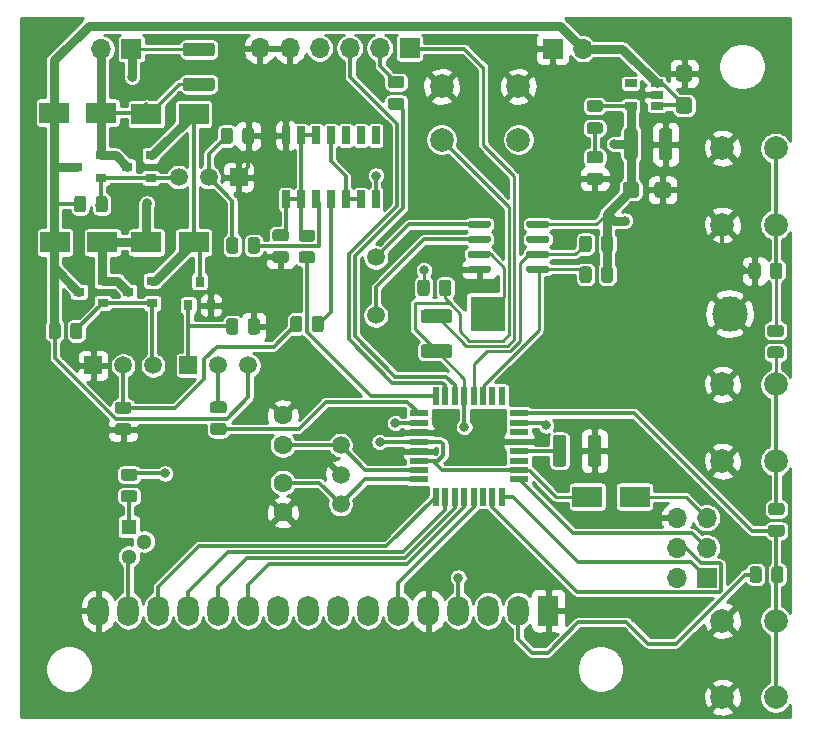
<source format=gbr>
G04 #@! TF.GenerationSoftware,KiCad,Pcbnew,5.1.7-a382d34a8~87~ubuntu20.04.1*
G04 #@! TF.CreationDate,2020-11-09T08:25:24+01:00*
G04 #@! TF.ProjectId,OpenerV1.1_Board,4f70656e-6572-4563-912e-315f426f6172,rev?*
G04 #@! TF.SameCoordinates,Original*
G04 #@! TF.FileFunction,Copper,L1,Top*
G04 #@! TF.FilePolarity,Positive*
%FSLAX46Y46*%
G04 Gerber Fmt 4.6, Leading zero omitted, Abs format (unit mm)*
G04 Created by KiCad (PCBNEW 5.1.7-a382d34a8~87~ubuntu20.04.1) date 2020-11-09 08:25:24*
%MOMM*%
%LPD*%
G01*
G04 APERTURE LIST*
G04 #@! TA.AperFunction,ComponentPad*
%ADD10O,1.700000X1.700000*%
G04 #@! TD*
G04 #@! TA.AperFunction,ComponentPad*
%ADD11R,1.700000X1.700000*%
G04 #@! TD*
G04 #@! TA.AperFunction,SMDPad,CuDef*
%ADD12R,2.500000X1.800000*%
G04 #@! TD*
G04 #@! TA.AperFunction,ComponentPad*
%ADD13O,1.800000X2.600000*%
G04 #@! TD*
G04 #@! TA.AperFunction,ComponentPad*
%ADD14R,1.800000X2.600000*%
G04 #@! TD*
G04 #@! TA.AperFunction,ComponentPad*
%ADD15R,3.000000X3.000000*%
G04 #@! TD*
G04 #@! TA.AperFunction,ComponentPad*
%ADD16C,3.000000*%
G04 #@! TD*
G04 #@! TA.AperFunction,ComponentPad*
%ADD17C,1.500000*%
G04 #@! TD*
G04 #@! TA.AperFunction,SMDPad,CuDef*
%ADD18R,1.060000X0.650000*%
G04 #@! TD*
G04 #@! TA.AperFunction,SMDPad,CuDef*
%ADD19R,0.550000X1.600000*%
G04 #@! TD*
G04 #@! TA.AperFunction,SMDPad,CuDef*
%ADD20R,1.600000X0.550000*%
G04 #@! TD*
G04 #@! TA.AperFunction,ComponentPad*
%ADD21C,2.000000*%
G04 #@! TD*
G04 #@! TA.AperFunction,ComponentPad*
%ADD22R,1.500000X1.500000*%
G04 #@! TD*
G04 #@! TA.AperFunction,SMDPad,CuDef*
%ADD23R,0.900000X0.800000*%
G04 #@! TD*
G04 #@! TA.AperFunction,SMDPad,CuDef*
%ADD24R,0.800000X0.900000*%
G04 #@! TD*
G04 #@! TA.AperFunction,ComponentPad*
%ADD25R,1.300000X1.300000*%
G04 #@! TD*
G04 #@! TA.AperFunction,ComponentPad*
%ADD26C,1.300000*%
G04 #@! TD*
G04 #@! TA.AperFunction,SMDPad,CuDef*
%ADD27R,0.650000X1.525000*%
G04 #@! TD*
G04 #@! TA.AperFunction,ComponentPad*
%ADD28C,1.600000*%
G04 #@! TD*
G04 #@! TA.AperFunction,ViaPad*
%ADD29C,0.800000*%
G04 #@! TD*
G04 #@! TA.AperFunction,Conductor*
%ADD30C,0.300000*%
G04 #@! TD*
G04 #@! TA.AperFunction,Conductor*
%ADD31C,0.750000*%
G04 #@! TD*
G04 #@! TA.AperFunction,Conductor*
%ADD32C,0.250000*%
G04 #@! TD*
G04 #@! TA.AperFunction,Conductor*
%ADD33C,0.254000*%
G04 #@! TD*
G04 #@! TA.AperFunction,Conductor*
%ADD34C,0.100000*%
G04 #@! TD*
G04 APERTURE END LIST*
D10*
X119634000Y-43942000D03*
X122174000Y-43942000D03*
X124714000Y-43942000D03*
X127254000Y-43942000D03*
X129794000Y-43942000D03*
D11*
X132334000Y-43942000D03*
D12*
X151383500Y-81915000D03*
X147383500Y-81915000D03*
G04 #@! TA.AperFunction,SMDPad,CuDef*
G36*
G01*
X115590501Y-44629500D02*
X113390499Y-44629500D01*
G75*
G02*
X113140500Y-44379501I0J249999D01*
G01*
X113140500Y-43729499D01*
G75*
G02*
X113390499Y-43479500I249999J0D01*
G01*
X115590501Y-43479500D01*
G75*
G02*
X115840500Y-43729499I0J-249999D01*
G01*
X115840500Y-44379501D01*
G75*
G02*
X115590501Y-44629500I-249999J0D01*
G01*
G37*
G04 #@! TD.AperFunction*
G04 #@! TA.AperFunction,SMDPad,CuDef*
G36*
G01*
X115590501Y-47579500D02*
X113390499Y-47579500D01*
G75*
G02*
X113140500Y-47329501I0J249999D01*
G01*
X113140500Y-46679499D01*
G75*
G02*
X113390499Y-46429500I249999J0D01*
G01*
X115590501Y-46429500D01*
G75*
G02*
X115840500Y-46679499I0J-249999D01*
G01*
X115840500Y-47329501D01*
G75*
G02*
X115590501Y-47579500I-249999J0D01*
G01*
G37*
G04 #@! TD.AperFunction*
D13*
X105981500Y-91567000D03*
X108521500Y-91567000D03*
X111061500Y-91567000D03*
X113601500Y-91567000D03*
X116141500Y-91567000D03*
X118681500Y-91567000D03*
X121221500Y-91567000D03*
X123761500Y-91567000D03*
X126301500Y-91567000D03*
X128841500Y-91567000D03*
X131381500Y-91567000D03*
X133921500Y-91567000D03*
X136461500Y-91567000D03*
X139001500Y-91567000D03*
X141541500Y-91567000D03*
D14*
X144081500Y-91567000D03*
G04 #@! TA.AperFunction,SMDPad,CuDef*
G36*
G01*
X142214500Y-59014500D02*
X142214500Y-58714500D01*
G75*
G02*
X142364500Y-58564500I150000J0D01*
G01*
X144014500Y-58564500D01*
G75*
G02*
X144164500Y-58714500I0J-150000D01*
G01*
X144164500Y-59014500D01*
G75*
G02*
X144014500Y-59164500I-150000J0D01*
G01*
X142364500Y-59164500D01*
G75*
G02*
X142214500Y-59014500I0J150000D01*
G01*
G37*
G04 #@! TD.AperFunction*
G04 #@! TA.AperFunction,SMDPad,CuDef*
G36*
G01*
X142214500Y-60284500D02*
X142214500Y-59984500D01*
G75*
G02*
X142364500Y-59834500I150000J0D01*
G01*
X144014500Y-59834500D01*
G75*
G02*
X144164500Y-59984500I0J-150000D01*
G01*
X144164500Y-60284500D01*
G75*
G02*
X144014500Y-60434500I-150000J0D01*
G01*
X142364500Y-60434500D01*
G75*
G02*
X142214500Y-60284500I0J150000D01*
G01*
G37*
G04 #@! TD.AperFunction*
G04 #@! TA.AperFunction,SMDPad,CuDef*
G36*
G01*
X142214500Y-61554500D02*
X142214500Y-61254500D01*
G75*
G02*
X142364500Y-61104500I150000J0D01*
G01*
X144014500Y-61104500D01*
G75*
G02*
X144164500Y-61254500I0J-150000D01*
G01*
X144164500Y-61554500D01*
G75*
G02*
X144014500Y-61704500I-150000J0D01*
G01*
X142364500Y-61704500D01*
G75*
G02*
X142214500Y-61554500I0J150000D01*
G01*
G37*
G04 #@! TD.AperFunction*
G04 #@! TA.AperFunction,SMDPad,CuDef*
G36*
G01*
X142214500Y-62824500D02*
X142214500Y-62524500D01*
G75*
G02*
X142364500Y-62374500I150000J0D01*
G01*
X144014500Y-62374500D01*
G75*
G02*
X144164500Y-62524500I0J-150000D01*
G01*
X144164500Y-62824500D01*
G75*
G02*
X144014500Y-62974500I-150000J0D01*
G01*
X142364500Y-62974500D01*
G75*
G02*
X142214500Y-62824500I0J150000D01*
G01*
G37*
G04 #@! TD.AperFunction*
G04 #@! TA.AperFunction,SMDPad,CuDef*
G36*
G01*
X137264500Y-62824500D02*
X137264500Y-62524500D01*
G75*
G02*
X137414500Y-62374500I150000J0D01*
G01*
X139064500Y-62374500D01*
G75*
G02*
X139214500Y-62524500I0J-150000D01*
G01*
X139214500Y-62824500D01*
G75*
G02*
X139064500Y-62974500I-150000J0D01*
G01*
X137414500Y-62974500D01*
G75*
G02*
X137264500Y-62824500I0J150000D01*
G01*
G37*
G04 #@! TD.AperFunction*
G04 #@! TA.AperFunction,SMDPad,CuDef*
G36*
G01*
X137264500Y-61554500D02*
X137264500Y-61254500D01*
G75*
G02*
X137414500Y-61104500I150000J0D01*
G01*
X139064500Y-61104500D01*
G75*
G02*
X139214500Y-61254500I0J-150000D01*
G01*
X139214500Y-61554500D01*
G75*
G02*
X139064500Y-61704500I-150000J0D01*
G01*
X137414500Y-61704500D01*
G75*
G02*
X137264500Y-61554500I0J150000D01*
G01*
G37*
G04 #@! TD.AperFunction*
G04 #@! TA.AperFunction,SMDPad,CuDef*
G36*
G01*
X137264500Y-60284500D02*
X137264500Y-59984500D01*
G75*
G02*
X137414500Y-59834500I150000J0D01*
G01*
X139064500Y-59834500D01*
G75*
G02*
X139214500Y-59984500I0J-150000D01*
G01*
X139214500Y-60284500D01*
G75*
G02*
X139064500Y-60434500I-150000J0D01*
G01*
X137414500Y-60434500D01*
G75*
G02*
X137264500Y-60284500I0J150000D01*
G01*
G37*
G04 #@! TD.AperFunction*
G04 #@! TA.AperFunction,SMDPad,CuDef*
G36*
G01*
X137264500Y-59014500D02*
X137264500Y-58714500D01*
G75*
G02*
X137414500Y-58564500I150000J0D01*
G01*
X139064500Y-58564500D01*
G75*
G02*
X139214500Y-58714500I0J-150000D01*
G01*
X139214500Y-59014500D01*
G75*
G02*
X139064500Y-59164500I-150000J0D01*
G01*
X137414500Y-59164500D01*
G75*
G02*
X137264500Y-59014500I0J150000D01*
G01*
G37*
G04 #@! TD.AperFunction*
G04 #@! TA.AperFunction,SMDPad,CuDef*
G36*
G01*
X130740998Y-48128500D02*
X131641002Y-48128500D01*
G75*
G02*
X131891000Y-48378498I0J-249998D01*
G01*
X131891000Y-48903502D01*
G75*
G02*
X131641002Y-49153500I-249998J0D01*
G01*
X130740998Y-49153500D01*
G75*
G02*
X130491000Y-48903502I0J249998D01*
G01*
X130491000Y-48378498D01*
G75*
G02*
X130740998Y-48128500I249998J0D01*
G01*
G37*
G04 #@! TD.AperFunction*
G04 #@! TA.AperFunction,SMDPad,CuDef*
G36*
G01*
X130740998Y-46303500D02*
X131641002Y-46303500D01*
G75*
G02*
X131891000Y-46553498I0J-249998D01*
G01*
X131891000Y-47078502D01*
G75*
G02*
X131641002Y-47328500I-249998J0D01*
G01*
X130740998Y-47328500D01*
G75*
G02*
X130491000Y-47078502I0J249998D01*
G01*
X130491000Y-46553498D01*
G75*
G02*
X130740998Y-46303500I249998J0D01*
G01*
G37*
G04 #@! TD.AperFunction*
D10*
X154940000Y-83693000D03*
X157480000Y-83693000D03*
X154940000Y-86233000D03*
X157480000Y-86233000D03*
X154940000Y-88773000D03*
D11*
X157480000Y-88773000D03*
D15*
X138938000Y-66421000D03*
D16*
X159428000Y-66421000D03*
D17*
X129476500Y-66558500D03*
X129476500Y-61658500D03*
X126492000Y-77550000D03*
X126492000Y-80050000D03*
X126492000Y-82550000D03*
D18*
X151046000Y-48829000D03*
X151046000Y-46929000D03*
X153246000Y-46929000D03*
X153246000Y-47879000D03*
X153246000Y-48829000D03*
D19*
X134556500Y-73406000D03*
X135356500Y-73406000D03*
X136156500Y-73406000D03*
X136956500Y-73406000D03*
X137756500Y-73406000D03*
X138556500Y-73406000D03*
X139356500Y-73406000D03*
X140156500Y-73406000D03*
D20*
X141606500Y-74856000D03*
X141606500Y-75656000D03*
X141606500Y-76456000D03*
X141606500Y-77256000D03*
X141606500Y-78056000D03*
X141606500Y-78856000D03*
X141606500Y-79656000D03*
X141606500Y-80456000D03*
D19*
X140156500Y-81906000D03*
X139356500Y-81906000D03*
X138556500Y-81906000D03*
X137756500Y-81906000D03*
X136956500Y-81906000D03*
X136156500Y-81906000D03*
X135356500Y-81906000D03*
X134556500Y-81906000D03*
D20*
X133106500Y-80456000D03*
X133106500Y-79656000D03*
X133106500Y-78856000D03*
X133106500Y-78056000D03*
X133106500Y-77256000D03*
X133106500Y-76456000D03*
X133106500Y-75656000D03*
X133106500Y-74856000D03*
D21*
X158826500Y-52407500D03*
X163326500Y-52407500D03*
X158826500Y-58907500D03*
X163326500Y-58907500D03*
X158826500Y-72407500D03*
X163326500Y-72407500D03*
X158826500Y-78907500D03*
X163326500Y-78907500D03*
X158826500Y-92407500D03*
X163326500Y-92407500D03*
X158826500Y-98907500D03*
X163326500Y-98907500D03*
X135041500Y-51689000D03*
X135041500Y-47189000D03*
X141541500Y-51689000D03*
X141541500Y-47189000D03*
G04 #@! TA.AperFunction,SMDPad,CuDef*
G36*
G01*
X124084502Y-60329500D02*
X123184498Y-60329500D01*
G75*
G02*
X122934500Y-60079502I0J249998D01*
G01*
X122934500Y-59554498D01*
G75*
G02*
X123184498Y-59304500I249998J0D01*
G01*
X124084502Y-59304500D01*
G75*
G02*
X124334500Y-59554498I0J-249998D01*
G01*
X124334500Y-60079502D01*
G75*
G02*
X124084502Y-60329500I-249998J0D01*
G01*
G37*
G04 #@! TD.AperFunction*
G04 #@! TA.AperFunction,SMDPad,CuDef*
G36*
G01*
X124084502Y-62154500D02*
X123184498Y-62154500D01*
G75*
G02*
X122934500Y-61904502I0J249998D01*
G01*
X122934500Y-61379498D01*
G75*
G02*
X123184498Y-61129500I249998J0D01*
G01*
X124084502Y-61129500D01*
G75*
G02*
X124334500Y-61379498I0J-249998D01*
G01*
X124334500Y-61904502D01*
G75*
G02*
X124084502Y-62154500I-249998J0D01*
G01*
G37*
G04 #@! TD.AperFunction*
G04 #@! TA.AperFunction,SMDPad,CuDef*
G36*
G01*
X121862002Y-60306000D02*
X120961998Y-60306000D01*
G75*
G02*
X120712000Y-60056002I0J249998D01*
G01*
X120712000Y-59530998D01*
G75*
G02*
X120961998Y-59281000I249998J0D01*
G01*
X121862002Y-59281000D01*
G75*
G02*
X122112000Y-59530998I0J-249998D01*
G01*
X122112000Y-60056002D01*
G75*
G02*
X121862002Y-60306000I-249998J0D01*
G01*
G37*
G04 #@! TD.AperFunction*
G04 #@! TA.AperFunction,SMDPad,CuDef*
G36*
G01*
X121862002Y-62131000D02*
X120961998Y-62131000D01*
G75*
G02*
X120712000Y-61881002I0J249998D01*
G01*
X120712000Y-61355998D01*
G75*
G02*
X120961998Y-61106000I249998J0D01*
G01*
X121862002Y-61106000D01*
G75*
G02*
X122112000Y-61355998I0J-249998D01*
G01*
X122112000Y-61881002D01*
G75*
G02*
X121862002Y-62131000I-249998J0D01*
G01*
G37*
G04 #@! TD.AperFunction*
G04 #@! TA.AperFunction,SMDPad,CuDef*
G36*
G01*
X117837000Y-60192498D02*
X117837000Y-61092502D01*
G75*
G02*
X117587002Y-61342500I-249998J0D01*
G01*
X117061998Y-61342500D01*
G75*
G02*
X116812000Y-61092502I0J249998D01*
G01*
X116812000Y-60192498D01*
G75*
G02*
X117061998Y-59942500I249998J0D01*
G01*
X117587002Y-59942500D01*
G75*
G02*
X117837000Y-60192498I0J-249998D01*
G01*
G37*
G04 #@! TD.AperFunction*
G04 #@! TA.AperFunction,SMDPad,CuDef*
G36*
G01*
X119662000Y-60192498D02*
X119662000Y-61092502D01*
G75*
G02*
X119412002Y-61342500I-249998J0D01*
G01*
X118886998Y-61342500D01*
G75*
G02*
X118637000Y-61092502I0J249998D01*
G01*
X118637000Y-60192498D01*
G75*
G02*
X118886998Y-59942500I249998J0D01*
G01*
X119412002Y-59942500D01*
G75*
G02*
X119662000Y-60192498I0J-249998D01*
G01*
G37*
G04 #@! TD.AperFunction*
G04 #@! TA.AperFunction,SMDPad,CuDef*
G36*
G01*
X123258000Y-66859998D02*
X123258000Y-67760002D01*
G75*
G02*
X123008002Y-68010000I-249998J0D01*
G01*
X122482998Y-68010000D01*
G75*
G02*
X122233000Y-67760002I0J249998D01*
G01*
X122233000Y-66859998D01*
G75*
G02*
X122482998Y-66610000I249998J0D01*
G01*
X123008002Y-66610000D01*
G75*
G02*
X123258000Y-66859998I0J-249998D01*
G01*
G37*
G04 #@! TD.AperFunction*
G04 #@! TA.AperFunction,SMDPad,CuDef*
G36*
G01*
X125083000Y-66859998D02*
X125083000Y-67760002D01*
G75*
G02*
X124833002Y-68010000I-249998J0D01*
G01*
X124307998Y-68010000D01*
G75*
G02*
X124058000Y-67760002I0J249998D01*
G01*
X124058000Y-66859998D01*
G75*
G02*
X124307998Y-66610000I249998J0D01*
G01*
X124833002Y-66610000D01*
G75*
G02*
X125083000Y-66859998I0J-249998D01*
G01*
G37*
G04 #@! TD.AperFunction*
G04 #@! TA.AperFunction,SMDPad,CuDef*
G36*
G01*
X117369000Y-50921498D02*
X117369000Y-51821502D01*
G75*
G02*
X117119002Y-52071500I-249998J0D01*
G01*
X116593998Y-52071500D01*
G75*
G02*
X116344000Y-51821502I0J249998D01*
G01*
X116344000Y-50921498D01*
G75*
G02*
X116593998Y-50671500I249998J0D01*
G01*
X117119002Y-50671500D01*
G75*
G02*
X117369000Y-50921498I0J-249998D01*
G01*
G37*
G04 #@! TD.AperFunction*
G04 #@! TA.AperFunction,SMDPad,CuDef*
G36*
G01*
X119194000Y-50921498D02*
X119194000Y-51821502D01*
G75*
G02*
X118944002Y-52071500I-249998J0D01*
G01*
X118418998Y-52071500D01*
G75*
G02*
X118169000Y-51821502I0J249998D01*
G01*
X118169000Y-50921498D01*
G75*
G02*
X118418998Y-50671500I249998J0D01*
G01*
X118944002Y-50671500D01*
G75*
G02*
X119194000Y-50921498I0J-249998D01*
G01*
G37*
G04 #@! TD.AperFunction*
G04 #@! TA.AperFunction,SMDPad,CuDef*
G36*
G01*
X105746500Y-57600002D02*
X105746500Y-56699998D01*
G75*
G02*
X105996498Y-56450000I249998J0D01*
G01*
X106521502Y-56450000D01*
G75*
G02*
X106771500Y-56699998I0J-249998D01*
G01*
X106771500Y-57600002D01*
G75*
G02*
X106521502Y-57850000I-249998J0D01*
G01*
X105996498Y-57850000D01*
G75*
G02*
X105746500Y-57600002I0J249998D01*
G01*
G37*
G04 #@! TD.AperFunction*
G04 #@! TA.AperFunction,SMDPad,CuDef*
G36*
G01*
X103921500Y-57600002D02*
X103921500Y-56699998D01*
G75*
G02*
X104171498Y-56450000I249998J0D01*
G01*
X104696502Y-56450000D01*
G75*
G02*
X104946500Y-56699998I0J-249998D01*
G01*
X104946500Y-57600002D01*
G75*
G02*
X104696502Y-57850000I-249998J0D01*
G01*
X104171498Y-57850000D01*
G75*
G02*
X103921500Y-57600002I0J249998D01*
G01*
G37*
G04 #@! TD.AperFunction*
G04 #@! TA.AperFunction,SMDPad,CuDef*
G36*
G01*
X147745500Y-60065498D02*
X147745500Y-60965502D01*
G75*
G02*
X147495502Y-61215500I-249998J0D01*
G01*
X146970498Y-61215500D01*
G75*
G02*
X146720500Y-60965502I0J249998D01*
G01*
X146720500Y-60065498D01*
G75*
G02*
X146970498Y-59815500I249998J0D01*
G01*
X147495502Y-59815500D01*
G75*
G02*
X147745500Y-60065498I0J-249998D01*
G01*
G37*
G04 #@! TD.AperFunction*
G04 #@! TA.AperFunction,SMDPad,CuDef*
G36*
G01*
X149570500Y-60065498D02*
X149570500Y-60965502D01*
G75*
G02*
X149320502Y-61215500I-249998J0D01*
G01*
X148795498Y-61215500D01*
G75*
G02*
X148545500Y-60965502I0J249998D01*
G01*
X148545500Y-60065498D01*
G75*
G02*
X148795498Y-59815500I249998J0D01*
G01*
X149320502Y-59815500D01*
G75*
G02*
X149570500Y-60065498I0J-249998D01*
G01*
G37*
G04 #@! TD.AperFunction*
G04 #@! TA.AperFunction,SMDPad,CuDef*
G36*
G01*
X147745500Y-62668998D02*
X147745500Y-63569002D01*
G75*
G02*
X147495502Y-63819000I-249998J0D01*
G01*
X146970498Y-63819000D01*
G75*
G02*
X146720500Y-63569002I0J249998D01*
G01*
X146720500Y-62668998D01*
G75*
G02*
X146970498Y-62419000I249998J0D01*
G01*
X147495502Y-62419000D01*
G75*
G02*
X147745500Y-62668998I0J-249998D01*
G01*
G37*
G04 #@! TD.AperFunction*
G04 #@! TA.AperFunction,SMDPad,CuDef*
G36*
G01*
X149570500Y-62668998D02*
X149570500Y-63569002D01*
G75*
G02*
X149320502Y-63819000I-249998J0D01*
G01*
X148795498Y-63819000D01*
G75*
G02*
X148545500Y-63569002I0J249998D01*
G01*
X148545500Y-62668998D01*
G75*
G02*
X148795498Y-62419000I249998J0D01*
G01*
X149320502Y-62419000D01*
G75*
G02*
X149570500Y-62668998I0J-249998D01*
G01*
G37*
G04 #@! TD.AperFunction*
G04 #@! TA.AperFunction,SMDPad,CuDef*
G36*
G01*
X118637000Y-67950502D02*
X118637000Y-67050498D01*
G75*
G02*
X118886998Y-66800500I249998J0D01*
G01*
X119412002Y-66800500D01*
G75*
G02*
X119662000Y-67050498I0J-249998D01*
G01*
X119662000Y-67950502D01*
G75*
G02*
X119412002Y-68200500I-249998J0D01*
G01*
X118886998Y-68200500D01*
G75*
G02*
X118637000Y-67950502I0J249998D01*
G01*
G37*
G04 #@! TD.AperFunction*
G04 #@! TA.AperFunction,SMDPad,CuDef*
G36*
G01*
X116812000Y-67950502D02*
X116812000Y-67050498D01*
G75*
G02*
X117061998Y-66800500I249998J0D01*
G01*
X117587002Y-66800500D01*
G75*
G02*
X117837000Y-67050498I0J-249998D01*
G01*
X117837000Y-67950502D01*
G75*
G02*
X117587002Y-68200500I-249998J0D01*
G01*
X117061998Y-68200500D01*
G75*
G02*
X116812000Y-67950502I0J249998D01*
G01*
G37*
G04 #@! TD.AperFunction*
G04 #@! TA.AperFunction,SMDPad,CuDef*
G36*
G01*
X116591502Y-74871000D02*
X115691498Y-74871000D01*
G75*
G02*
X115441500Y-74621002I0J249998D01*
G01*
X115441500Y-74095998D01*
G75*
G02*
X115691498Y-73846000I249998J0D01*
G01*
X116591502Y-73846000D01*
G75*
G02*
X116841500Y-74095998I0J-249998D01*
G01*
X116841500Y-74621002D01*
G75*
G02*
X116591502Y-74871000I-249998J0D01*
G01*
G37*
G04 #@! TD.AperFunction*
G04 #@! TA.AperFunction,SMDPad,CuDef*
G36*
G01*
X116591502Y-76696000D02*
X115691498Y-76696000D01*
G75*
G02*
X115441500Y-76446002I0J249998D01*
G01*
X115441500Y-75920998D01*
G75*
G02*
X115691498Y-75671000I249998J0D01*
G01*
X116591502Y-75671000D01*
G75*
G02*
X116841500Y-75920998I0J-249998D01*
G01*
X116841500Y-76446002D01*
G75*
G02*
X116591502Y-76696000I-249998J0D01*
G01*
G37*
G04 #@! TD.AperFunction*
G04 #@! TA.AperFunction,SMDPad,CuDef*
G36*
G01*
X103611000Y-68331502D02*
X103611000Y-67431498D01*
G75*
G02*
X103860998Y-67181500I249998J0D01*
G01*
X104386002Y-67181500D01*
G75*
G02*
X104636000Y-67431498I0J-249998D01*
G01*
X104636000Y-68331502D01*
G75*
G02*
X104386002Y-68581500I-249998J0D01*
G01*
X103860998Y-68581500D01*
G75*
G02*
X103611000Y-68331502I0J249998D01*
G01*
G37*
G04 #@! TD.AperFunction*
G04 #@! TA.AperFunction,SMDPad,CuDef*
G36*
G01*
X101786000Y-68331502D02*
X101786000Y-67431498D01*
G75*
G02*
X102035998Y-67181500I249998J0D01*
G01*
X102561002Y-67181500D01*
G75*
G02*
X102811000Y-67431498I0J-249998D01*
G01*
X102811000Y-68331502D01*
G75*
G02*
X102561002Y-68581500I-249998J0D01*
G01*
X102035998Y-68581500D01*
G75*
G02*
X101786000Y-68331502I0J249998D01*
G01*
G37*
G04 #@! TD.AperFunction*
G04 #@! TA.AperFunction,SMDPad,CuDef*
G36*
G01*
X108527002Y-74911000D02*
X107626998Y-74911000D01*
G75*
G02*
X107377000Y-74661002I0J249998D01*
G01*
X107377000Y-74135998D01*
G75*
G02*
X107626998Y-73886000I249998J0D01*
G01*
X108527002Y-73886000D01*
G75*
G02*
X108777000Y-74135998I0J-249998D01*
G01*
X108777000Y-74661002D01*
G75*
G02*
X108527002Y-74911000I-249998J0D01*
G01*
G37*
G04 #@! TD.AperFunction*
G04 #@! TA.AperFunction,SMDPad,CuDef*
G36*
G01*
X108527002Y-76736000D02*
X107626998Y-76736000D01*
G75*
G02*
X107377000Y-76486002I0J249998D01*
G01*
X107377000Y-75960998D01*
G75*
G02*
X107626998Y-75711000I249998J0D01*
G01*
X108527002Y-75711000D01*
G75*
G02*
X108777000Y-75960998I0J-249998D01*
G01*
X108777000Y-76486002D01*
G75*
G02*
X108527002Y-76736000I-249998J0D01*
G01*
G37*
G04 #@! TD.AperFunction*
G04 #@! TA.AperFunction,SMDPad,CuDef*
G36*
G01*
X162056500Y-62351498D02*
X162056500Y-63251502D01*
G75*
G02*
X161806502Y-63501500I-249998J0D01*
G01*
X161281498Y-63501500D01*
G75*
G02*
X161031500Y-63251502I0J249998D01*
G01*
X161031500Y-62351498D01*
G75*
G02*
X161281498Y-62101500I249998J0D01*
G01*
X161806502Y-62101500D01*
G75*
G02*
X162056500Y-62351498I0J-249998D01*
G01*
G37*
G04 #@! TD.AperFunction*
G04 #@! TA.AperFunction,SMDPad,CuDef*
G36*
G01*
X163881500Y-62351498D02*
X163881500Y-63251502D01*
G75*
G02*
X163631502Y-63501500I-249998J0D01*
G01*
X163106498Y-63501500D01*
G75*
G02*
X162856500Y-63251502I0J249998D01*
G01*
X162856500Y-62351498D01*
G75*
G02*
X163106498Y-62101500I249998J0D01*
G01*
X163631502Y-62101500D01*
G75*
G02*
X163881500Y-62351498I0J-249998D01*
G01*
G37*
G04 #@! TD.AperFunction*
G04 #@! TA.AperFunction,SMDPad,CuDef*
G36*
G01*
X162960000Y-88969002D02*
X162960000Y-88068998D01*
G75*
G02*
X163209998Y-87819000I249998J0D01*
G01*
X163735002Y-87819000D01*
G75*
G02*
X163985000Y-88068998I0J-249998D01*
G01*
X163985000Y-88969002D01*
G75*
G02*
X163735002Y-89219000I-249998J0D01*
G01*
X163209998Y-89219000D01*
G75*
G02*
X162960000Y-88969002I0J249998D01*
G01*
G37*
G04 #@! TD.AperFunction*
G04 #@! TA.AperFunction,SMDPad,CuDef*
G36*
G01*
X161135000Y-88969002D02*
X161135000Y-88068998D01*
G75*
G02*
X161384998Y-87819000I249998J0D01*
G01*
X161910002Y-87819000D01*
G75*
G02*
X162160000Y-88068998I0J-249998D01*
G01*
X162160000Y-88969002D01*
G75*
G02*
X161910002Y-89219000I-249998J0D01*
G01*
X161384998Y-89219000D01*
G75*
G02*
X161135000Y-88969002I0J249998D01*
G01*
G37*
G04 #@! TD.AperFunction*
G04 #@! TA.AperFunction,SMDPad,CuDef*
G36*
G01*
X163772002Y-68394000D02*
X162871998Y-68394000D01*
G75*
G02*
X162622000Y-68144002I0J249998D01*
G01*
X162622000Y-67618998D01*
G75*
G02*
X162871998Y-67369000I249998J0D01*
G01*
X163772002Y-67369000D01*
G75*
G02*
X164022000Y-67618998I0J-249998D01*
G01*
X164022000Y-68144002D01*
G75*
G02*
X163772002Y-68394000I-249998J0D01*
G01*
G37*
G04 #@! TD.AperFunction*
G04 #@! TA.AperFunction,SMDPad,CuDef*
G36*
G01*
X163772002Y-70219000D02*
X162871998Y-70219000D01*
G75*
G02*
X162622000Y-69969002I0J249998D01*
G01*
X162622000Y-69443998D01*
G75*
G02*
X162871998Y-69194000I249998J0D01*
G01*
X163772002Y-69194000D01*
G75*
G02*
X164022000Y-69443998I0J-249998D01*
G01*
X164022000Y-69969002D01*
G75*
G02*
X163772002Y-70219000I-249998J0D01*
G01*
G37*
G04 #@! TD.AperFunction*
G04 #@! TA.AperFunction,SMDPad,CuDef*
G36*
G01*
X163835502Y-83483500D02*
X162935498Y-83483500D01*
G75*
G02*
X162685500Y-83233502I0J249998D01*
G01*
X162685500Y-82708498D01*
G75*
G02*
X162935498Y-82458500I249998J0D01*
G01*
X163835502Y-82458500D01*
G75*
G02*
X164085500Y-82708498I0J-249998D01*
G01*
X164085500Y-83233502D01*
G75*
G02*
X163835502Y-83483500I-249998J0D01*
G01*
G37*
G04 #@! TD.AperFunction*
G04 #@! TA.AperFunction,SMDPad,CuDef*
G36*
G01*
X163835502Y-85308500D02*
X162935498Y-85308500D01*
G75*
G02*
X162685500Y-85058502I0J249998D01*
G01*
X162685500Y-84533498D01*
G75*
G02*
X162935498Y-84283500I249998J0D01*
G01*
X163835502Y-84283500D01*
G75*
G02*
X164085500Y-84533498I0J-249998D01*
G01*
X164085500Y-85058502D01*
G75*
G02*
X163835502Y-85308500I-249998J0D01*
G01*
G37*
G04 #@! TD.AperFunction*
G04 #@! TA.AperFunction,SMDPad,CuDef*
G36*
G01*
X108134998Y-81362500D02*
X109035002Y-81362500D01*
G75*
G02*
X109285000Y-81612498I0J-249998D01*
G01*
X109285000Y-82137502D01*
G75*
G02*
X109035002Y-82387500I-249998J0D01*
G01*
X108134998Y-82387500D01*
G75*
G02*
X107885000Y-82137502I0J249998D01*
G01*
X107885000Y-81612498D01*
G75*
G02*
X108134998Y-81362500I249998J0D01*
G01*
G37*
G04 #@! TD.AperFunction*
G04 #@! TA.AperFunction,SMDPad,CuDef*
G36*
G01*
X108134998Y-79537500D02*
X109035002Y-79537500D01*
G75*
G02*
X109285000Y-79787498I0J-249998D01*
G01*
X109285000Y-80312502D01*
G75*
G02*
X109035002Y-80562500I-249998J0D01*
G01*
X108134998Y-80562500D01*
G75*
G02*
X107885000Y-80312502I0J249998D01*
G01*
X107885000Y-79787498D01*
G75*
G02*
X108134998Y-79537500I249998J0D01*
G01*
G37*
G04 #@! TD.AperFunction*
G04 #@! TA.AperFunction,SMDPad,CuDef*
G36*
G01*
X134029500Y-63788498D02*
X134029500Y-64688502D01*
G75*
G02*
X133779502Y-64938500I-249998J0D01*
G01*
X133254498Y-64938500D01*
G75*
G02*
X133004500Y-64688502I0J249998D01*
G01*
X133004500Y-63788498D01*
G75*
G02*
X133254498Y-63538500I249998J0D01*
G01*
X133779502Y-63538500D01*
G75*
G02*
X134029500Y-63788498I0J-249998D01*
G01*
G37*
G04 #@! TD.AperFunction*
G04 #@! TA.AperFunction,SMDPad,CuDef*
G36*
G01*
X135854500Y-63788498D02*
X135854500Y-64688502D01*
G75*
G02*
X135604502Y-64938500I-249998J0D01*
G01*
X135079498Y-64938500D01*
G75*
G02*
X134829500Y-64688502I0J249998D01*
G01*
X134829500Y-63788498D01*
G75*
G02*
X135079498Y-63538500I249998J0D01*
G01*
X135604502Y-63538500D01*
G75*
G02*
X135854500Y-63788498I0J-249998D01*
G01*
G37*
G04 #@! TD.AperFunction*
G04 #@! TA.AperFunction,SMDPad,CuDef*
G36*
G01*
X147568498Y-54502000D02*
X148468502Y-54502000D01*
G75*
G02*
X148718500Y-54751998I0J-249998D01*
G01*
X148718500Y-55277002D01*
G75*
G02*
X148468502Y-55527000I-249998J0D01*
G01*
X147568498Y-55527000D01*
G75*
G02*
X147318500Y-55277002I0J249998D01*
G01*
X147318500Y-54751998D01*
G75*
G02*
X147568498Y-54502000I249998J0D01*
G01*
G37*
G04 #@! TD.AperFunction*
G04 #@! TA.AperFunction,SMDPad,CuDef*
G36*
G01*
X147568498Y-52677000D02*
X148468502Y-52677000D01*
G75*
G02*
X148718500Y-52926998I0J-249998D01*
G01*
X148718500Y-53452002D01*
G75*
G02*
X148468502Y-53702000I-249998J0D01*
G01*
X147568498Y-53702000D01*
G75*
G02*
X147318500Y-53452002I0J249998D01*
G01*
X147318500Y-52926998D01*
G75*
G02*
X147568498Y-52677000I249998J0D01*
G01*
G37*
G04 #@! TD.AperFunction*
D22*
X117856000Y-54864000D03*
D17*
X112776000Y-54864000D03*
X115316000Y-54864000D03*
D23*
X108410500Y-53975000D03*
X110410500Y-53025000D03*
X110410500Y-54925000D03*
X104219500Y-53975000D03*
X106219500Y-53025000D03*
X106219500Y-54925000D03*
D24*
X114554000Y-63706500D03*
X115504000Y-65706500D03*
X113604000Y-65706500D03*
D22*
X113601500Y-70802500D03*
D17*
X118681500Y-70802500D03*
X116141500Y-70802500D03*
D23*
X108537500Y-64579500D03*
X110537500Y-63629500D03*
X110537500Y-65529500D03*
X104346500Y-64579500D03*
X106346500Y-63629500D03*
X106346500Y-65529500D03*
D22*
X105537000Y-70802500D03*
D17*
X110617000Y-70802500D03*
X108077000Y-70802500D03*
D25*
X108585000Y-84455000D03*
D26*
X108585000Y-86995000D03*
X109855000Y-85725000D03*
D10*
X147002500Y-44000000D03*
D11*
X144462500Y-44000000D03*
D10*
X106235500Y-44000000D03*
D11*
X108775500Y-44000000D03*
D27*
X129476500Y-56750500D03*
X128206500Y-56750500D03*
X126936500Y-56750500D03*
X125666500Y-56750500D03*
X124396500Y-56750500D03*
X123126500Y-56750500D03*
X121856500Y-56750500D03*
X121856500Y-51326500D03*
X123126500Y-51326500D03*
X124396500Y-51326500D03*
X125666500Y-51326500D03*
X126936500Y-51326500D03*
X128206500Y-51326500D03*
X129476500Y-51326500D03*
D12*
X114045500Y-49530000D03*
X110045500Y-49530000D03*
X106235500Y-49403000D03*
X102235500Y-49403000D03*
X114045500Y-60388500D03*
X110045500Y-60388500D03*
X106330500Y-60388500D03*
X102330500Y-60388500D03*
G04 #@! TA.AperFunction,SMDPad,CuDef*
G36*
G01*
X148474750Y-49334000D02*
X147562250Y-49334000D01*
G75*
G02*
X147318500Y-49090250I0J243750D01*
G01*
X147318500Y-48602750D01*
G75*
G02*
X147562250Y-48359000I243750J0D01*
G01*
X148474750Y-48359000D01*
G75*
G02*
X148718500Y-48602750I0J-243750D01*
G01*
X148718500Y-49090250D01*
G75*
G02*
X148474750Y-49334000I-243750J0D01*
G01*
G37*
G04 #@! TD.AperFunction*
G04 #@! TA.AperFunction,SMDPad,CuDef*
G36*
G01*
X148474750Y-51209000D02*
X147562250Y-51209000D01*
G75*
G02*
X147318500Y-50965250I0J243750D01*
G01*
X147318500Y-50477750D01*
G75*
G02*
X147562250Y-50234000I243750J0D01*
G01*
X148474750Y-50234000D01*
G75*
G02*
X148718500Y-50477750I0J-243750D01*
G01*
X148718500Y-50965250D01*
G75*
G02*
X148474750Y-51209000I-243750J0D01*
G01*
G37*
G04 #@! TD.AperFunction*
D28*
X121602500Y-83248500D03*
X121602500Y-80748500D03*
X121602500Y-75033500D03*
X121602500Y-77533500D03*
G04 #@! TA.AperFunction,SMDPad,CuDef*
G36*
G01*
X156000001Y-46784500D02*
X155149999Y-46784500D01*
G75*
G02*
X154900000Y-46534501I0J249999D01*
G01*
X154900000Y-45634499D01*
G75*
G02*
X155149999Y-45384500I249999J0D01*
G01*
X156000001Y-45384500D01*
G75*
G02*
X156250000Y-45634499I0J-249999D01*
G01*
X156250000Y-46534501D01*
G75*
G02*
X156000001Y-46784500I-249999J0D01*
G01*
G37*
G04 #@! TD.AperFunction*
G04 #@! TA.AperFunction,SMDPad,CuDef*
G36*
G01*
X156000001Y-49484500D02*
X155149999Y-49484500D01*
G75*
G02*
X154900000Y-49234501I0J249999D01*
G01*
X154900000Y-48334499D01*
G75*
G02*
X155149999Y-48084500I249999J0D01*
G01*
X156000001Y-48084500D01*
G75*
G02*
X156250000Y-48334499I0J-249999D01*
G01*
X156250000Y-49234501D01*
G75*
G02*
X156000001Y-49484500I-249999J0D01*
G01*
G37*
G04 #@! TD.AperFunction*
G04 #@! TA.AperFunction,SMDPad,CuDef*
G36*
G01*
X153066500Y-56368501D02*
X153066500Y-55518499D01*
G75*
G02*
X153316499Y-55268500I249999J0D01*
G01*
X154216501Y-55268500D01*
G75*
G02*
X154466500Y-55518499I0J-249999D01*
G01*
X154466500Y-56368501D01*
G75*
G02*
X154216501Y-56618500I-249999J0D01*
G01*
X153316499Y-56618500D01*
G75*
G02*
X153066500Y-56368501I0J249999D01*
G01*
G37*
G04 #@! TD.AperFunction*
G04 #@! TA.AperFunction,SMDPad,CuDef*
G36*
G01*
X150366500Y-56368501D02*
X150366500Y-55518499D01*
G75*
G02*
X150616499Y-55268500I249999J0D01*
G01*
X151516501Y-55268500D01*
G75*
G02*
X151766500Y-55518499I0J-249999D01*
G01*
X151766500Y-56368501D01*
G75*
G02*
X151516501Y-56618500I-249999J0D01*
G01*
X150616499Y-56618500D01*
G75*
G02*
X150366500Y-56368501I0J249999D01*
G01*
G37*
G04 #@! TD.AperFunction*
G04 #@! TA.AperFunction,SMDPad,CuDef*
G36*
G01*
X133519999Y-69021000D02*
X135720001Y-69021000D01*
G75*
G02*
X135970000Y-69270999I0J-249999D01*
G01*
X135970000Y-69921001D01*
G75*
G02*
X135720001Y-70171000I-249999J0D01*
G01*
X133519999Y-70171000D01*
G75*
G02*
X133270000Y-69921001I0J249999D01*
G01*
X133270000Y-69270999D01*
G75*
G02*
X133519999Y-69021000I249999J0D01*
G01*
G37*
G04 #@! TD.AperFunction*
G04 #@! TA.AperFunction,SMDPad,CuDef*
G36*
G01*
X133519999Y-66071000D02*
X135720001Y-66071000D01*
G75*
G02*
X135970000Y-66320999I0J-249999D01*
G01*
X135970000Y-66971001D01*
G75*
G02*
X135720001Y-67221000I-249999J0D01*
G01*
X133519999Y-67221000D01*
G75*
G02*
X133270000Y-66971001I0J249999D01*
G01*
X133270000Y-66320999D01*
G75*
G02*
X133519999Y-66071000I249999J0D01*
G01*
G37*
G04 #@! TD.AperFunction*
G04 #@! TA.AperFunction,SMDPad,CuDef*
G36*
G01*
X153441500Y-53170001D02*
X153441500Y-50969999D01*
G75*
G02*
X153691499Y-50720000I249999J0D01*
G01*
X154341501Y-50720000D01*
G75*
G02*
X154591500Y-50969999I0J-249999D01*
G01*
X154591500Y-53170001D01*
G75*
G02*
X154341501Y-53420000I-249999J0D01*
G01*
X153691499Y-53420000D01*
G75*
G02*
X153441500Y-53170001I0J249999D01*
G01*
G37*
G04 #@! TD.AperFunction*
G04 #@! TA.AperFunction,SMDPad,CuDef*
G36*
G01*
X150491500Y-53170001D02*
X150491500Y-50969999D01*
G75*
G02*
X150741499Y-50720000I249999J0D01*
G01*
X151391501Y-50720000D01*
G75*
G02*
X151641500Y-50969999I0J-249999D01*
G01*
X151641500Y-53170001D01*
G75*
G02*
X151391501Y-53420000I-249999J0D01*
G01*
X150741499Y-53420000D01*
G75*
G02*
X150491500Y-53170001I0J249999D01*
G01*
G37*
G04 #@! TD.AperFunction*
G04 #@! TA.AperFunction,SMDPad,CuDef*
G36*
G01*
X147409000Y-79141501D02*
X147409000Y-76941499D01*
G75*
G02*
X147658999Y-76691500I249999J0D01*
G01*
X148309001Y-76691500D01*
G75*
G02*
X148559000Y-76941499I0J-249999D01*
G01*
X148559000Y-79141501D01*
G75*
G02*
X148309001Y-79391500I-249999J0D01*
G01*
X147658999Y-79391500D01*
G75*
G02*
X147409000Y-79141501I0J249999D01*
G01*
G37*
G04 #@! TD.AperFunction*
G04 #@! TA.AperFunction,SMDPad,CuDef*
G36*
G01*
X144459000Y-79141501D02*
X144459000Y-76941499D01*
G75*
G02*
X144708999Y-76691500I249999J0D01*
G01*
X145359001Y-76691500D01*
G75*
G02*
X145609000Y-76941499I0J-249999D01*
G01*
X145609000Y-79141501D01*
G75*
G02*
X145359001Y-79391500I-249999J0D01*
G01*
X144708999Y-79391500D01*
G75*
G02*
X144459000Y-79141501I0J249999D01*
G01*
G37*
G04 #@! TD.AperFunction*
D29*
X124269500Y-78930500D03*
X124333000Y-76327000D03*
X123317000Y-47053500D03*
X107569000Y-47371000D03*
X100520500Y-47371000D03*
X152908000Y-78486000D03*
X155003500Y-76708000D03*
X134556500Y-61595000D03*
X134429500Y-57404000D03*
X149669500Y-52070000D03*
X150558500Y-58547000D03*
X129476500Y-54737000D03*
X133540500Y-62738000D03*
X129794000Y-77279500D03*
X111633000Y-79946500D03*
X143891000Y-75882500D03*
X131127500Y-75692000D03*
X136461500Y-88773000D03*
X108839000Y-46355000D03*
X110109000Y-57086500D03*
X136969500Y-76009500D03*
D30*
X161520500Y-62738000D02*
X160845500Y-62738000D01*
X158826500Y-60719000D02*
X158826500Y-58907500D01*
X160845500Y-62738000D02*
X158826500Y-60719000D01*
X118681500Y-54038500D02*
X117856000Y-54864000D01*
X118681500Y-51371500D02*
X118681500Y-54038500D01*
X141621000Y-78041500D02*
X141606500Y-78056000D01*
X145034000Y-78041500D02*
X141621000Y-78041500D01*
X148033500Y-48831500D02*
X148018500Y-48846500D01*
X148036000Y-48829000D02*
X148018500Y-48846500D01*
X151046000Y-48829000D02*
X148036000Y-48829000D01*
X134291500Y-78856000D02*
X133106500Y-78856000D01*
X135091500Y-79656000D02*
X134291500Y-78856000D01*
X141606500Y-79656000D02*
X135091500Y-79656000D01*
X133106500Y-78856000D02*
X134758000Y-78856000D01*
X134758000Y-78856000D02*
X135191500Y-78422500D01*
X135191500Y-78422500D02*
X135191500Y-77470000D01*
X134977500Y-77256000D02*
X133106500Y-77256000D01*
X135191500Y-77470000D02*
X134977500Y-77256000D01*
D31*
X149058000Y-63119000D02*
X149058000Y-60515500D01*
X149058000Y-60515500D02*
X149058000Y-59815500D01*
D30*
X129817500Y-77256000D02*
X129794000Y-77279500D01*
X133106500Y-77256000D02*
X129817500Y-77256000D01*
X129476500Y-56750500D02*
X129476500Y-54737000D01*
D31*
X149058000Y-57952000D02*
X151066500Y-55943500D01*
X149058000Y-60515500D02*
X149058000Y-57952000D01*
X151066500Y-55943500D02*
X151066500Y-52070000D01*
X151066500Y-48849500D02*
X151046000Y-48829000D01*
X151066500Y-52070000D02*
X151066500Y-48849500D01*
D32*
X148145500Y-58864500D02*
X149058000Y-57952000D01*
X143189500Y-58864500D02*
X148145500Y-58864500D01*
D31*
X149669500Y-52070000D02*
X151066500Y-52070000D01*
X149653000Y-58547000D02*
X149058000Y-57952000D01*
X150558500Y-58547000D02*
X149653000Y-58547000D01*
D32*
X133540500Y-64215000D02*
X133517000Y-64238500D01*
X133540500Y-62738000D02*
X133540500Y-64215000D01*
X144716500Y-81915000D02*
X142457500Y-79656000D01*
X142457500Y-79656000D02*
X141606500Y-79656000D01*
X147383500Y-81915000D02*
X144716500Y-81915000D01*
D30*
X153248500Y-48831500D02*
X153246000Y-48829000D01*
X102521000Y-49688500D02*
X102235500Y-49403000D01*
X102330500Y-62563500D02*
X104346500Y-64579500D01*
X102330500Y-60388500D02*
X102330500Y-62563500D01*
X102140000Y-60198000D02*
X102330500Y-60388500D01*
X102235500Y-60293500D02*
X102330500Y-60388500D01*
X102362000Y-53975000D02*
X102235500Y-54101500D01*
X102235500Y-49403000D02*
X102235500Y-54101500D01*
X102299500Y-57150000D02*
X102235500Y-57214000D01*
X104434000Y-57150000D02*
X102299500Y-57150000D01*
X102235500Y-57214000D02*
X102235500Y-60293500D01*
X102235500Y-54101500D02*
X102235500Y-57214000D01*
X102298500Y-62595500D02*
X102330500Y-62563500D01*
X102298500Y-67881500D02*
X102298500Y-62595500D01*
D31*
X150317000Y-44000000D02*
X153246000Y-46929000D01*
X147002500Y-44000000D02*
X150317000Y-44000000D01*
X104219500Y-53975000D02*
X102362000Y-53975000D01*
X104282500Y-64579500D02*
X102298500Y-62595500D01*
X104346500Y-64579500D02*
X104282500Y-64579500D01*
X102235500Y-67818500D02*
X102298500Y-67881500D01*
X102235500Y-49403000D02*
X102235500Y-67818500D01*
D30*
X153290500Y-48784500D02*
X153246000Y-48829000D01*
X155575000Y-48784500D02*
X153290500Y-48784500D01*
X153719500Y-46929000D02*
X153246000Y-46929000D01*
X155575000Y-48784500D02*
X153719500Y-46929000D01*
X107438444Y-75320990D02*
X102298500Y-70181046D01*
X116840036Y-75320990D02*
X107438444Y-75320990D01*
X102298500Y-70181046D02*
X102298500Y-67881500D01*
X118681500Y-73479526D02*
X116840036Y-75320990D01*
X118681500Y-71120000D02*
X118681500Y-73479526D01*
D31*
X147002500Y-44000000D02*
X145039500Y-42037000D01*
X145039500Y-42037000D02*
X105156000Y-42037000D01*
X102235500Y-44957500D02*
X102235500Y-49403000D01*
X105156000Y-42037000D02*
X102235500Y-44957500D01*
D30*
X148018500Y-50721500D02*
X148018500Y-53189500D01*
X131754510Y-49204510D02*
X131191000Y-48641000D01*
X127690510Y-61548110D02*
X131754510Y-57484110D01*
X131754510Y-57484110D02*
X131754510Y-49204510D01*
X127690510Y-68318010D02*
X127690510Y-61548110D01*
X131128489Y-71755989D02*
X127690510Y-68318010D01*
X135411491Y-71755989D02*
X131128489Y-71755989D01*
X136156500Y-72500998D02*
X135411491Y-71755989D01*
X136156500Y-73406000D02*
X136156500Y-72500998D01*
X135356500Y-72500998D02*
X135356500Y-73406000D01*
X135111501Y-72255999D02*
X135356500Y-72500998D01*
X130866499Y-72255999D02*
X135111501Y-72255999D01*
X127190500Y-68580000D02*
X130866499Y-72255999D01*
X127190500Y-61341000D02*
X127190500Y-68580000D01*
X131254500Y-57277000D02*
X127190500Y-61341000D01*
X131254500Y-50355500D02*
X131254500Y-57277000D01*
X127317500Y-46418500D02*
X131254500Y-50355500D01*
X127317500Y-44000000D02*
X127317500Y-46418500D01*
X123634500Y-61642000D02*
X123634500Y-67982046D01*
X129058454Y-73406000D02*
X123634500Y-67982046D01*
X134556500Y-73406000D02*
X129058454Y-73406000D01*
D32*
X137756500Y-70714000D02*
X137756500Y-73406000D01*
X138868991Y-69601509D02*
X137756500Y-70714000D01*
X140838901Y-69601509D02*
X138868991Y-69601509D01*
X141663020Y-68777390D02*
X140838901Y-69601509D01*
X141663020Y-62171980D02*
X141663020Y-68777390D01*
X146344000Y-61404500D02*
X143189500Y-61404500D01*
X147233000Y-60515500D02*
X146344000Y-61404500D01*
X142430500Y-61404500D02*
X143189500Y-61404500D01*
X141663020Y-62171980D02*
X142430500Y-61404500D01*
X146788500Y-62674500D02*
X147233000Y-63119000D01*
X143189500Y-62674500D02*
X146788500Y-62674500D01*
X143256000Y-62741000D02*
X143189500Y-62674500D01*
X143256000Y-67820820D02*
X143256000Y-62741000D01*
X138556500Y-72520320D02*
X143256000Y-67820820D01*
X138556500Y-73406000D02*
X138556500Y-72520320D01*
D30*
X163326500Y-88427500D02*
X163362000Y-88392000D01*
X163362000Y-84819500D02*
X163385500Y-84796000D01*
X163362000Y-88392000D02*
X163362000Y-84819500D01*
X163326500Y-92407500D02*
X163326500Y-88427500D01*
X161313500Y-84796000D02*
X163385500Y-84796000D01*
X151373500Y-74856000D02*
X161313500Y-84796000D01*
X141606500Y-74856000D02*
X151373500Y-74856000D01*
X163326500Y-92407500D02*
X163326500Y-98907500D01*
X108688500Y-79946500D02*
X108585000Y-80050000D01*
X111633000Y-79946500D02*
X108688500Y-79946500D01*
X143664500Y-75656000D02*
X143891000Y-75882500D01*
X141606500Y-75656000D02*
X143664500Y-75656000D01*
X137756500Y-82811002D02*
X137756500Y-81906000D01*
X131381500Y-89186002D02*
X137756500Y-82811002D01*
X131381500Y-91567000D02*
X131381500Y-89186002D01*
X118681500Y-91567000D02*
X118681500Y-89384030D01*
X118681500Y-89384030D02*
X120435530Y-87630000D01*
X136956500Y-82820240D02*
X136956500Y-81906000D01*
X132146740Y-87630000D02*
X136956500Y-82820240D01*
X120435530Y-87630000D02*
X132146740Y-87630000D01*
X116141500Y-91567000D02*
X116141500Y-89535000D01*
X116141500Y-89535000D02*
X118570480Y-87106020D01*
X131963600Y-87106020D02*
X136156500Y-82913120D01*
X136156500Y-82913120D02*
X136156500Y-81906000D01*
X118570480Y-87106020D02*
X131963600Y-87106020D01*
X113601500Y-89967000D02*
X116962490Y-86606010D01*
X113601500Y-91567000D02*
X113601500Y-89967000D01*
X135356500Y-83006000D02*
X135356500Y-81906000D01*
X131756490Y-86606010D02*
X135356500Y-83006000D01*
X116962490Y-86606010D02*
X131756490Y-86606010D01*
X111061500Y-91567000D02*
X111061500Y-89535000D01*
X111061500Y-89535000D02*
X114490500Y-86106000D01*
X130356500Y-86106000D02*
X134556500Y-81906000D01*
X114490500Y-86106000D02*
X130356500Y-86106000D01*
X136461500Y-91567000D02*
X136461500Y-88773000D01*
X133070500Y-75692000D02*
X133106500Y-75656000D01*
X131127500Y-75692000D02*
X133070500Y-75692000D01*
X116141500Y-76183500D02*
X122952500Y-76183500D01*
X132156510Y-73906010D02*
X133106500Y-74856000D01*
X128851344Y-73906010D02*
X132156510Y-73906010D01*
X125252501Y-73883499D02*
X122952500Y-76183500D01*
X128828833Y-73883499D02*
X125252501Y-73883499D01*
X128851344Y-73906010D02*
X128828833Y-73883499D01*
X128598000Y-79656000D02*
X133106500Y-79656000D01*
X126492000Y-77550000D02*
X128598000Y-79656000D01*
X126492000Y-77550000D02*
X121619000Y-77550000D01*
X133106500Y-80456000D02*
X128586000Y-80456000D01*
X128586000Y-80456000D02*
X126492000Y-82550000D01*
X124690500Y-80748500D02*
X126492000Y-82550000D01*
X121602500Y-80748500D02*
X124690500Y-80748500D01*
X158610001Y-89973001D02*
X146518499Y-89973001D01*
X146518499Y-89973001D02*
X139356500Y-82811002D01*
X158680001Y-89903001D02*
X158610001Y-89973001D01*
X158680001Y-87642999D02*
X158680001Y-89903001D01*
X158610001Y-87572999D02*
X158680001Y-87642999D01*
X157043997Y-87572999D02*
X158610001Y-87572999D01*
X155703998Y-86233000D02*
X157043997Y-87572999D01*
X139356500Y-82811002D02*
X139356500Y-81906000D01*
X154940000Y-86233000D02*
X155703998Y-86233000D01*
X108585000Y-84455000D02*
X108585000Y-81875000D01*
X108521500Y-87058500D02*
X108585000Y-86995000D01*
X108521500Y-91567000D02*
X108521500Y-87058500D01*
D31*
X110045500Y-57150000D02*
X110109000Y-57086500D01*
X110045500Y-60388500D02*
X110045500Y-57150000D01*
X108839000Y-44063500D02*
X108775500Y-44000000D01*
X108839000Y-46355000D02*
X108839000Y-44063500D01*
X110045500Y-60388500D02*
X106330500Y-60388500D01*
X106330500Y-63613500D02*
X106346500Y-63629500D01*
X106330500Y-60388500D02*
X106330500Y-63613500D01*
X107587500Y-63629500D02*
X108537500Y-64579500D01*
X106346500Y-63629500D02*
X107587500Y-63629500D01*
D32*
X108781000Y-44005500D02*
X108775500Y-44000000D01*
X108830000Y-44054500D02*
X108775500Y-44000000D01*
X112776000Y-44054500D02*
X108830000Y-44054500D01*
X112776000Y-44054500D02*
X114490500Y-44054500D01*
D30*
X106267000Y-52977500D02*
X106219500Y-53025000D01*
X106235500Y-53009000D02*
X106219500Y-53025000D01*
X106235500Y-49403000D02*
X106235500Y-53009000D01*
X106362500Y-49530000D02*
X106235500Y-49403000D01*
X109918500Y-49403000D02*
X110045500Y-49530000D01*
X106235500Y-49403000D02*
X109918500Y-49403000D01*
X106235500Y-44069000D02*
X106235500Y-49403000D01*
X110045500Y-49530000D02*
X110045500Y-48704500D01*
D31*
X106219500Y-44016000D02*
X106235500Y-44000000D01*
X106219500Y-53025000D02*
X106219500Y-44016000D01*
X107460500Y-53025000D02*
X108410500Y-53975000D01*
X106219500Y-53025000D02*
X107460500Y-53025000D01*
D32*
X110250500Y-49530000D02*
X112776000Y-47004500D01*
X110045500Y-49530000D02*
X110250500Y-49530000D01*
X112776000Y-47004500D02*
X114490500Y-47004500D01*
D30*
X114585500Y-49530000D02*
X114585500Y-49802500D01*
X114554000Y-60897000D02*
X114045500Y-60388500D01*
X114554000Y-63706500D02*
X114554000Y-60897000D01*
X114045500Y-60388500D02*
X114045500Y-49530000D01*
D31*
X110804500Y-63629500D02*
X114045500Y-60388500D01*
X110537500Y-63629500D02*
X110804500Y-63629500D01*
X110550500Y-53025000D02*
X114045500Y-49530000D01*
X110410500Y-53025000D02*
X110550500Y-53025000D01*
D30*
X141541500Y-92646500D02*
X141541500Y-91567000D01*
X160716998Y-88519000D02*
X161647500Y-88519000D01*
X152527000Y-94361000D02*
X154874998Y-94361000D01*
X150685500Y-92519500D02*
X152527000Y-94361000D01*
X146621500Y-92519500D02*
X150685500Y-92519500D01*
X144018000Y-95123000D02*
X146621500Y-92519500D01*
X142684500Y-95123000D02*
X144018000Y-95123000D01*
X141541500Y-93980000D02*
X142684500Y-95123000D01*
X141541500Y-91567000D02*
X141541500Y-93980000D01*
X160716998Y-88573124D02*
X160716998Y-88519000D01*
X158232623Y-91057499D02*
X160716998Y-88573124D01*
X158178499Y-91057499D02*
X158232623Y-91057499D01*
X154874998Y-94361000D02*
X158178499Y-91057499D01*
X128206500Y-56750500D02*
X126936500Y-56750500D01*
X126936500Y-56750500D02*
X126936500Y-54800500D01*
X125666500Y-53530500D02*
X125666500Y-51326500D01*
X126936500Y-54800500D02*
X125666500Y-53530500D01*
X125666500Y-66317500D02*
X125666500Y-56750500D01*
X124674000Y-67310000D02*
X125666500Y-66317500D01*
X124570500Y-67310000D02*
X124674000Y-67310000D01*
X124684510Y-57038510D02*
X124684510Y-60676510D01*
X124396500Y-56750500D02*
X124684510Y-57038510D01*
X119186510Y-60679510D02*
X119149500Y-60642500D01*
X124681510Y-60679510D02*
X119186510Y-60679510D01*
X124684510Y-60676510D02*
X124681510Y-60679510D01*
X123126500Y-51326500D02*
X124396500Y-51326500D01*
X123126500Y-51326500D02*
X123126500Y-56750500D01*
X123126500Y-56750500D02*
X121856500Y-56750500D01*
X123126500Y-59309000D02*
X123634500Y-59817000D01*
X123126500Y-56750500D02*
X123126500Y-59309000D01*
X121856500Y-59349000D02*
X121412000Y-59793500D01*
X121856500Y-56750500D02*
X121856500Y-59349000D01*
X141061502Y-81906000D02*
X140156500Y-81906000D01*
X146588503Y-87433001D02*
X146513001Y-87357499D01*
X156140001Y-87433001D02*
X146588503Y-87433001D01*
X146513001Y-87357499D02*
X141061502Y-81906000D01*
X157480000Y-88773000D02*
X156140001Y-87433001D01*
X146183499Y-85032999D02*
X145827750Y-84677250D01*
X156279999Y-85032999D02*
X146183499Y-85032999D01*
X157480000Y-86233000D02*
X156279999Y-85032999D01*
X145827750Y-84677250D02*
X141606500Y-80456000D01*
X109067502Y-65529500D02*
X110537500Y-65529500D01*
X106346500Y-65529500D02*
X109067502Y-65529500D01*
X110537500Y-70723000D02*
X110617000Y-70802500D01*
X110537500Y-65529500D02*
X110537500Y-70723000D01*
X104123500Y-67752500D02*
X106346500Y-65529500D01*
X104123500Y-67881500D02*
X104123500Y-67752500D01*
X108077000Y-70802500D02*
X108077000Y-74398500D01*
X122745500Y-67310000D02*
X120840500Y-69215000D01*
X116014500Y-69215000D02*
X114935000Y-70294500D01*
X120840500Y-69215000D02*
X116014500Y-69215000D01*
X112453002Y-74398500D02*
X108077000Y-74398500D01*
X114935000Y-71916502D02*
X112453002Y-74398500D01*
X114935000Y-70294500D02*
X114935000Y-71916502D01*
X113604000Y-71117500D02*
X113601500Y-71120000D01*
X113728500Y-67500500D02*
X113604000Y-67625000D01*
X117324500Y-67500500D02*
X113728500Y-67500500D01*
X113604000Y-67625000D02*
X113604000Y-71117500D01*
X113604000Y-65706500D02*
X113604000Y-67625000D01*
X116141500Y-71120000D02*
X116141500Y-74358500D01*
X110413000Y-54927500D02*
X110410500Y-54925000D01*
X105838500Y-57237500D02*
X105878000Y-57277000D01*
X106219500Y-54925000D02*
X106219500Y-57110500D01*
X112715000Y-54925000D02*
X112776000Y-54864000D01*
X110410500Y-54925000D02*
X112715000Y-54925000D01*
X110410500Y-54925000D02*
X106219500Y-54925000D01*
X115316000Y-52912000D02*
X116856500Y-51371500D01*
X115316000Y-54864000D02*
X115316000Y-52912000D01*
X117324500Y-56872500D02*
X115316000Y-54864000D01*
X117324500Y-60642500D02*
X117324500Y-56872500D01*
X163385500Y-78966500D02*
X163326500Y-78907500D01*
X163385500Y-82971000D02*
X163385500Y-78966500D01*
D32*
X163322000Y-72403000D02*
X163326500Y-72407500D01*
X163322000Y-69706500D02*
X163322000Y-72403000D01*
D30*
X163326500Y-72407500D02*
X163326500Y-78907500D01*
X163322000Y-58912000D02*
X163326500Y-58907500D01*
X163345500Y-58926500D02*
X163326500Y-58907500D01*
X163345500Y-62738000D02*
X163345500Y-58926500D01*
X163326500Y-52407500D02*
X163326500Y-58907500D01*
D32*
X163345500Y-67858000D02*
X163322000Y-67881500D01*
X163345500Y-62738000D02*
X163345500Y-67858000D01*
D30*
X129476500Y-64198500D02*
X129476500Y-66558500D01*
X133540500Y-60134500D02*
X129476500Y-64198500D01*
X138239500Y-60134500D02*
X133540500Y-60134500D01*
X132270500Y-58864500D02*
X129476500Y-61658500D01*
X138239500Y-58864500D02*
X132270500Y-58864500D01*
D32*
X138239500Y-61404500D02*
X139192000Y-61404500D01*
X139192000Y-61404500D02*
X140312991Y-62525491D01*
X140312991Y-65046009D02*
X138938000Y-66421000D01*
X140312991Y-62525491D02*
X140312991Y-65046009D01*
D30*
X135041500Y-51689000D02*
X138049000Y-54696500D01*
X136969500Y-73419000D02*
X136956500Y-73406000D01*
X136969500Y-76009500D02*
X136969500Y-73419000D01*
D32*
X136956500Y-71932500D02*
X136956500Y-73406000D01*
X134620000Y-69596000D02*
X136956500Y-71932500D01*
X140763001Y-68151999D02*
X140763001Y-57410501D01*
X136635455Y-67928455D02*
X137408490Y-68701490D01*
X140213510Y-68701490D02*
X140763001Y-68151999D01*
X136635455Y-66423265D02*
X136635455Y-67928455D01*
X137408490Y-68701490D02*
X140213510Y-68701490D01*
X135735180Y-65522990D02*
X136635455Y-66423265D01*
X132787510Y-65522990D02*
X135735180Y-65522990D01*
X140763001Y-57410501D02*
X138049000Y-54696500D01*
X132787510Y-67763510D02*
X132787510Y-65522990D01*
X134620000Y-69596000D02*
X132787510Y-67763510D01*
X135342000Y-65129810D02*
X135735180Y-65522990D01*
X135342000Y-64238500D02*
X135342000Y-65129810D01*
X155702000Y-81915000D02*
X151383500Y-81915000D01*
X157480000Y-83693000D02*
X155702000Y-81915000D01*
D30*
X136964000Y-44000000D02*
X132397500Y-44000000D01*
X138549010Y-45585010D02*
X136964000Y-44000000D01*
D32*
X138549010Y-50657512D02*
X138549010Y-45585010D01*
X138549010Y-52125510D02*
X138549010Y-50657512D01*
X141213011Y-54789511D02*
X138549010Y-52125510D01*
X141213011Y-68590989D02*
X141213011Y-54789511D01*
X140652500Y-69151500D02*
X141213011Y-68590989D01*
X137125500Y-69151500D02*
X140652500Y-69151500D01*
X134620000Y-66646000D02*
X137125500Y-69151500D01*
D30*
X129857500Y-45482500D02*
X131191000Y-46816000D01*
X129857500Y-44000000D02*
X129857500Y-45482500D01*
D33*
X104618841Y-41499841D02*
X104595171Y-41528683D01*
X101727194Y-44396662D01*
X101698341Y-44420341D01*
X101603868Y-44535458D01*
X101533668Y-44666793D01*
X101505073Y-44761060D01*
X101490440Y-44809299D01*
X101475843Y-44957500D01*
X101479500Y-44994629D01*
X101479501Y-48120157D01*
X100985500Y-48120157D01*
X100910811Y-48127513D01*
X100838992Y-48149299D01*
X100772804Y-48184678D01*
X100714789Y-48232289D01*
X100667178Y-48290304D01*
X100631799Y-48356492D01*
X100610013Y-48428311D01*
X100602657Y-48503000D01*
X100602657Y-50303000D01*
X100610013Y-50377689D01*
X100631799Y-50449508D01*
X100667178Y-50515696D01*
X100714789Y-50573711D01*
X100772804Y-50621322D01*
X100838992Y-50656701D01*
X100910811Y-50678487D01*
X100985500Y-50685843D01*
X101479500Y-50685843D01*
X101479501Y-59105657D01*
X101080500Y-59105657D01*
X101005811Y-59113013D01*
X100933992Y-59134799D01*
X100867804Y-59170178D01*
X100809789Y-59217789D01*
X100762178Y-59275804D01*
X100726799Y-59341992D01*
X100705013Y-59413811D01*
X100697657Y-59488500D01*
X100697657Y-61288500D01*
X100705013Y-61363189D01*
X100726799Y-61435008D01*
X100762178Y-61501196D01*
X100809789Y-61559211D01*
X100867804Y-61606822D01*
X100933992Y-61642201D01*
X101005811Y-61663987D01*
X101080500Y-61671343D01*
X101479501Y-61671343D01*
X101479501Y-67136614D01*
X101451329Y-67189320D01*
X101415317Y-67308037D01*
X101403157Y-67431498D01*
X101403157Y-68331502D01*
X101415317Y-68454963D01*
X101451329Y-68573680D01*
X101509810Y-68683090D01*
X101588512Y-68778988D01*
X101684410Y-68857690D01*
X101767501Y-68902103D01*
X101767500Y-70154972D01*
X101764932Y-70181046D01*
X101767500Y-70207120D01*
X101767500Y-70207129D01*
X101775183Y-70285139D01*
X101805547Y-70385233D01*
X101854854Y-70477481D01*
X101921210Y-70558336D01*
X101941475Y-70574967D01*
X106803461Y-75436955D01*
X106787498Y-75466820D01*
X106751188Y-75586518D01*
X106738928Y-75711000D01*
X106742000Y-75937750D01*
X106900750Y-76096500D01*
X107950000Y-76096500D01*
X107950000Y-76076500D01*
X108204000Y-76076500D01*
X108204000Y-76096500D01*
X109253250Y-76096500D01*
X109412000Y-75937750D01*
X109413162Y-75851990D01*
X115065454Y-75851990D01*
X115058657Y-75920998D01*
X115058657Y-76446002D01*
X115070817Y-76569463D01*
X115106829Y-76688180D01*
X115165310Y-76797590D01*
X115244012Y-76893488D01*
X115339910Y-76972190D01*
X115449320Y-77030671D01*
X115568037Y-77066683D01*
X115691498Y-77078843D01*
X116591502Y-77078843D01*
X116714963Y-77066683D01*
X116833680Y-77030671D01*
X116943090Y-76972190D01*
X117038988Y-76893488D01*
X117117690Y-76797590D01*
X117162103Y-76714500D01*
X120751315Y-76714500D01*
X120685158Y-76780657D01*
X120555912Y-76974087D01*
X120466886Y-77189015D01*
X120421500Y-77417182D01*
X120421500Y-77649818D01*
X120466886Y-77877985D01*
X120555912Y-78092913D01*
X120685158Y-78286343D01*
X120849657Y-78450842D01*
X121043087Y-78580088D01*
X121258015Y-78669114D01*
X121486182Y-78714500D01*
X121718818Y-78714500D01*
X121946985Y-78669114D01*
X122161913Y-78580088D01*
X122355343Y-78450842D01*
X122519842Y-78286343D01*
X122649088Y-78092913D01*
X122654023Y-78081000D01*
X125487762Y-78081000D01*
X125489721Y-78085729D01*
X125613495Y-78270970D01*
X125771030Y-78428505D01*
X125956271Y-78552279D01*
X126162100Y-78637536D01*
X126338016Y-78672528D01*
X126149762Y-78701035D01*
X125893168Y-78793723D01*
X125780137Y-78854140D01*
X125714612Y-79093007D01*
X126492000Y-79870395D01*
X126506143Y-79856253D01*
X126685748Y-80035858D01*
X126671605Y-80050000D01*
X126685748Y-80064143D01*
X126506143Y-80243748D01*
X126492000Y-80229605D01*
X126477858Y-80243748D01*
X126298253Y-80064143D01*
X126312395Y-80050000D01*
X125535007Y-79272612D01*
X125296140Y-79338137D01*
X125180240Y-79585116D01*
X125114750Y-79849960D01*
X125102188Y-80122492D01*
X125143035Y-80392238D01*
X125175749Y-80482803D01*
X125084421Y-80391475D01*
X125067790Y-80371210D01*
X124986935Y-80304854D01*
X124894688Y-80255547D01*
X124794594Y-80225183D01*
X124716584Y-80217500D01*
X124716574Y-80217500D01*
X124690500Y-80214932D01*
X124664426Y-80217500D01*
X122660857Y-80217500D01*
X122649088Y-80189087D01*
X122519842Y-79995657D01*
X122355343Y-79831158D01*
X122161913Y-79701912D01*
X121946985Y-79612886D01*
X121718818Y-79567500D01*
X121486182Y-79567500D01*
X121258015Y-79612886D01*
X121043087Y-79701912D01*
X120849657Y-79831158D01*
X120685158Y-79995657D01*
X120555912Y-80189087D01*
X120466886Y-80404015D01*
X120421500Y-80632182D01*
X120421500Y-80864818D01*
X120466886Y-81092985D01*
X120555912Y-81307913D01*
X120685158Y-81501343D01*
X120849657Y-81665842D01*
X121043087Y-81795088D01*
X121210829Y-81864569D01*
X120986208Y-81944897D01*
X120860986Y-82011829D01*
X120789403Y-82255798D01*
X121602500Y-83068895D01*
X122415597Y-82255798D01*
X122344014Y-82011829D01*
X122088504Y-81890929D01*
X121990089Y-81866260D01*
X122161913Y-81795088D01*
X122355343Y-81665842D01*
X122519842Y-81501343D01*
X122649088Y-81307913D01*
X122660857Y-81279500D01*
X124470554Y-81279500D01*
X125406423Y-82215370D01*
X125404464Y-82220100D01*
X125361000Y-82438606D01*
X125361000Y-82661394D01*
X125404464Y-82879900D01*
X125489721Y-83085729D01*
X125613495Y-83270970D01*
X125771030Y-83428505D01*
X125956271Y-83552279D01*
X126162100Y-83637536D01*
X126380606Y-83681000D01*
X126603394Y-83681000D01*
X126821900Y-83637536D01*
X127027729Y-83552279D01*
X127212970Y-83428505D01*
X127370505Y-83270970D01*
X127494279Y-83085729D01*
X127579536Y-82879900D01*
X127623000Y-82661394D01*
X127623000Y-82438606D01*
X127579536Y-82220100D01*
X127577577Y-82215370D01*
X128805947Y-80987000D01*
X132023716Y-80987000D01*
X132035789Y-81001711D01*
X132093804Y-81049322D01*
X132159992Y-81084701D01*
X132231811Y-81106487D01*
X132306500Y-81113843D01*
X133898657Y-81113843D01*
X133898657Y-81812896D01*
X130136554Y-85575000D01*
X114516573Y-85575000D01*
X114490499Y-85572432D01*
X114464425Y-85575000D01*
X114464416Y-85575000D01*
X114386406Y-85582683D01*
X114286312Y-85613047D01*
X114229954Y-85643171D01*
X114194064Y-85662354D01*
X114148885Y-85699432D01*
X114113210Y-85728710D01*
X114096583Y-85748970D01*
X110704471Y-89141083D01*
X110684211Y-89157710D01*
X110667584Y-89177970D01*
X110667583Y-89177971D01*
X110617854Y-89238565D01*
X110568547Y-89330813D01*
X110538184Y-89430907D01*
X110527932Y-89535000D01*
X110530501Y-89561084D01*
X110530501Y-89998315D01*
X110346372Y-90096734D01*
X110151315Y-90256814D01*
X109991234Y-90451871D01*
X109872284Y-90674411D01*
X109799035Y-90915880D01*
X109791500Y-90992385D01*
X109783965Y-90915880D01*
X109710716Y-90674411D01*
X109591766Y-90451871D01*
X109431686Y-90256814D01*
X109236629Y-90096734D01*
X109052500Y-89998315D01*
X109052500Y-87917302D01*
X109073362Y-87908661D01*
X109242224Y-87795830D01*
X109385830Y-87652224D01*
X109498661Y-87483362D01*
X109576380Y-87295732D01*
X109616000Y-87096545D01*
X109616000Y-86893455D01*
X109581870Y-86721870D01*
X109753455Y-86756000D01*
X109956545Y-86756000D01*
X110155732Y-86716380D01*
X110343362Y-86638661D01*
X110512224Y-86525830D01*
X110655830Y-86382224D01*
X110768661Y-86213362D01*
X110846380Y-86025732D01*
X110886000Y-85826545D01*
X110886000Y-85623455D01*
X110846380Y-85424268D01*
X110768661Y-85236638D01*
X110655830Y-85067776D01*
X110512224Y-84924170D01*
X110343362Y-84811339D01*
X110155732Y-84733620D01*
X109956545Y-84694000D01*
X109753455Y-84694000D01*
X109617843Y-84720974D01*
X109617843Y-84241202D01*
X120789403Y-84241202D01*
X120860986Y-84485171D01*
X121116496Y-84606071D01*
X121390684Y-84674800D01*
X121673012Y-84688717D01*
X121952630Y-84647287D01*
X122218792Y-84552103D01*
X122344014Y-84485171D01*
X122415597Y-84241202D01*
X121602500Y-83428105D01*
X120789403Y-84241202D01*
X109617843Y-84241202D01*
X109617843Y-83805000D01*
X109610487Y-83730311D01*
X109588701Y-83658492D01*
X109553322Y-83592304D01*
X109505711Y-83534289D01*
X109447696Y-83486678D01*
X109381508Y-83451299D01*
X109309689Y-83429513D01*
X109235000Y-83422157D01*
X109116000Y-83422157D01*
X109116000Y-83319012D01*
X120162283Y-83319012D01*
X120203713Y-83598630D01*
X120298897Y-83864792D01*
X120365829Y-83990014D01*
X120609798Y-84061597D01*
X121422895Y-83248500D01*
X121782105Y-83248500D01*
X122595202Y-84061597D01*
X122839171Y-83990014D01*
X122960071Y-83734504D01*
X123028800Y-83460316D01*
X123042717Y-83177988D01*
X123001287Y-82898370D01*
X122906103Y-82632208D01*
X122839171Y-82506986D01*
X122595202Y-82435403D01*
X121782105Y-83248500D01*
X121422895Y-83248500D01*
X120609798Y-82435403D01*
X120365829Y-82506986D01*
X120244929Y-82762496D01*
X120176200Y-83036684D01*
X120162283Y-83319012D01*
X109116000Y-83319012D01*
X109116000Y-82762365D01*
X109158463Y-82758183D01*
X109277180Y-82722171D01*
X109386590Y-82663690D01*
X109482488Y-82584988D01*
X109561190Y-82489090D01*
X109619671Y-82379680D01*
X109655683Y-82260963D01*
X109667843Y-82137502D01*
X109667843Y-81612498D01*
X109655683Y-81489037D01*
X109619671Y-81370320D01*
X109561190Y-81260910D01*
X109482488Y-81165012D01*
X109386590Y-81086310D01*
X109277180Y-81027829D01*
X109158463Y-80991817D01*
X109035002Y-80979657D01*
X108134998Y-80979657D01*
X108011537Y-80991817D01*
X107892820Y-81027829D01*
X107783410Y-81086310D01*
X107687512Y-81165012D01*
X107608810Y-81260910D01*
X107550329Y-81370320D01*
X107514317Y-81489037D01*
X107502157Y-81612498D01*
X107502157Y-82137502D01*
X107514317Y-82260963D01*
X107550329Y-82379680D01*
X107608810Y-82489090D01*
X107687512Y-82584988D01*
X107783410Y-82663690D01*
X107892820Y-82722171D01*
X108011537Y-82758183D01*
X108054001Y-82762365D01*
X108054000Y-83422157D01*
X107935000Y-83422157D01*
X107860311Y-83429513D01*
X107788492Y-83451299D01*
X107722304Y-83486678D01*
X107664289Y-83534289D01*
X107616678Y-83592304D01*
X107581299Y-83658492D01*
X107559513Y-83730311D01*
X107552157Y-83805000D01*
X107552157Y-85105000D01*
X107559513Y-85179689D01*
X107581299Y-85251508D01*
X107616678Y-85317696D01*
X107664289Y-85375711D01*
X107722304Y-85423322D01*
X107788492Y-85458701D01*
X107860311Y-85480487D01*
X107935000Y-85487843D01*
X108850974Y-85487843D01*
X108824000Y-85623455D01*
X108824000Y-85826545D01*
X108858130Y-85998130D01*
X108686545Y-85964000D01*
X108483455Y-85964000D01*
X108284268Y-86003620D01*
X108096638Y-86081339D01*
X107927776Y-86194170D01*
X107784170Y-86337776D01*
X107671339Y-86506638D01*
X107593620Y-86694268D01*
X107554000Y-86893455D01*
X107554000Y-87096545D01*
X107593620Y-87295732D01*
X107671339Y-87483362D01*
X107784170Y-87652224D01*
X107927776Y-87795830D01*
X107990501Y-87837742D01*
X107990500Y-89998315D01*
X107806372Y-90096734D01*
X107611315Y-90256814D01*
X107451234Y-90451871D01*
X107391329Y-90563946D01*
X107351054Y-90462249D01*
X107187248Y-90208604D01*
X106977106Y-89991790D01*
X106728704Y-89820138D01*
X106451587Y-89700245D01*
X106346240Y-89675964D01*
X106108500Y-89796622D01*
X106108500Y-91440000D01*
X106128500Y-91440000D01*
X106128500Y-91694000D01*
X106108500Y-91694000D01*
X106108500Y-93337378D01*
X106346240Y-93458036D01*
X106451587Y-93433755D01*
X106728704Y-93313862D01*
X106977106Y-93142210D01*
X107187248Y-92925396D01*
X107351054Y-92671751D01*
X107391329Y-92570053D01*
X107451234Y-92682128D01*
X107611314Y-92877186D01*
X107806371Y-93037266D01*
X108028911Y-93156216D01*
X108270380Y-93229465D01*
X108521500Y-93254198D01*
X108772619Y-93229465D01*
X109014088Y-93156216D01*
X109236628Y-93037266D01*
X109431686Y-92877186D01*
X109591766Y-92682129D01*
X109710716Y-92459589D01*
X109783965Y-92218120D01*
X109791500Y-92141615D01*
X109799035Y-92218119D01*
X109872284Y-92459588D01*
X109991234Y-92682128D01*
X110151314Y-92877186D01*
X110346371Y-93037266D01*
X110568911Y-93156216D01*
X110810380Y-93229465D01*
X111061500Y-93254198D01*
X111312619Y-93229465D01*
X111554088Y-93156216D01*
X111776628Y-93037266D01*
X111971686Y-92877186D01*
X112131766Y-92682129D01*
X112250716Y-92459589D01*
X112323965Y-92218120D01*
X112331500Y-92141615D01*
X112339035Y-92218119D01*
X112412284Y-92459588D01*
X112531234Y-92682128D01*
X112691314Y-92877186D01*
X112886371Y-93037266D01*
X113108911Y-93156216D01*
X113350380Y-93229465D01*
X113601500Y-93254198D01*
X113852619Y-93229465D01*
X114094088Y-93156216D01*
X114316628Y-93037266D01*
X114511686Y-92877186D01*
X114671766Y-92682129D01*
X114790716Y-92459589D01*
X114863965Y-92218120D01*
X114871500Y-92141615D01*
X114879035Y-92218119D01*
X114952284Y-92459588D01*
X115071234Y-92682128D01*
X115231314Y-92877186D01*
X115426371Y-93037266D01*
X115648911Y-93156216D01*
X115890380Y-93229465D01*
X116141500Y-93254198D01*
X116392619Y-93229465D01*
X116634088Y-93156216D01*
X116856628Y-93037266D01*
X117051686Y-92877186D01*
X117211766Y-92682129D01*
X117330716Y-92459589D01*
X117403965Y-92218120D01*
X117411500Y-92141615D01*
X117419035Y-92218119D01*
X117492284Y-92459588D01*
X117611234Y-92682128D01*
X117771314Y-92877186D01*
X117966371Y-93037266D01*
X118188911Y-93156216D01*
X118430380Y-93229465D01*
X118681500Y-93254198D01*
X118932619Y-93229465D01*
X119174088Y-93156216D01*
X119396628Y-93037266D01*
X119591686Y-92877186D01*
X119751766Y-92682129D01*
X119870716Y-92459589D01*
X119943965Y-92218120D01*
X119951500Y-92141615D01*
X119959035Y-92218119D01*
X120032284Y-92459588D01*
X120151234Y-92682128D01*
X120311314Y-92877186D01*
X120506371Y-93037266D01*
X120728911Y-93156216D01*
X120970380Y-93229465D01*
X121221500Y-93254198D01*
X121472619Y-93229465D01*
X121714088Y-93156216D01*
X121936628Y-93037266D01*
X122131686Y-92877186D01*
X122291766Y-92682129D01*
X122410716Y-92459589D01*
X122483965Y-92218120D01*
X122491500Y-92141615D01*
X122499035Y-92218119D01*
X122572284Y-92459588D01*
X122691234Y-92682128D01*
X122851314Y-92877186D01*
X123046371Y-93037266D01*
X123268911Y-93156216D01*
X123510380Y-93229465D01*
X123761500Y-93254198D01*
X124012619Y-93229465D01*
X124254088Y-93156216D01*
X124476628Y-93037266D01*
X124671686Y-92877186D01*
X124831766Y-92682129D01*
X124950716Y-92459589D01*
X125023965Y-92218120D01*
X125031500Y-92141615D01*
X125039035Y-92218119D01*
X125112284Y-92459588D01*
X125231234Y-92682128D01*
X125391314Y-92877186D01*
X125586371Y-93037266D01*
X125808911Y-93156216D01*
X126050380Y-93229465D01*
X126301500Y-93254198D01*
X126552619Y-93229465D01*
X126794088Y-93156216D01*
X127016628Y-93037266D01*
X127211686Y-92877186D01*
X127371766Y-92682129D01*
X127490716Y-92459589D01*
X127563965Y-92218120D01*
X127571500Y-92141615D01*
X127579035Y-92218119D01*
X127652284Y-92459588D01*
X127771234Y-92682128D01*
X127931314Y-92877186D01*
X128126371Y-93037266D01*
X128348911Y-93156216D01*
X128590380Y-93229465D01*
X128841500Y-93254198D01*
X129092619Y-93229465D01*
X129334088Y-93156216D01*
X129556628Y-93037266D01*
X129751686Y-92877186D01*
X129911766Y-92682129D01*
X130030716Y-92459589D01*
X130103965Y-92218120D01*
X130111500Y-92141615D01*
X130119035Y-92218119D01*
X130192284Y-92459588D01*
X130311234Y-92682128D01*
X130471314Y-92877186D01*
X130666371Y-93037266D01*
X130888911Y-93156216D01*
X131130380Y-93229465D01*
X131381500Y-93254198D01*
X131632619Y-93229465D01*
X131874088Y-93156216D01*
X132096628Y-93037266D01*
X132291686Y-92877186D01*
X132451766Y-92682129D01*
X132511671Y-92570054D01*
X132551946Y-92671751D01*
X132715752Y-92925396D01*
X132925894Y-93142210D01*
X133174296Y-93313862D01*
X133451413Y-93433755D01*
X133556760Y-93458036D01*
X133794500Y-93337378D01*
X133794500Y-91694000D01*
X133774500Y-91694000D01*
X133774500Y-91440000D01*
X133794500Y-91440000D01*
X133794500Y-89796622D01*
X133556760Y-89675964D01*
X133451413Y-89700245D01*
X133174296Y-89820138D01*
X132925894Y-89991790D01*
X132715752Y-90208604D01*
X132551946Y-90462249D01*
X132511671Y-90563946D01*
X132451766Y-90451871D01*
X132291686Y-90256814D01*
X132096629Y-90096734D01*
X131912500Y-89998315D01*
X131912500Y-89405948D01*
X138113530Y-83204919D01*
X138133790Y-83188292D01*
X138178903Y-83133322D01*
X138200146Y-83107438D01*
X138213656Y-83082161D01*
X138281500Y-83088843D01*
X138831500Y-83088843D01*
X138899344Y-83082161D01*
X138912854Y-83107437D01*
X138979210Y-83188292D01*
X138999475Y-83204923D01*
X146124582Y-90330031D01*
X146141209Y-90350291D01*
X146161469Y-90366918D01*
X146222063Y-90416647D01*
X146303084Y-90459953D01*
X146314311Y-90465954D01*
X146414405Y-90496318D01*
X146492415Y-90504001D01*
X146492424Y-90504001D01*
X146518498Y-90506569D01*
X146544572Y-90504001D01*
X158035175Y-90504001D01*
X157974769Y-90564407D01*
X157974311Y-90564546D01*
X157882063Y-90613853D01*
X157821469Y-90663582D01*
X157801209Y-90680209D01*
X157784582Y-90700469D01*
X154655052Y-93830000D01*
X152746947Y-93830000D01*
X151079421Y-92162475D01*
X151062790Y-92142210D01*
X150981935Y-92075854D01*
X150889688Y-92026547D01*
X150789594Y-91996183D01*
X150711584Y-91988500D01*
X150711574Y-91988500D01*
X150685500Y-91985932D01*
X150659426Y-91988500D01*
X146647573Y-91988500D01*
X146621499Y-91985932D01*
X146595425Y-91988500D01*
X146595416Y-91988500D01*
X146517406Y-91996183D01*
X146419692Y-92025825D01*
X146417312Y-92026547D01*
X146325064Y-92075854D01*
X146282160Y-92111065D01*
X146244210Y-92142210D01*
X146227583Y-92162470D01*
X145619281Y-92770773D01*
X145616500Y-91852750D01*
X145457750Y-91694000D01*
X144208500Y-91694000D01*
X144208500Y-93343250D01*
X144367250Y-93502000D01*
X144885462Y-93504592D01*
X143798054Y-94592000D01*
X142904447Y-94592000D01*
X142072500Y-93760054D01*
X142072500Y-93135684D01*
X142256628Y-93037266D01*
X142451686Y-92877186D01*
X142543737Y-92765022D01*
X142543428Y-92867000D01*
X142555688Y-92991482D01*
X142591998Y-93111180D01*
X142650963Y-93221494D01*
X142730315Y-93318185D01*
X142827006Y-93397537D01*
X142937320Y-93456502D01*
X143057018Y-93492812D01*
X143181500Y-93505072D01*
X143795750Y-93502000D01*
X143954500Y-93343250D01*
X143954500Y-91694000D01*
X143934500Y-91694000D01*
X143934500Y-91440000D01*
X143954500Y-91440000D01*
X143954500Y-89790750D01*
X144208500Y-89790750D01*
X144208500Y-91440000D01*
X145457750Y-91440000D01*
X145616500Y-91281250D01*
X145619572Y-90267000D01*
X145607312Y-90142518D01*
X145571002Y-90022820D01*
X145512037Y-89912506D01*
X145432685Y-89815815D01*
X145335994Y-89736463D01*
X145225680Y-89677498D01*
X145105982Y-89641188D01*
X144981500Y-89628928D01*
X144367250Y-89632000D01*
X144208500Y-89790750D01*
X143954500Y-89790750D01*
X143795750Y-89632000D01*
X143181500Y-89628928D01*
X143057018Y-89641188D01*
X142937320Y-89677498D01*
X142827006Y-89736463D01*
X142730315Y-89815815D01*
X142650963Y-89912506D01*
X142591998Y-90022820D01*
X142555688Y-90142518D01*
X142543428Y-90267000D01*
X142543737Y-90368978D01*
X142451686Y-90256814D01*
X142256629Y-90096734D01*
X142034089Y-89977784D01*
X141792620Y-89904535D01*
X141541500Y-89879802D01*
X141290381Y-89904535D01*
X141048912Y-89977784D01*
X140826372Y-90096734D01*
X140631315Y-90256814D01*
X140471234Y-90451871D01*
X140352284Y-90674411D01*
X140279035Y-90915880D01*
X140271500Y-90992385D01*
X140263965Y-90915880D01*
X140190716Y-90674411D01*
X140071766Y-90451871D01*
X139911686Y-90256814D01*
X139716629Y-90096734D01*
X139494089Y-89977784D01*
X139252620Y-89904535D01*
X139001500Y-89879802D01*
X138750381Y-89904535D01*
X138508912Y-89977784D01*
X138286372Y-90096734D01*
X138091315Y-90256814D01*
X137931234Y-90451871D01*
X137812284Y-90674411D01*
X137739035Y-90915880D01*
X137731500Y-90992385D01*
X137723965Y-90915880D01*
X137650716Y-90674411D01*
X137531766Y-90451871D01*
X137371686Y-90256814D01*
X137176629Y-90096734D01*
X136992500Y-89998315D01*
X136992500Y-89346501D01*
X137068142Y-89270859D01*
X137153613Y-89142942D01*
X137212487Y-89000809D01*
X137242500Y-88849922D01*
X137242500Y-88696078D01*
X137212487Y-88545191D01*
X137153613Y-88403058D01*
X137068142Y-88275141D01*
X136959359Y-88166358D01*
X136831442Y-88080887D01*
X136689309Y-88022013D01*
X136538422Y-87992000D01*
X136384578Y-87992000D01*
X136233691Y-88022013D01*
X136091558Y-88080887D01*
X135963641Y-88166358D01*
X135854858Y-88275141D01*
X135769387Y-88403058D01*
X135710513Y-88545191D01*
X135680500Y-88696078D01*
X135680500Y-88849922D01*
X135710513Y-89000809D01*
X135769387Y-89142942D01*
X135854858Y-89270859D01*
X135930501Y-89346502D01*
X135930501Y-89998315D01*
X135746372Y-90096734D01*
X135551315Y-90256814D01*
X135391234Y-90451871D01*
X135331329Y-90563946D01*
X135291054Y-90462249D01*
X135127248Y-90208604D01*
X134917106Y-89991790D01*
X134668704Y-89820138D01*
X134391587Y-89700245D01*
X134286240Y-89675964D01*
X134048500Y-89796622D01*
X134048500Y-91440000D01*
X134068500Y-91440000D01*
X134068500Y-91694000D01*
X134048500Y-91694000D01*
X134048500Y-93337378D01*
X134286240Y-93458036D01*
X134391587Y-93433755D01*
X134668704Y-93313862D01*
X134917106Y-93142210D01*
X135127248Y-92925396D01*
X135291054Y-92671751D01*
X135331329Y-92570053D01*
X135391234Y-92682128D01*
X135551314Y-92877186D01*
X135746371Y-93037266D01*
X135968911Y-93156216D01*
X136210380Y-93229465D01*
X136461500Y-93254198D01*
X136712619Y-93229465D01*
X136954088Y-93156216D01*
X137176628Y-93037266D01*
X137371686Y-92877186D01*
X137531766Y-92682129D01*
X137650716Y-92459589D01*
X137723965Y-92218120D01*
X137731500Y-92141615D01*
X137739035Y-92218119D01*
X137812284Y-92459588D01*
X137931234Y-92682128D01*
X138091314Y-92877186D01*
X138286371Y-93037266D01*
X138508911Y-93156216D01*
X138750380Y-93229465D01*
X139001500Y-93254198D01*
X139252619Y-93229465D01*
X139494088Y-93156216D01*
X139716628Y-93037266D01*
X139911686Y-92877186D01*
X140071766Y-92682129D01*
X140190716Y-92459589D01*
X140263965Y-92218120D01*
X140271500Y-92141615D01*
X140279035Y-92218119D01*
X140352284Y-92459588D01*
X140471234Y-92682128D01*
X140631314Y-92877186D01*
X140826371Y-93037266D01*
X141010501Y-93135685D01*
X141010501Y-93953916D01*
X141007932Y-93980000D01*
X141018184Y-94084093D01*
X141048547Y-94184187D01*
X141097854Y-94276435D01*
X141147583Y-94337029D01*
X141164211Y-94357290D01*
X141184471Y-94373917D01*
X142290583Y-95480030D01*
X142307210Y-95500290D01*
X142327470Y-95516917D01*
X142388064Y-95566646D01*
X142480312Y-95615953D01*
X142580406Y-95646317D01*
X142658416Y-95654000D01*
X142658425Y-95654000D01*
X142684499Y-95656568D01*
X142710573Y-95654000D01*
X143991926Y-95654000D01*
X144018000Y-95656568D01*
X144044074Y-95654000D01*
X144044084Y-95654000D01*
X144122094Y-95646317D01*
X144222188Y-95615953D01*
X144314435Y-95566646D01*
X144395290Y-95500290D01*
X144411921Y-95480025D01*
X146841447Y-93050500D01*
X150465554Y-93050500D01*
X152133083Y-94718030D01*
X152149710Y-94738290D01*
X152169970Y-94754917D01*
X152230564Y-94804646D01*
X152262696Y-94821821D01*
X152322812Y-94853953D01*
X152422906Y-94884317D01*
X152500916Y-94892000D01*
X152500925Y-94892000D01*
X152526999Y-94894568D01*
X152553073Y-94892000D01*
X154848924Y-94892000D01*
X154874998Y-94894568D01*
X154901072Y-94892000D01*
X154901082Y-94892000D01*
X154979092Y-94884317D01*
X155079186Y-94853953D01*
X155171433Y-94804646D01*
X155252288Y-94738290D01*
X155268919Y-94718025D01*
X156444031Y-93542913D01*
X157870692Y-93542913D01*
X157966456Y-93807314D01*
X158256071Y-93948204D01*
X158567608Y-94029884D01*
X158889095Y-94049218D01*
X159208175Y-94005461D01*
X159512588Y-93900295D01*
X159686544Y-93807314D01*
X159782308Y-93542913D01*
X158826500Y-92587105D01*
X157870692Y-93542913D01*
X156444031Y-93542913D01*
X157224828Y-92762116D01*
X157228539Y-92789175D01*
X157333705Y-93093588D01*
X157426686Y-93267544D01*
X157691087Y-93363308D01*
X158646895Y-92407500D01*
X159006105Y-92407500D01*
X159961913Y-93363308D01*
X160226314Y-93267544D01*
X160367204Y-92977929D01*
X160448884Y-92666392D01*
X160468218Y-92344905D01*
X160424461Y-92025825D01*
X160319295Y-91721412D01*
X160226314Y-91547456D01*
X159961913Y-91451692D01*
X159006105Y-92407500D01*
X158646895Y-92407500D01*
X158632753Y-92393358D01*
X158812358Y-92213753D01*
X158826500Y-92227895D01*
X159782308Y-91272087D01*
X159686544Y-91007686D01*
X159396929Y-90866796D01*
X159220523Y-90820545D01*
X160810626Y-89230444D01*
X160858810Y-89320590D01*
X160937512Y-89416488D01*
X161033410Y-89495190D01*
X161142820Y-89553671D01*
X161261537Y-89589683D01*
X161384998Y-89601843D01*
X161910002Y-89601843D01*
X162033463Y-89589683D01*
X162152180Y-89553671D01*
X162261590Y-89495190D01*
X162357488Y-89416488D01*
X162436190Y-89320590D01*
X162494671Y-89211180D01*
X162530683Y-89092463D01*
X162542843Y-88969002D01*
X162542843Y-88068998D01*
X162530683Y-87945537D01*
X162494671Y-87826820D01*
X162436190Y-87717410D01*
X162357488Y-87621512D01*
X162261590Y-87542810D01*
X162152180Y-87484329D01*
X162033463Y-87448317D01*
X161910002Y-87436157D01*
X161384998Y-87436157D01*
X161261537Y-87448317D01*
X161142820Y-87484329D01*
X161033410Y-87542810D01*
X160937512Y-87621512D01*
X160858810Y-87717410D01*
X160800329Y-87826820D01*
X160764317Y-87945537D01*
X160760135Y-87988000D01*
X160743082Y-87988000D01*
X160716998Y-87985431D01*
X160679545Y-87989120D01*
X160612904Y-87995683D01*
X160512810Y-88026047D01*
X160420563Y-88075354D01*
X160339708Y-88141710D01*
X160273352Y-88222565D01*
X160224045Y-88314812D01*
X160223907Y-88315267D01*
X159211001Y-89328174D01*
X159211001Y-87669073D01*
X159213569Y-87642999D01*
X159211001Y-87616925D01*
X159211001Y-87616915D01*
X159203318Y-87538905D01*
X159172954Y-87438811D01*
X159123647Y-87346564D01*
X159057291Y-87265709D01*
X159037026Y-87249078D01*
X159003922Y-87215974D01*
X158987291Y-87195709D01*
X158906436Y-87129353D01*
X158814189Y-87080046D01*
X158714095Y-87049682D01*
X158636085Y-87041999D01*
X158636075Y-87041999D01*
X158610001Y-87039431D01*
X158583927Y-87041999D01*
X158411898Y-87041999D01*
X158436180Y-87017717D01*
X158570898Y-86816097D01*
X158663693Y-86592069D01*
X158711000Y-86354243D01*
X158711000Y-86111757D01*
X158663693Y-85873931D01*
X158570898Y-85649903D01*
X158436180Y-85448283D01*
X158264717Y-85276820D01*
X158063097Y-85142102D01*
X157839069Y-85049307D01*
X157601243Y-85002000D01*
X157358757Y-85002000D01*
X157120931Y-85049307D01*
X157068833Y-85070887D01*
X156673920Y-84675974D01*
X156657289Y-84655709D01*
X156576434Y-84589353D01*
X156484187Y-84540046D01*
X156384093Y-84509682D01*
X156306083Y-84501999D01*
X156306073Y-84501999D01*
X156279999Y-84499431D01*
X156253925Y-84501999D01*
X156180255Y-84501999D01*
X156211641Y-84459920D01*
X156336825Y-84197099D01*
X156345091Y-84169846D01*
X156389102Y-84276097D01*
X156523820Y-84477717D01*
X156695283Y-84649180D01*
X156896903Y-84783898D01*
X157120931Y-84876693D01*
X157358757Y-84924000D01*
X157601243Y-84924000D01*
X157839069Y-84876693D01*
X158063097Y-84783898D01*
X158264717Y-84649180D01*
X158436180Y-84477717D01*
X158570898Y-84276097D01*
X158663693Y-84052069D01*
X158711000Y-83814243D01*
X158711000Y-83571757D01*
X158663693Y-83333931D01*
X158570898Y-83109903D01*
X158436180Y-82908283D01*
X158264717Y-82736820D01*
X158063097Y-82602102D01*
X157839069Y-82509307D01*
X157601243Y-82462000D01*
X157358757Y-82462000D01*
X157120931Y-82509307D01*
X157043833Y-82541242D01*
X156077376Y-81574785D01*
X156061527Y-81555473D01*
X155984479Y-81492241D01*
X155896575Y-81445255D01*
X155801193Y-81416322D01*
X155726854Y-81409000D01*
X155726846Y-81409000D01*
X155702000Y-81406553D01*
X155677154Y-81409000D01*
X153016343Y-81409000D01*
X153016343Y-81015000D01*
X153008987Y-80940311D01*
X152987201Y-80868492D01*
X152951822Y-80802304D01*
X152904211Y-80744289D01*
X152846196Y-80696678D01*
X152780008Y-80661299D01*
X152708189Y-80639513D01*
X152633500Y-80632157D01*
X150133500Y-80632157D01*
X150058811Y-80639513D01*
X149986992Y-80661299D01*
X149920804Y-80696678D01*
X149862789Y-80744289D01*
X149815178Y-80802304D01*
X149779799Y-80868492D01*
X149758013Y-80940311D01*
X149750657Y-81015000D01*
X149750657Y-82815000D01*
X149758013Y-82889689D01*
X149779799Y-82961508D01*
X149815178Y-83027696D01*
X149862789Y-83085711D01*
X149920804Y-83133322D01*
X149986992Y-83168701D01*
X150058811Y-83190487D01*
X150133500Y-83197843D01*
X152633500Y-83197843D01*
X152708189Y-83190487D01*
X152780008Y-83168701D01*
X152846196Y-83133322D01*
X152904211Y-83085711D01*
X152951822Y-83027696D01*
X152987201Y-82961508D01*
X153008987Y-82889689D01*
X153016343Y-82815000D01*
X153016343Y-82421000D01*
X154187612Y-82421000D01*
X154058645Y-82497822D01*
X153842412Y-82692731D01*
X153668359Y-82926080D01*
X153543175Y-83188901D01*
X153498524Y-83336110D01*
X153619845Y-83566000D01*
X154813000Y-83566000D01*
X154813000Y-83546000D01*
X155067000Y-83546000D01*
X155067000Y-83566000D01*
X155087000Y-83566000D01*
X155087000Y-83820000D01*
X155067000Y-83820000D01*
X155067000Y-83840000D01*
X154813000Y-83840000D01*
X154813000Y-83820000D01*
X153619845Y-83820000D01*
X153498524Y-84049890D01*
X153543175Y-84197099D01*
X153668359Y-84459920D01*
X153699745Y-84501999D01*
X146403445Y-84501999D01*
X146221672Y-84320226D01*
X146221667Y-84320220D01*
X142764566Y-80863120D01*
X142781987Y-80805689D01*
X142789343Y-80731000D01*
X142789343Y-80703434D01*
X144341128Y-82255220D01*
X144356973Y-82274527D01*
X144434021Y-82337759D01*
X144521925Y-82384745D01*
X144595107Y-82406944D01*
X144617306Y-82413678D01*
X144627194Y-82414652D01*
X144691646Y-82421000D01*
X144691653Y-82421000D01*
X144716499Y-82423447D01*
X144741345Y-82421000D01*
X145750657Y-82421000D01*
X145750657Y-82815000D01*
X145758013Y-82889689D01*
X145779799Y-82961508D01*
X145815178Y-83027696D01*
X145862789Y-83085711D01*
X145920804Y-83133322D01*
X145986992Y-83168701D01*
X146058811Y-83190487D01*
X146133500Y-83197843D01*
X148633500Y-83197843D01*
X148708189Y-83190487D01*
X148780008Y-83168701D01*
X148846196Y-83133322D01*
X148904211Y-83085711D01*
X148951822Y-83027696D01*
X148987201Y-82961508D01*
X149008987Y-82889689D01*
X149016343Y-82815000D01*
X149016343Y-81015000D01*
X149008987Y-80940311D01*
X148987201Y-80868492D01*
X148951822Y-80802304D01*
X148904211Y-80744289D01*
X148846196Y-80696678D01*
X148780008Y-80661299D01*
X148708189Y-80639513D01*
X148633500Y-80632157D01*
X146133500Y-80632157D01*
X146058811Y-80639513D01*
X145986992Y-80661299D01*
X145920804Y-80696678D01*
X145862789Y-80744289D01*
X145815178Y-80802304D01*
X145779799Y-80868492D01*
X145758013Y-80940311D01*
X145750657Y-81015000D01*
X145750657Y-81409000D01*
X144926092Y-81409000D01*
X142832876Y-79315785D01*
X142817027Y-79296473D01*
X142766922Y-79255352D01*
X142781987Y-79205689D01*
X142789343Y-79131000D01*
X142789343Y-78581000D01*
X142788506Y-78572500D01*
X144076157Y-78572500D01*
X144076157Y-79141501D01*
X144088317Y-79264962D01*
X144124329Y-79383679D01*
X144182810Y-79493089D01*
X144261512Y-79588988D01*
X144357411Y-79667690D01*
X144466821Y-79726171D01*
X144585538Y-79762183D01*
X144708999Y-79774343D01*
X145359001Y-79774343D01*
X145482462Y-79762183D01*
X145601179Y-79726171D01*
X145710589Y-79667690D01*
X145806488Y-79588988D01*
X145885190Y-79493089D01*
X145939490Y-79391500D01*
X146770928Y-79391500D01*
X146783188Y-79515982D01*
X146819498Y-79635680D01*
X146878463Y-79745994D01*
X146957815Y-79842685D01*
X147054506Y-79922037D01*
X147164820Y-79981002D01*
X147284518Y-80017312D01*
X147409000Y-80029572D01*
X147698250Y-80026500D01*
X147857000Y-79867750D01*
X147857000Y-78168500D01*
X148111000Y-78168500D01*
X148111000Y-79867750D01*
X148269750Y-80026500D01*
X148559000Y-80029572D01*
X148683482Y-80017312D01*
X148803180Y-79981002D01*
X148913494Y-79922037D01*
X149010185Y-79842685D01*
X149089537Y-79745994D01*
X149148502Y-79635680D01*
X149184812Y-79515982D01*
X149197072Y-79391500D01*
X149194000Y-78327250D01*
X149035250Y-78168500D01*
X148111000Y-78168500D01*
X147857000Y-78168500D01*
X146932750Y-78168500D01*
X146774000Y-78327250D01*
X146770928Y-79391500D01*
X145939490Y-79391500D01*
X145943671Y-79383679D01*
X145979683Y-79264962D01*
X145991843Y-79141501D01*
X145991843Y-76941499D01*
X145979683Y-76818038D01*
X145943671Y-76699321D01*
X145939491Y-76691500D01*
X146770928Y-76691500D01*
X146774000Y-77755750D01*
X146932750Y-77914500D01*
X147857000Y-77914500D01*
X147857000Y-76215250D01*
X148111000Y-76215250D01*
X148111000Y-77914500D01*
X149035250Y-77914500D01*
X149194000Y-77755750D01*
X149197072Y-76691500D01*
X149184812Y-76567018D01*
X149148502Y-76447320D01*
X149089537Y-76337006D01*
X149010185Y-76240315D01*
X148913494Y-76160963D01*
X148803180Y-76101998D01*
X148683482Y-76065688D01*
X148559000Y-76053428D01*
X148269750Y-76056500D01*
X148111000Y-76215250D01*
X147857000Y-76215250D01*
X147698250Y-76056500D01*
X147409000Y-76053428D01*
X147284518Y-76065688D01*
X147164820Y-76101998D01*
X147054506Y-76160963D01*
X146957815Y-76240315D01*
X146878463Y-76337006D01*
X146819498Y-76447320D01*
X146783188Y-76567018D01*
X146770928Y-76691500D01*
X145939491Y-76691500D01*
X145885190Y-76589911D01*
X145806488Y-76494012D01*
X145710589Y-76415310D01*
X145601179Y-76356829D01*
X145482462Y-76320817D01*
X145359001Y-76308657D01*
X144708999Y-76308657D01*
X144585538Y-76320817D01*
X144525196Y-76339121D01*
X144583113Y-76252442D01*
X144641987Y-76110309D01*
X144672000Y-75959422D01*
X144672000Y-75805578D01*
X144641987Y-75654691D01*
X144583113Y-75512558D01*
X144499218Y-75387000D01*
X151153554Y-75387000D01*
X160919588Y-85153036D01*
X160936210Y-85173290D01*
X160956464Y-85189912D01*
X160956470Y-85189918D01*
X161017064Y-85239646D01*
X161109312Y-85288953D01*
X161209406Y-85319317D01*
X161287416Y-85327000D01*
X161287426Y-85327000D01*
X161313500Y-85329568D01*
X161339574Y-85327000D01*
X162364897Y-85327000D01*
X162409310Y-85410090D01*
X162488012Y-85505988D01*
X162583910Y-85584690D01*
X162693320Y-85643171D01*
X162812037Y-85679183D01*
X162831001Y-85681051D01*
X162831000Y-87565305D01*
X162762512Y-87621512D01*
X162683810Y-87717410D01*
X162625329Y-87826820D01*
X162589317Y-87945537D01*
X162577157Y-88068998D01*
X162577157Y-88969002D01*
X162589317Y-89092463D01*
X162625329Y-89211180D01*
X162683810Y-89320590D01*
X162762512Y-89416488D01*
X162795501Y-89443561D01*
X162795500Y-91132664D01*
X162672351Y-91183674D01*
X162446164Y-91334807D01*
X162253807Y-91527164D01*
X162102674Y-91753351D01*
X161998571Y-92004677D01*
X161945500Y-92271483D01*
X161945500Y-92543517D01*
X161998571Y-92810323D01*
X162102674Y-93061649D01*
X162253807Y-93287836D01*
X162446164Y-93480193D01*
X162672351Y-93631326D01*
X162795500Y-93682336D01*
X162795501Y-97632664D01*
X162672351Y-97683674D01*
X162446164Y-97834807D01*
X162253807Y-98027164D01*
X162102674Y-98253351D01*
X161998571Y-98504677D01*
X161945500Y-98771483D01*
X161945500Y-99043517D01*
X161998571Y-99310323D01*
X162102674Y-99561649D01*
X162253807Y-99787836D01*
X162446164Y-99980193D01*
X162672351Y-100131326D01*
X162923677Y-100235429D01*
X163190483Y-100288500D01*
X163462517Y-100288500D01*
X163729323Y-100235429D01*
X163980649Y-100131326D01*
X164206836Y-99980193D01*
X164399193Y-99787836D01*
X164550326Y-99561649D01*
X164569001Y-99516564D01*
X164569001Y-100569000D01*
X99431000Y-100569000D01*
X99431000Y-100042913D01*
X157870692Y-100042913D01*
X157966456Y-100307314D01*
X158256071Y-100448204D01*
X158567608Y-100529884D01*
X158889095Y-100549218D01*
X159208175Y-100505461D01*
X159512588Y-100400295D01*
X159686544Y-100307314D01*
X159782308Y-100042913D01*
X158826500Y-99087105D01*
X157870692Y-100042913D01*
X99431000Y-100042913D01*
X99431000Y-98970095D01*
X157184782Y-98970095D01*
X157228539Y-99289175D01*
X157333705Y-99593588D01*
X157426686Y-99767544D01*
X157691087Y-99863308D01*
X158646895Y-98907500D01*
X159006105Y-98907500D01*
X159961913Y-99863308D01*
X160226314Y-99767544D01*
X160367204Y-99477929D01*
X160448884Y-99166392D01*
X160468218Y-98844905D01*
X160424461Y-98525825D01*
X160319295Y-98221412D01*
X160226314Y-98047456D01*
X159961913Y-97951692D01*
X159006105Y-98907500D01*
X158646895Y-98907500D01*
X157691087Y-97951692D01*
X157426686Y-98047456D01*
X157285796Y-98337071D01*
X157204116Y-98648608D01*
X157184782Y-98970095D01*
X99431000Y-98970095D01*
X99431000Y-96301417D01*
X101483756Y-96301417D01*
X101483756Y-96698583D01*
X101561239Y-97088117D01*
X101713228Y-97455050D01*
X101933881Y-97785281D01*
X102214719Y-98066119D01*
X102544950Y-98286772D01*
X102911883Y-98438761D01*
X103301417Y-98516244D01*
X103698583Y-98516244D01*
X104088117Y-98438761D01*
X104455050Y-98286772D01*
X104785281Y-98066119D01*
X105066119Y-97785281D01*
X105286772Y-97455050D01*
X105438761Y-97088117D01*
X105516244Y-96698583D01*
X105516244Y-96301417D01*
X146483756Y-96301417D01*
X146483756Y-96698583D01*
X146561239Y-97088117D01*
X146713228Y-97455050D01*
X146933881Y-97785281D01*
X147214719Y-98066119D01*
X147544950Y-98286772D01*
X147911883Y-98438761D01*
X148301417Y-98516244D01*
X148698583Y-98516244D01*
X149088117Y-98438761D01*
X149455050Y-98286772D01*
X149785281Y-98066119D01*
X150066119Y-97785281D01*
X150074934Y-97772087D01*
X157870692Y-97772087D01*
X158826500Y-98727895D01*
X159782308Y-97772087D01*
X159686544Y-97507686D01*
X159396929Y-97366796D01*
X159085392Y-97285116D01*
X158763905Y-97265782D01*
X158444825Y-97309539D01*
X158140412Y-97414705D01*
X157966456Y-97507686D01*
X157870692Y-97772087D01*
X150074934Y-97772087D01*
X150286772Y-97455050D01*
X150438761Y-97088117D01*
X150516244Y-96698583D01*
X150516244Y-96301417D01*
X150438761Y-95911883D01*
X150286772Y-95544950D01*
X150066119Y-95214719D01*
X149785281Y-94933881D01*
X149455050Y-94713228D01*
X149088117Y-94561239D01*
X148698583Y-94483756D01*
X148301417Y-94483756D01*
X147911883Y-94561239D01*
X147544950Y-94713228D01*
X147214719Y-94933881D01*
X146933881Y-95214719D01*
X146713228Y-95544950D01*
X146561239Y-95911883D01*
X146483756Y-96301417D01*
X105516244Y-96301417D01*
X105438761Y-95911883D01*
X105286772Y-95544950D01*
X105066119Y-95214719D01*
X104785281Y-94933881D01*
X104455050Y-94713228D01*
X104088117Y-94561239D01*
X103698583Y-94483756D01*
X103301417Y-94483756D01*
X102911883Y-94561239D01*
X102544950Y-94713228D01*
X102214719Y-94933881D01*
X101933881Y-95214719D01*
X101713228Y-95544950D01*
X101561239Y-95911883D01*
X101483756Y-96301417D01*
X99431000Y-96301417D01*
X99431000Y-91694000D01*
X104446500Y-91694000D01*
X104446500Y-92094000D01*
X104500771Y-92391023D01*
X104611946Y-92671751D01*
X104775752Y-92925396D01*
X104985894Y-93142210D01*
X105234296Y-93313862D01*
X105511413Y-93433755D01*
X105616760Y-93458036D01*
X105854500Y-93337378D01*
X105854500Y-91694000D01*
X104446500Y-91694000D01*
X99431000Y-91694000D01*
X99431000Y-91040000D01*
X104446500Y-91040000D01*
X104446500Y-91440000D01*
X105854500Y-91440000D01*
X105854500Y-89796622D01*
X105616760Y-89675964D01*
X105511413Y-89700245D01*
X105234296Y-89820138D01*
X104985894Y-89991790D01*
X104775752Y-90208604D01*
X104611946Y-90462249D01*
X104500771Y-90742977D01*
X104446500Y-91040000D01*
X99431000Y-91040000D01*
X99431000Y-79787498D01*
X107502157Y-79787498D01*
X107502157Y-80312502D01*
X107514317Y-80435963D01*
X107550329Y-80554680D01*
X107608810Y-80664090D01*
X107687512Y-80759988D01*
X107783410Y-80838690D01*
X107892820Y-80897171D01*
X108011537Y-80933183D01*
X108134998Y-80945343D01*
X109035002Y-80945343D01*
X109158463Y-80933183D01*
X109277180Y-80897171D01*
X109386590Y-80838690D01*
X109482488Y-80759988D01*
X109561190Y-80664090D01*
X109619671Y-80554680D01*
X109643083Y-80477500D01*
X111059499Y-80477500D01*
X111135141Y-80553142D01*
X111263058Y-80638613D01*
X111405191Y-80697487D01*
X111556078Y-80727500D01*
X111709922Y-80727500D01*
X111860809Y-80697487D01*
X112002942Y-80638613D01*
X112130859Y-80553142D01*
X112239642Y-80444359D01*
X112325113Y-80316442D01*
X112383987Y-80174309D01*
X112414000Y-80023422D01*
X112414000Y-79869578D01*
X112383987Y-79718691D01*
X112325113Y-79576558D01*
X112239642Y-79448641D01*
X112130859Y-79339858D01*
X112002942Y-79254387D01*
X111860809Y-79195513D01*
X111709922Y-79165500D01*
X111556078Y-79165500D01*
X111405191Y-79195513D01*
X111263058Y-79254387D01*
X111135141Y-79339858D01*
X111059499Y-79415500D01*
X109544440Y-79415500D01*
X109482488Y-79340012D01*
X109386590Y-79261310D01*
X109277180Y-79202829D01*
X109158463Y-79166817D01*
X109035002Y-79154657D01*
X108134998Y-79154657D01*
X108011537Y-79166817D01*
X107892820Y-79202829D01*
X107783410Y-79261310D01*
X107687512Y-79340012D01*
X107608810Y-79435910D01*
X107550329Y-79545320D01*
X107514317Y-79664037D01*
X107502157Y-79787498D01*
X99431000Y-79787498D01*
X99431000Y-76736000D01*
X106738928Y-76736000D01*
X106751188Y-76860482D01*
X106787498Y-76980180D01*
X106846463Y-77090494D01*
X106925815Y-77187185D01*
X107022506Y-77266537D01*
X107132820Y-77325502D01*
X107252518Y-77361812D01*
X107377000Y-77374072D01*
X107791250Y-77371000D01*
X107950000Y-77212250D01*
X107950000Y-76350500D01*
X108204000Y-76350500D01*
X108204000Y-77212250D01*
X108362750Y-77371000D01*
X108777000Y-77374072D01*
X108901482Y-77361812D01*
X109021180Y-77325502D01*
X109131494Y-77266537D01*
X109228185Y-77187185D01*
X109307537Y-77090494D01*
X109366502Y-76980180D01*
X109402812Y-76860482D01*
X109415072Y-76736000D01*
X109412000Y-76509250D01*
X109253250Y-76350500D01*
X108204000Y-76350500D01*
X107950000Y-76350500D01*
X106900750Y-76350500D01*
X106742000Y-76509250D01*
X106738928Y-76736000D01*
X99431000Y-76736000D01*
X99431000Y-41431000D01*
X104702724Y-41431000D01*
X104618841Y-41499841D01*
G04 #@! TA.AperFunction,Conductor*
D34*
G36*
X104618841Y-41499841D02*
G01*
X104595171Y-41528683D01*
X101727194Y-44396662D01*
X101698341Y-44420341D01*
X101603868Y-44535458D01*
X101533668Y-44666793D01*
X101505073Y-44761060D01*
X101490440Y-44809299D01*
X101475843Y-44957500D01*
X101479500Y-44994629D01*
X101479501Y-48120157D01*
X100985500Y-48120157D01*
X100910811Y-48127513D01*
X100838992Y-48149299D01*
X100772804Y-48184678D01*
X100714789Y-48232289D01*
X100667178Y-48290304D01*
X100631799Y-48356492D01*
X100610013Y-48428311D01*
X100602657Y-48503000D01*
X100602657Y-50303000D01*
X100610013Y-50377689D01*
X100631799Y-50449508D01*
X100667178Y-50515696D01*
X100714789Y-50573711D01*
X100772804Y-50621322D01*
X100838992Y-50656701D01*
X100910811Y-50678487D01*
X100985500Y-50685843D01*
X101479500Y-50685843D01*
X101479501Y-59105657D01*
X101080500Y-59105657D01*
X101005811Y-59113013D01*
X100933992Y-59134799D01*
X100867804Y-59170178D01*
X100809789Y-59217789D01*
X100762178Y-59275804D01*
X100726799Y-59341992D01*
X100705013Y-59413811D01*
X100697657Y-59488500D01*
X100697657Y-61288500D01*
X100705013Y-61363189D01*
X100726799Y-61435008D01*
X100762178Y-61501196D01*
X100809789Y-61559211D01*
X100867804Y-61606822D01*
X100933992Y-61642201D01*
X101005811Y-61663987D01*
X101080500Y-61671343D01*
X101479501Y-61671343D01*
X101479501Y-67136614D01*
X101451329Y-67189320D01*
X101415317Y-67308037D01*
X101403157Y-67431498D01*
X101403157Y-68331502D01*
X101415317Y-68454963D01*
X101451329Y-68573680D01*
X101509810Y-68683090D01*
X101588512Y-68778988D01*
X101684410Y-68857690D01*
X101767501Y-68902103D01*
X101767500Y-70154972D01*
X101764932Y-70181046D01*
X101767500Y-70207120D01*
X101767500Y-70207129D01*
X101775183Y-70285139D01*
X101805547Y-70385233D01*
X101854854Y-70477481D01*
X101921210Y-70558336D01*
X101941475Y-70574967D01*
X106803461Y-75436955D01*
X106787498Y-75466820D01*
X106751188Y-75586518D01*
X106738928Y-75711000D01*
X106742000Y-75937750D01*
X106900750Y-76096500D01*
X107950000Y-76096500D01*
X107950000Y-76076500D01*
X108204000Y-76076500D01*
X108204000Y-76096500D01*
X109253250Y-76096500D01*
X109412000Y-75937750D01*
X109413162Y-75851990D01*
X115065454Y-75851990D01*
X115058657Y-75920998D01*
X115058657Y-76446002D01*
X115070817Y-76569463D01*
X115106829Y-76688180D01*
X115165310Y-76797590D01*
X115244012Y-76893488D01*
X115339910Y-76972190D01*
X115449320Y-77030671D01*
X115568037Y-77066683D01*
X115691498Y-77078843D01*
X116591502Y-77078843D01*
X116714963Y-77066683D01*
X116833680Y-77030671D01*
X116943090Y-76972190D01*
X117038988Y-76893488D01*
X117117690Y-76797590D01*
X117162103Y-76714500D01*
X120751315Y-76714500D01*
X120685158Y-76780657D01*
X120555912Y-76974087D01*
X120466886Y-77189015D01*
X120421500Y-77417182D01*
X120421500Y-77649818D01*
X120466886Y-77877985D01*
X120555912Y-78092913D01*
X120685158Y-78286343D01*
X120849657Y-78450842D01*
X121043087Y-78580088D01*
X121258015Y-78669114D01*
X121486182Y-78714500D01*
X121718818Y-78714500D01*
X121946985Y-78669114D01*
X122161913Y-78580088D01*
X122355343Y-78450842D01*
X122519842Y-78286343D01*
X122649088Y-78092913D01*
X122654023Y-78081000D01*
X125487762Y-78081000D01*
X125489721Y-78085729D01*
X125613495Y-78270970D01*
X125771030Y-78428505D01*
X125956271Y-78552279D01*
X126162100Y-78637536D01*
X126338016Y-78672528D01*
X126149762Y-78701035D01*
X125893168Y-78793723D01*
X125780137Y-78854140D01*
X125714612Y-79093007D01*
X126492000Y-79870395D01*
X126506143Y-79856253D01*
X126685748Y-80035858D01*
X126671605Y-80050000D01*
X126685748Y-80064143D01*
X126506143Y-80243748D01*
X126492000Y-80229605D01*
X126477858Y-80243748D01*
X126298253Y-80064143D01*
X126312395Y-80050000D01*
X125535007Y-79272612D01*
X125296140Y-79338137D01*
X125180240Y-79585116D01*
X125114750Y-79849960D01*
X125102188Y-80122492D01*
X125143035Y-80392238D01*
X125175749Y-80482803D01*
X125084421Y-80391475D01*
X125067790Y-80371210D01*
X124986935Y-80304854D01*
X124894688Y-80255547D01*
X124794594Y-80225183D01*
X124716584Y-80217500D01*
X124716574Y-80217500D01*
X124690500Y-80214932D01*
X124664426Y-80217500D01*
X122660857Y-80217500D01*
X122649088Y-80189087D01*
X122519842Y-79995657D01*
X122355343Y-79831158D01*
X122161913Y-79701912D01*
X121946985Y-79612886D01*
X121718818Y-79567500D01*
X121486182Y-79567500D01*
X121258015Y-79612886D01*
X121043087Y-79701912D01*
X120849657Y-79831158D01*
X120685158Y-79995657D01*
X120555912Y-80189087D01*
X120466886Y-80404015D01*
X120421500Y-80632182D01*
X120421500Y-80864818D01*
X120466886Y-81092985D01*
X120555912Y-81307913D01*
X120685158Y-81501343D01*
X120849657Y-81665842D01*
X121043087Y-81795088D01*
X121210829Y-81864569D01*
X120986208Y-81944897D01*
X120860986Y-82011829D01*
X120789403Y-82255798D01*
X121602500Y-83068895D01*
X122415597Y-82255798D01*
X122344014Y-82011829D01*
X122088504Y-81890929D01*
X121990089Y-81866260D01*
X122161913Y-81795088D01*
X122355343Y-81665842D01*
X122519842Y-81501343D01*
X122649088Y-81307913D01*
X122660857Y-81279500D01*
X124470554Y-81279500D01*
X125406423Y-82215370D01*
X125404464Y-82220100D01*
X125361000Y-82438606D01*
X125361000Y-82661394D01*
X125404464Y-82879900D01*
X125489721Y-83085729D01*
X125613495Y-83270970D01*
X125771030Y-83428505D01*
X125956271Y-83552279D01*
X126162100Y-83637536D01*
X126380606Y-83681000D01*
X126603394Y-83681000D01*
X126821900Y-83637536D01*
X127027729Y-83552279D01*
X127212970Y-83428505D01*
X127370505Y-83270970D01*
X127494279Y-83085729D01*
X127579536Y-82879900D01*
X127623000Y-82661394D01*
X127623000Y-82438606D01*
X127579536Y-82220100D01*
X127577577Y-82215370D01*
X128805947Y-80987000D01*
X132023716Y-80987000D01*
X132035789Y-81001711D01*
X132093804Y-81049322D01*
X132159992Y-81084701D01*
X132231811Y-81106487D01*
X132306500Y-81113843D01*
X133898657Y-81113843D01*
X133898657Y-81812896D01*
X130136554Y-85575000D01*
X114516573Y-85575000D01*
X114490499Y-85572432D01*
X114464425Y-85575000D01*
X114464416Y-85575000D01*
X114386406Y-85582683D01*
X114286312Y-85613047D01*
X114229954Y-85643171D01*
X114194064Y-85662354D01*
X114148885Y-85699432D01*
X114113210Y-85728710D01*
X114096583Y-85748970D01*
X110704471Y-89141083D01*
X110684211Y-89157710D01*
X110667584Y-89177970D01*
X110667583Y-89177971D01*
X110617854Y-89238565D01*
X110568547Y-89330813D01*
X110538184Y-89430907D01*
X110527932Y-89535000D01*
X110530501Y-89561084D01*
X110530501Y-89998315D01*
X110346372Y-90096734D01*
X110151315Y-90256814D01*
X109991234Y-90451871D01*
X109872284Y-90674411D01*
X109799035Y-90915880D01*
X109791500Y-90992385D01*
X109783965Y-90915880D01*
X109710716Y-90674411D01*
X109591766Y-90451871D01*
X109431686Y-90256814D01*
X109236629Y-90096734D01*
X109052500Y-89998315D01*
X109052500Y-87917302D01*
X109073362Y-87908661D01*
X109242224Y-87795830D01*
X109385830Y-87652224D01*
X109498661Y-87483362D01*
X109576380Y-87295732D01*
X109616000Y-87096545D01*
X109616000Y-86893455D01*
X109581870Y-86721870D01*
X109753455Y-86756000D01*
X109956545Y-86756000D01*
X110155732Y-86716380D01*
X110343362Y-86638661D01*
X110512224Y-86525830D01*
X110655830Y-86382224D01*
X110768661Y-86213362D01*
X110846380Y-86025732D01*
X110886000Y-85826545D01*
X110886000Y-85623455D01*
X110846380Y-85424268D01*
X110768661Y-85236638D01*
X110655830Y-85067776D01*
X110512224Y-84924170D01*
X110343362Y-84811339D01*
X110155732Y-84733620D01*
X109956545Y-84694000D01*
X109753455Y-84694000D01*
X109617843Y-84720974D01*
X109617843Y-84241202D01*
X120789403Y-84241202D01*
X120860986Y-84485171D01*
X121116496Y-84606071D01*
X121390684Y-84674800D01*
X121673012Y-84688717D01*
X121952630Y-84647287D01*
X122218792Y-84552103D01*
X122344014Y-84485171D01*
X122415597Y-84241202D01*
X121602500Y-83428105D01*
X120789403Y-84241202D01*
X109617843Y-84241202D01*
X109617843Y-83805000D01*
X109610487Y-83730311D01*
X109588701Y-83658492D01*
X109553322Y-83592304D01*
X109505711Y-83534289D01*
X109447696Y-83486678D01*
X109381508Y-83451299D01*
X109309689Y-83429513D01*
X109235000Y-83422157D01*
X109116000Y-83422157D01*
X109116000Y-83319012D01*
X120162283Y-83319012D01*
X120203713Y-83598630D01*
X120298897Y-83864792D01*
X120365829Y-83990014D01*
X120609798Y-84061597D01*
X121422895Y-83248500D01*
X121782105Y-83248500D01*
X122595202Y-84061597D01*
X122839171Y-83990014D01*
X122960071Y-83734504D01*
X123028800Y-83460316D01*
X123042717Y-83177988D01*
X123001287Y-82898370D01*
X122906103Y-82632208D01*
X122839171Y-82506986D01*
X122595202Y-82435403D01*
X121782105Y-83248500D01*
X121422895Y-83248500D01*
X120609798Y-82435403D01*
X120365829Y-82506986D01*
X120244929Y-82762496D01*
X120176200Y-83036684D01*
X120162283Y-83319012D01*
X109116000Y-83319012D01*
X109116000Y-82762365D01*
X109158463Y-82758183D01*
X109277180Y-82722171D01*
X109386590Y-82663690D01*
X109482488Y-82584988D01*
X109561190Y-82489090D01*
X109619671Y-82379680D01*
X109655683Y-82260963D01*
X109667843Y-82137502D01*
X109667843Y-81612498D01*
X109655683Y-81489037D01*
X109619671Y-81370320D01*
X109561190Y-81260910D01*
X109482488Y-81165012D01*
X109386590Y-81086310D01*
X109277180Y-81027829D01*
X109158463Y-80991817D01*
X109035002Y-80979657D01*
X108134998Y-80979657D01*
X108011537Y-80991817D01*
X107892820Y-81027829D01*
X107783410Y-81086310D01*
X107687512Y-81165012D01*
X107608810Y-81260910D01*
X107550329Y-81370320D01*
X107514317Y-81489037D01*
X107502157Y-81612498D01*
X107502157Y-82137502D01*
X107514317Y-82260963D01*
X107550329Y-82379680D01*
X107608810Y-82489090D01*
X107687512Y-82584988D01*
X107783410Y-82663690D01*
X107892820Y-82722171D01*
X108011537Y-82758183D01*
X108054001Y-82762365D01*
X108054000Y-83422157D01*
X107935000Y-83422157D01*
X107860311Y-83429513D01*
X107788492Y-83451299D01*
X107722304Y-83486678D01*
X107664289Y-83534289D01*
X107616678Y-83592304D01*
X107581299Y-83658492D01*
X107559513Y-83730311D01*
X107552157Y-83805000D01*
X107552157Y-85105000D01*
X107559513Y-85179689D01*
X107581299Y-85251508D01*
X107616678Y-85317696D01*
X107664289Y-85375711D01*
X107722304Y-85423322D01*
X107788492Y-85458701D01*
X107860311Y-85480487D01*
X107935000Y-85487843D01*
X108850974Y-85487843D01*
X108824000Y-85623455D01*
X108824000Y-85826545D01*
X108858130Y-85998130D01*
X108686545Y-85964000D01*
X108483455Y-85964000D01*
X108284268Y-86003620D01*
X108096638Y-86081339D01*
X107927776Y-86194170D01*
X107784170Y-86337776D01*
X107671339Y-86506638D01*
X107593620Y-86694268D01*
X107554000Y-86893455D01*
X107554000Y-87096545D01*
X107593620Y-87295732D01*
X107671339Y-87483362D01*
X107784170Y-87652224D01*
X107927776Y-87795830D01*
X107990501Y-87837742D01*
X107990500Y-89998315D01*
X107806372Y-90096734D01*
X107611315Y-90256814D01*
X107451234Y-90451871D01*
X107391329Y-90563946D01*
X107351054Y-90462249D01*
X107187248Y-90208604D01*
X106977106Y-89991790D01*
X106728704Y-89820138D01*
X106451587Y-89700245D01*
X106346240Y-89675964D01*
X106108500Y-89796622D01*
X106108500Y-91440000D01*
X106128500Y-91440000D01*
X106128500Y-91694000D01*
X106108500Y-91694000D01*
X106108500Y-93337378D01*
X106346240Y-93458036D01*
X106451587Y-93433755D01*
X106728704Y-93313862D01*
X106977106Y-93142210D01*
X107187248Y-92925396D01*
X107351054Y-92671751D01*
X107391329Y-92570053D01*
X107451234Y-92682128D01*
X107611314Y-92877186D01*
X107806371Y-93037266D01*
X108028911Y-93156216D01*
X108270380Y-93229465D01*
X108521500Y-93254198D01*
X108772619Y-93229465D01*
X109014088Y-93156216D01*
X109236628Y-93037266D01*
X109431686Y-92877186D01*
X109591766Y-92682129D01*
X109710716Y-92459589D01*
X109783965Y-92218120D01*
X109791500Y-92141615D01*
X109799035Y-92218119D01*
X109872284Y-92459588D01*
X109991234Y-92682128D01*
X110151314Y-92877186D01*
X110346371Y-93037266D01*
X110568911Y-93156216D01*
X110810380Y-93229465D01*
X111061500Y-93254198D01*
X111312619Y-93229465D01*
X111554088Y-93156216D01*
X111776628Y-93037266D01*
X111971686Y-92877186D01*
X112131766Y-92682129D01*
X112250716Y-92459589D01*
X112323965Y-92218120D01*
X112331500Y-92141615D01*
X112339035Y-92218119D01*
X112412284Y-92459588D01*
X112531234Y-92682128D01*
X112691314Y-92877186D01*
X112886371Y-93037266D01*
X113108911Y-93156216D01*
X113350380Y-93229465D01*
X113601500Y-93254198D01*
X113852619Y-93229465D01*
X114094088Y-93156216D01*
X114316628Y-93037266D01*
X114511686Y-92877186D01*
X114671766Y-92682129D01*
X114790716Y-92459589D01*
X114863965Y-92218120D01*
X114871500Y-92141615D01*
X114879035Y-92218119D01*
X114952284Y-92459588D01*
X115071234Y-92682128D01*
X115231314Y-92877186D01*
X115426371Y-93037266D01*
X115648911Y-93156216D01*
X115890380Y-93229465D01*
X116141500Y-93254198D01*
X116392619Y-93229465D01*
X116634088Y-93156216D01*
X116856628Y-93037266D01*
X117051686Y-92877186D01*
X117211766Y-92682129D01*
X117330716Y-92459589D01*
X117403965Y-92218120D01*
X117411500Y-92141615D01*
X117419035Y-92218119D01*
X117492284Y-92459588D01*
X117611234Y-92682128D01*
X117771314Y-92877186D01*
X117966371Y-93037266D01*
X118188911Y-93156216D01*
X118430380Y-93229465D01*
X118681500Y-93254198D01*
X118932619Y-93229465D01*
X119174088Y-93156216D01*
X119396628Y-93037266D01*
X119591686Y-92877186D01*
X119751766Y-92682129D01*
X119870716Y-92459589D01*
X119943965Y-92218120D01*
X119951500Y-92141615D01*
X119959035Y-92218119D01*
X120032284Y-92459588D01*
X120151234Y-92682128D01*
X120311314Y-92877186D01*
X120506371Y-93037266D01*
X120728911Y-93156216D01*
X120970380Y-93229465D01*
X121221500Y-93254198D01*
X121472619Y-93229465D01*
X121714088Y-93156216D01*
X121936628Y-93037266D01*
X122131686Y-92877186D01*
X122291766Y-92682129D01*
X122410716Y-92459589D01*
X122483965Y-92218120D01*
X122491500Y-92141615D01*
X122499035Y-92218119D01*
X122572284Y-92459588D01*
X122691234Y-92682128D01*
X122851314Y-92877186D01*
X123046371Y-93037266D01*
X123268911Y-93156216D01*
X123510380Y-93229465D01*
X123761500Y-93254198D01*
X124012619Y-93229465D01*
X124254088Y-93156216D01*
X124476628Y-93037266D01*
X124671686Y-92877186D01*
X124831766Y-92682129D01*
X124950716Y-92459589D01*
X125023965Y-92218120D01*
X125031500Y-92141615D01*
X125039035Y-92218119D01*
X125112284Y-92459588D01*
X125231234Y-92682128D01*
X125391314Y-92877186D01*
X125586371Y-93037266D01*
X125808911Y-93156216D01*
X126050380Y-93229465D01*
X126301500Y-93254198D01*
X126552619Y-93229465D01*
X126794088Y-93156216D01*
X127016628Y-93037266D01*
X127211686Y-92877186D01*
X127371766Y-92682129D01*
X127490716Y-92459589D01*
X127563965Y-92218120D01*
X127571500Y-92141615D01*
X127579035Y-92218119D01*
X127652284Y-92459588D01*
X127771234Y-92682128D01*
X127931314Y-92877186D01*
X128126371Y-93037266D01*
X128348911Y-93156216D01*
X128590380Y-93229465D01*
X128841500Y-93254198D01*
X129092619Y-93229465D01*
X129334088Y-93156216D01*
X129556628Y-93037266D01*
X129751686Y-92877186D01*
X129911766Y-92682129D01*
X130030716Y-92459589D01*
X130103965Y-92218120D01*
X130111500Y-92141615D01*
X130119035Y-92218119D01*
X130192284Y-92459588D01*
X130311234Y-92682128D01*
X130471314Y-92877186D01*
X130666371Y-93037266D01*
X130888911Y-93156216D01*
X131130380Y-93229465D01*
X131381500Y-93254198D01*
X131632619Y-93229465D01*
X131874088Y-93156216D01*
X132096628Y-93037266D01*
X132291686Y-92877186D01*
X132451766Y-92682129D01*
X132511671Y-92570054D01*
X132551946Y-92671751D01*
X132715752Y-92925396D01*
X132925894Y-93142210D01*
X133174296Y-93313862D01*
X133451413Y-93433755D01*
X133556760Y-93458036D01*
X133794500Y-93337378D01*
X133794500Y-91694000D01*
X133774500Y-91694000D01*
X133774500Y-91440000D01*
X133794500Y-91440000D01*
X133794500Y-89796622D01*
X133556760Y-89675964D01*
X133451413Y-89700245D01*
X133174296Y-89820138D01*
X132925894Y-89991790D01*
X132715752Y-90208604D01*
X132551946Y-90462249D01*
X132511671Y-90563946D01*
X132451766Y-90451871D01*
X132291686Y-90256814D01*
X132096629Y-90096734D01*
X131912500Y-89998315D01*
X131912500Y-89405948D01*
X138113530Y-83204919D01*
X138133790Y-83188292D01*
X138178903Y-83133322D01*
X138200146Y-83107438D01*
X138213656Y-83082161D01*
X138281500Y-83088843D01*
X138831500Y-83088843D01*
X138899344Y-83082161D01*
X138912854Y-83107437D01*
X138979210Y-83188292D01*
X138999475Y-83204923D01*
X146124582Y-90330031D01*
X146141209Y-90350291D01*
X146161469Y-90366918D01*
X146222063Y-90416647D01*
X146303084Y-90459953D01*
X146314311Y-90465954D01*
X146414405Y-90496318D01*
X146492415Y-90504001D01*
X146492424Y-90504001D01*
X146518498Y-90506569D01*
X146544572Y-90504001D01*
X158035175Y-90504001D01*
X157974769Y-90564407D01*
X157974311Y-90564546D01*
X157882063Y-90613853D01*
X157821469Y-90663582D01*
X157801209Y-90680209D01*
X157784582Y-90700469D01*
X154655052Y-93830000D01*
X152746947Y-93830000D01*
X151079421Y-92162475D01*
X151062790Y-92142210D01*
X150981935Y-92075854D01*
X150889688Y-92026547D01*
X150789594Y-91996183D01*
X150711584Y-91988500D01*
X150711574Y-91988500D01*
X150685500Y-91985932D01*
X150659426Y-91988500D01*
X146647573Y-91988500D01*
X146621499Y-91985932D01*
X146595425Y-91988500D01*
X146595416Y-91988500D01*
X146517406Y-91996183D01*
X146419692Y-92025825D01*
X146417312Y-92026547D01*
X146325064Y-92075854D01*
X146282160Y-92111065D01*
X146244210Y-92142210D01*
X146227583Y-92162470D01*
X145619281Y-92770773D01*
X145616500Y-91852750D01*
X145457750Y-91694000D01*
X144208500Y-91694000D01*
X144208500Y-93343250D01*
X144367250Y-93502000D01*
X144885462Y-93504592D01*
X143798054Y-94592000D01*
X142904447Y-94592000D01*
X142072500Y-93760054D01*
X142072500Y-93135684D01*
X142256628Y-93037266D01*
X142451686Y-92877186D01*
X142543737Y-92765022D01*
X142543428Y-92867000D01*
X142555688Y-92991482D01*
X142591998Y-93111180D01*
X142650963Y-93221494D01*
X142730315Y-93318185D01*
X142827006Y-93397537D01*
X142937320Y-93456502D01*
X143057018Y-93492812D01*
X143181500Y-93505072D01*
X143795750Y-93502000D01*
X143954500Y-93343250D01*
X143954500Y-91694000D01*
X143934500Y-91694000D01*
X143934500Y-91440000D01*
X143954500Y-91440000D01*
X143954500Y-89790750D01*
X144208500Y-89790750D01*
X144208500Y-91440000D01*
X145457750Y-91440000D01*
X145616500Y-91281250D01*
X145619572Y-90267000D01*
X145607312Y-90142518D01*
X145571002Y-90022820D01*
X145512037Y-89912506D01*
X145432685Y-89815815D01*
X145335994Y-89736463D01*
X145225680Y-89677498D01*
X145105982Y-89641188D01*
X144981500Y-89628928D01*
X144367250Y-89632000D01*
X144208500Y-89790750D01*
X143954500Y-89790750D01*
X143795750Y-89632000D01*
X143181500Y-89628928D01*
X143057018Y-89641188D01*
X142937320Y-89677498D01*
X142827006Y-89736463D01*
X142730315Y-89815815D01*
X142650963Y-89912506D01*
X142591998Y-90022820D01*
X142555688Y-90142518D01*
X142543428Y-90267000D01*
X142543737Y-90368978D01*
X142451686Y-90256814D01*
X142256629Y-90096734D01*
X142034089Y-89977784D01*
X141792620Y-89904535D01*
X141541500Y-89879802D01*
X141290381Y-89904535D01*
X141048912Y-89977784D01*
X140826372Y-90096734D01*
X140631315Y-90256814D01*
X140471234Y-90451871D01*
X140352284Y-90674411D01*
X140279035Y-90915880D01*
X140271500Y-90992385D01*
X140263965Y-90915880D01*
X140190716Y-90674411D01*
X140071766Y-90451871D01*
X139911686Y-90256814D01*
X139716629Y-90096734D01*
X139494089Y-89977784D01*
X139252620Y-89904535D01*
X139001500Y-89879802D01*
X138750381Y-89904535D01*
X138508912Y-89977784D01*
X138286372Y-90096734D01*
X138091315Y-90256814D01*
X137931234Y-90451871D01*
X137812284Y-90674411D01*
X137739035Y-90915880D01*
X137731500Y-90992385D01*
X137723965Y-90915880D01*
X137650716Y-90674411D01*
X137531766Y-90451871D01*
X137371686Y-90256814D01*
X137176629Y-90096734D01*
X136992500Y-89998315D01*
X136992500Y-89346501D01*
X137068142Y-89270859D01*
X137153613Y-89142942D01*
X137212487Y-89000809D01*
X137242500Y-88849922D01*
X137242500Y-88696078D01*
X137212487Y-88545191D01*
X137153613Y-88403058D01*
X137068142Y-88275141D01*
X136959359Y-88166358D01*
X136831442Y-88080887D01*
X136689309Y-88022013D01*
X136538422Y-87992000D01*
X136384578Y-87992000D01*
X136233691Y-88022013D01*
X136091558Y-88080887D01*
X135963641Y-88166358D01*
X135854858Y-88275141D01*
X135769387Y-88403058D01*
X135710513Y-88545191D01*
X135680500Y-88696078D01*
X135680500Y-88849922D01*
X135710513Y-89000809D01*
X135769387Y-89142942D01*
X135854858Y-89270859D01*
X135930501Y-89346502D01*
X135930501Y-89998315D01*
X135746372Y-90096734D01*
X135551315Y-90256814D01*
X135391234Y-90451871D01*
X135331329Y-90563946D01*
X135291054Y-90462249D01*
X135127248Y-90208604D01*
X134917106Y-89991790D01*
X134668704Y-89820138D01*
X134391587Y-89700245D01*
X134286240Y-89675964D01*
X134048500Y-89796622D01*
X134048500Y-91440000D01*
X134068500Y-91440000D01*
X134068500Y-91694000D01*
X134048500Y-91694000D01*
X134048500Y-93337378D01*
X134286240Y-93458036D01*
X134391587Y-93433755D01*
X134668704Y-93313862D01*
X134917106Y-93142210D01*
X135127248Y-92925396D01*
X135291054Y-92671751D01*
X135331329Y-92570053D01*
X135391234Y-92682128D01*
X135551314Y-92877186D01*
X135746371Y-93037266D01*
X135968911Y-93156216D01*
X136210380Y-93229465D01*
X136461500Y-93254198D01*
X136712619Y-93229465D01*
X136954088Y-93156216D01*
X137176628Y-93037266D01*
X137371686Y-92877186D01*
X137531766Y-92682129D01*
X137650716Y-92459589D01*
X137723965Y-92218120D01*
X137731500Y-92141615D01*
X137739035Y-92218119D01*
X137812284Y-92459588D01*
X137931234Y-92682128D01*
X138091314Y-92877186D01*
X138286371Y-93037266D01*
X138508911Y-93156216D01*
X138750380Y-93229465D01*
X139001500Y-93254198D01*
X139252619Y-93229465D01*
X139494088Y-93156216D01*
X139716628Y-93037266D01*
X139911686Y-92877186D01*
X140071766Y-92682129D01*
X140190716Y-92459589D01*
X140263965Y-92218120D01*
X140271500Y-92141615D01*
X140279035Y-92218119D01*
X140352284Y-92459588D01*
X140471234Y-92682128D01*
X140631314Y-92877186D01*
X140826371Y-93037266D01*
X141010501Y-93135685D01*
X141010501Y-93953916D01*
X141007932Y-93980000D01*
X141018184Y-94084093D01*
X141048547Y-94184187D01*
X141097854Y-94276435D01*
X141147583Y-94337029D01*
X141164211Y-94357290D01*
X141184471Y-94373917D01*
X142290583Y-95480030D01*
X142307210Y-95500290D01*
X142327470Y-95516917D01*
X142388064Y-95566646D01*
X142480312Y-95615953D01*
X142580406Y-95646317D01*
X142658416Y-95654000D01*
X142658425Y-95654000D01*
X142684499Y-95656568D01*
X142710573Y-95654000D01*
X143991926Y-95654000D01*
X144018000Y-95656568D01*
X144044074Y-95654000D01*
X144044084Y-95654000D01*
X144122094Y-95646317D01*
X144222188Y-95615953D01*
X144314435Y-95566646D01*
X144395290Y-95500290D01*
X144411921Y-95480025D01*
X146841447Y-93050500D01*
X150465554Y-93050500D01*
X152133083Y-94718030D01*
X152149710Y-94738290D01*
X152169970Y-94754917D01*
X152230564Y-94804646D01*
X152262696Y-94821821D01*
X152322812Y-94853953D01*
X152422906Y-94884317D01*
X152500916Y-94892000D01*
X152500925Y-94892000D01*
X152526999Y-94894568D01*
X152553073Y-94892000D01*
X154848924Y-94892000D01*
X154874998Y-94894568D01*
X154901072Y-94892000D01*
X154901082Y-94892000D01*
X154979092Y-94884317D01*
X155079186Y-94853953D01*
X155171433Y-94804646D01*
X155252288Y-94738290D01*
X155268919Y-94718025D01*
X156444031Y-93542913D01*
X157870692Y-93542913D01*
X157966456Y-93807314D01*
X158256071Y-93948204D01*
X158567608Y-94029884D01*
X158889095Y-94049218D01*
X159208175Y-94005461D01*
X159512588Y-93900295D01*
X159686544Y-93807314D01*
X159782308Y-93542913D01*
X158826500Y-92587105D01*
X157870692Y-93542913D01*
X156444031Y-93542913D01*
X157224828Y-92762116D01*
X157228539Y-92789175D01*
X157333705Y-93093588D01*
X157426686Y-93267544D01*
X157691087Y-93363308D01*
X158646895Y-92407500D01*
X159006105Y-92407500D01*
X159961913Y-93363308D01*
X160226314Y-93267544D01*
X160367204Y-92977929D01*
X160448884Y-92666392D01*
X160468218Y-92344905D01*
X160424461Y-92025825D01*
X160319295Y-91721412D01*
X160226314Y-91547456D01*
X159961913Y-91451692D01*
X159006105Y-92407500D01*
X158646895Y-92407500D01*
X158632753Y-92393358D01*
X158812358Y-92213753D01*
X158826500Y-92227895D01*
X159782308Y-91272087D01*
X159686544Y-91007686D01*
X159396929Y-90866796D01*
X159220523Y-90820545D01*
X160810626Y-89230444D01*
X160858810Y-89320590D01*
X160937512Y-89416488D01*
X161033410Y-89495190D01*
X161142820Y-89553671D01*
X161261537Y-89589683D01*
X161384998Y-89601843D01*
X161910002Y-89601843D01*
X162033463Y-89589683D01*
X162152180Y-89553671D01*
X162261590Y-89495190D01*
X162357488Y-89416488D01*
X162436190Y-89320590D01*
X162494671Y-89211180D01*
X162530683Y-89092463D01*
X162542843Y-88969002D01*
X162542843Y-88068998D01*
X162530683Y-87945537D01*
X162494671Y-87826820D01*
X162436190Y-87717410D01*
X162357488Y-87621512D01*
X162261590Y-87542810D01*
X162152180Y-87484329D01*
X162033463Y-87448317D01*
X161910002Y-87436157D01*
X161384998Y-87436157D01*
X161261537Y-87448317D01*
X161142820Y-87484329D01*
X161033410Y-87542810D01*
X160937512Y-87621512D01*
X160858810Y-87717410D01*
X160800329Y-87826820D01*
X160764317Y-87945537D01*
X160760135Y-87988000D01*
X160743082Y-87988000D01*
X160716998Y-87985431D01*
X160679545Y-87989120D01*
X160612904Y-87995683D01*
X160512810Y-88026047D01*
X160420563Y-88075354D01*
X160339708Y-88141710D01*
X160273352Y-88222565D01*
X160224045Y-88314812D01*
X160223907Y-88315267D01*
X159211001Y-89328174D01*
X159211001Y-87669073D01*
X159213569Y-87642999D01*
X159211001Y-87616925D01*
X159211001Y-87616915D01*
X159203318Y-87538905D01*
X159172954Y-87438811D01*
X159123647Y-87346564D01*
X159057291Y-87265709D01*
X159037026Y-87249078D01*
X159003922Y-87215974D01*
X158987291Y-87195709D01*
X158906436Y-87129353D01*
X158814189Y-87080046D01*
X158714095Y-87049682D01*
X158636085Y-87041999D01*
X158636075Y-87041999D01*
X158610001Y-87039431D01*
X158583927Y-87041999D01*
X158411898Y-87041999D01*
X158436180Y-87017717D01*
X158570898Y-86816097D01*
X158663693Y-86592069D01*
X158711000Y-86354243D01*
X158711000Y-86111757D01*
X158663693Y-85873931D01*
X158570898Y-85649903D01*
X158436180Y-85448283D01*
X158264717Y-85276820D01*
X158063097Y-85142102D01*
X157839069Y-85049307D01*
X157601243Y-85002000D01*
X157358757Y-85002000D01*
X157120931Y-85049307D01*
X157068833Y-85070887D01*
X156673920Y-84675974D01*
X156657289Y-84655709D01*
X156576434Y-84589353D01*
X156484187Y-84540046D01*
X156384093Y-84509682D01*
X156306083Y-84501999D01*
X156306073Y-84501999D01*
X156279999Y-84499431D01*
X156253925Y-84501999D01*
X156180255Y-84501999D01*
X156211641Y-84459920D01*
X156336825Y-84197099D01*
X156345091Y-84169846D01*
X156389102Y-84276097D01*
X156523820Y-84477717D01*
X156695283Y-84649180D01*
X156896903Y-84783898D01*
X157120931Y-84876693D01*
X157358757Y-84924000D01*
X157601243Y-84924000D01*
X157839069Y-84876693D01*
X158063097Y-84783898D01*
X158264717Y-84649180D01*
X158436180Y-84477717D01*
X158570898Y-84276097D01*
X158663693Y-84052069D01*
X158711000Y-83814243D01*
X158711000Y-83571757D01*
X158663693Y-83333931D01*
X158570898Y-83109903D01*
X158436180Y-82908283D01*
X158264717Y-82736820D01*
X158063097Y-82602102D01*
X157839069Y-82509307D01*
X157601243Y-82462000D01*
X157358757Y-82462000D01*
X157120931Y-82509307D01*
X157043833Y-82541242D01*
X156077376Y-81574785D01*
X156061527Y-81555473D01*
X155984479Y-81492241D01*
X155896575Y-81445255D01*
X155801193Y-81416322D01*
X155726854Y-81409000D01*
X155726846Y-81409000D01*
X155702000Y-81406553D01*
X155677154Y-81409000D01*
X153016343Y-81409000D01*
X153016343Y-81015000D01*
X153008987Y-80940311D01*
X152987201Y-80868492D01*
X152951822Y-80802304D01*
X152904211Y-80744289D01*
X152846196Y-80696678D01*
X152780008Y-80661299D01*
X152708189Y-80639513D01*
X152633500Y-80632157D01*
X150133500Y-80632157D01*
X150058811Y-80639513D01*
X149986992Y-80661299D01*
X149920804Y-80696678D01*
X149862789Y-80744289D01*
X149815178Y-80802304D01*
X149779799Y-80868492D01*
X149758013Y-80940311D01*
X149750657Y-81015000D01*
X149750657Y-82815000D01*
X149758013Y-82889689D01*
X149779799Y-82961508D01*
X149815178Y-83027696D01*
X149862789Y-83085711D01*
X149920804Y-83133322D01*
X149986992Y-83168701D01*
X150058811Y-83190487D01*
X150133500Y-83197843D01*
X152633500Y-83197843D01*
X152708189Y-83190487D01*
X152780008Y-83168701D01*
X152846196Y-83133322D01*
X152904211Y-83085711D01*
X152951822Y-83027696D01*
X152987201Y-82961508D01*
X153008987Y-82889689D01*
X153016343Y-82815000D01*
X153016343Y-82421000D01*
X154187612Y-82421000D01*
X154058645Y-82497822D01*
X153842412Y-82692731D01*
X153668359Y-82926080D01*
X153543175Y-83188901D01*
X153498524Y-83336110D01*
X153619845Y-83566000D01*
X154813000Y-83566000D01*
X154813000Y-83546000D01*
X155067000Y-83546000D01*
X155067000Y-83566000D01*
X155087000Y-83566000D01*
X155087000Y-83820000D01*
X155067000Y-83820000D01*
X155067000Y-83840000D01*
X154813000Y-83840000D01*
X154813000Y-83820000D01*
X153619845Y-83820000D01*
X153498524Y-84049890D01*
X153543175Y-84197099D01*
X153668359Y-84459920D01*
X153699745Y-84501999D01*
X146403445Y-84501999D01*
X146221672Y-84320226D01*
X146221667Y-84320220D01*
X142764566Y-80863120D01*
X142781987Y-80805689D01*
X142789343Y-80731000D01*
X142789343Y-80703434D01*
X144341128Y-82255220D01*
X144356973Y-82274527D01*
X144434021Y-82337759D01*
X144521925Y-82384745D01*
X144595107Y-82406944D01*
X144617306Y-82413678D01*
X144627194Y-82414652D01*
X144691646Y-82421000D01*
X144691653Y-82421000D01*
X144716499Y-82423447D01*
X144741345Y-82421000D01*
X145750657Y-82421000D01*
X145750657Y-82815000D01*
X145758013Y-82889689D01*
X145779799Y-82961508D01*
X145815178Y-83027696D01*
X145862789Y-83085711D01*
X145920804Y-83133322D01*
X145986992Y-83168701D01*
X146058811Y-83190487D01*
X146133500Y-83197843D01*
X148633500Y-83197843D01*
X148708189Y-83190487D01*
X148780008Y-83168701D01*
X148846196Y-83133322D01*
X148904211Y-83085711D01*
X148951822Y-83027696D01*
X148987201Y-82961508D01*
X149008987Y-82889689D01*
X149016343Y-82815000D01*
X149016343Y-81015000D01*
X149008987Y-80940311D01*
X148987201Y-80868492D01*
X148951822Y-80802304D01*
X148904211Y-80744289D01*
X148846196Y-80696678D01*
X148780008Y-80661299D01*
X148708189Y-80639513D01*
X148633500Y-80632157D01*
X146133500Y-80632157D01*
X146058811Y-80639513D01*
X145986992Y-80661299D01*
X145920804Y-80696678D01*
X145862789Y-80744289D01*
X145815178Y-80802304D01*
X145779799Y-80868492D01*
X145758013Y-80940311D01*
X145750657Y-81015000D01*
X145750657Y-81409000D01*
X144926092Y-81409000D01*
X142832876Y-79315785D01*
X142817027Y-79296473D01*
X142766922Y-79255352D01*
X142781987Y-79205689D01*
X142789343Y-79131000D01*
X142789343Y-78581000D01*
X142788506Y-78572500D01*
X144076157Y-78572500D01*
X144076157Y-79141501D01*
X144088317Y-79264962D01*
X144124329Y-79383679D01*
X144182810Y-79493089D01*
X144261512Y-79588988D01*
X144357411Y-79667690D01*
X144466821Y-79726171D01*
X144585538Y-79762183D01*
X144708999Y-79774343D01*
X145359001Y-79774343D01*
X145482462Y-79762183D01*
X145601179Y-79726171D01*
X145710589Y-79667690D01*
X145806488Y-79588988D01*
X145885190Y-79493089D01*
X145939490Y-79391500D01*
X146770928Y-79391500D01*
X146783188Y-79515982D01*
X146819498Y-79635680D01*
X146878463Y-79745994D01*
X146957815Y-79842685D01*
X147054506Y-79922037D01*
X147164820Y-79981002D01*
X147284518Y-80017312D01*
X147409000Y-80029572D01*
X147698250Y-80026500D01*
X147857000Y-79867750D01*
X147857000Y-78168500D01*
X148111000Y-78168500D01*
X148111000Y-79867750D01*
X148269750Y-80026500D01*
X148559000Y-80029572D01*
X148683482Y-80017312D01*
X148803180Y-79981002D01*
X148913494Y-79922037D01*
X149010185Y-79842685D01*
X149089537Y-79745994D01*
X149148502Y-79635680D01*
X149184812Y-79515982D01*
X149197072Y-79391500D01*
X149194000Y-78327250D01*
X149035250Y-78168500D01*
X148111000Y-78168500D01*
X147857000Y-78168500D01*
X146932750Y-78168500D01*
X146774000Y-78327250D01*
X146770928Y-79391500D01*
X145939490Y-79391500D01*
X145943671Y-79383679D01*
X145979683Y-79264962D01*
X145991843Y-79141501D01*
X145991843Y-76941499D01*
X145979683Y-76818038D01*
X145943671Y-76699321D01*
X145939491Y-76691500D01*
X146770928Y-76691500D01*
X146774000Y-77755750D01*
X146932750Y-77914500D01*
X147857000Y-77914500D01*
X147857000Y-76215250D01*
X148111000Y-76215250D01*
X148111000Y-77914500D01*
X149035250Y-77914500D01*
X149194000Y-77755750D01*
X149197072Y-76691500D01*
X149184812Y-76567018D01*
X149148502Y-76447320D01*
X149089537Y-76337006D01*
X149010185Y-76240315D01*
X148913494Y-76160963D01*
X148803180Y-76101998D01*
X148683482Y-76065688D01*
X148559000Y-76053428D01*
X148269750Y-76056500D01*
X148111000Y-76215250D01*
X147857000Y-76215250D01*
X147698250Y-76056500D01*
X147409000Y-76053428D01*
X147284518Y-76065688D01*
X147164820Y-76101998D01*
X147054506Y-76160963D01*
X146957815Y-76240315D01*
X146878463Y-76337006D01*
X146819498Y-76447320D01*
X146783188Y-76567018D01*
X146770928Y-76691500D01*
X145939491Y-76691500D01*
X145885190Y-76589911D01*
X145806488Y-76494012D01*
X145710589Y-76415310D01*
X145601179Y-76356829D01*
X145482462Y-76320817D01*
X145359001Y-76308657D01*
X144708999Y-76308657D01*
X144585538Y-76320817D01*
X144525196Y-76339121D01*
X144583113Y-76252442D01*
X144641987Y-76110309D01*
X144672000Y-75959422D01*
X144672000Y-75805578D01*
X144641987Y-75654691D01*
X144583113Y-75512558D01*
X144499218Y-75387000D01*
X151153554Y-75387000D01*
X160919588Y-85153036D01*
X160936210Y-85173290D01*
X160956464Y-85189912D01*
X160956470Y-85189918D01*
X161017064Y-85239646D01*
X161109312Y-85288953D01*
X161209406Y-85319317D01*
X161287416Y-85327000D01*
X161287426Y-85327000D01*
X161313500Y-85329568D01*
X161339574Y-85327000D01*
X162364897Y-85327000D01*
X162409310Y-85410090D01*
X162488012Y-85505988D01*
X162583910Y-85584690D01*
X162693320Y-85643171D01*
X162812037Y-85679183D01*
X162831001Y-85681051D01*
X162831000Y-87565305D01*
X162762512Y-87621512D01*
X162683810Y-87717410D01*
X162625329Y-87826820D01*
X162589317Y-87945537D01*
X162577157Y-88068998D01*
X162577157Y-88969002D01*
X162589317Y-89092463D01*
X162625329Y-89211180D01*
X162683810Y-89320590D01*
X162762512Y-89416488D01*
X162795501Y-89443561D01*
X162795500Y-91132664D01*
X162672351Y-91183674D01*
X162446164Y-91334807D01*
X162253807Y-91527164D01*
X162102674Y-91753351D01*
X161998571Y-92004677D01*
X161945500Y-92271483D01*
X161945500Y-92543517D01*
X161998571Y-92810323D01*
X162102674Y-93061649D01*
X162253807Y-93287836D01*
X162446164Y-93480193D01*
X162672351Y-93631326D01*
X162795500Y-93682336D01*
X162795501Y-97632664D01*
X162672351Y-97683674D01*
X162446164Y-97834807D01*
X162253807Y-98027164D01*
X162102674Y-98253351D01*
X161998571Y-98504677D01*
X161945500Y-98771483D01*
X161945500Y-99043517D01*
X161998571Y-99310323D01*
X162102674Y-99561649D01*
X162253807Y-99787836D01*
X162446164Y-99980193D01*
X162672351Y-100131326D01*
X162923677Y-100235429D01*
X163190483Y-100288500D01*
X163462517Y-100288500D01*
X163729323Y-100235429D01*
X163980649Y-100131326D01*
X164206836Y-99980193D01*
X164399193Y-99787836D01*
X164550326Y-99561649D01*
X164569001Y-99516564D01*
X164569001Y-100569000D01*
X99431000Y-100569000D01*
X99431000Y-100042913D01*
X157870692Y-100042913D01*
X157966456Y-100307314D01*
X158256071Y-100448204D01*
X158567608Y-100529884D01*
X158889095Y-100549218D01*
X159208175Y-100505461D01*
X159512588Y-100400295D01*
X159686544Y-100307314D01*
X159782308Y-100042913D01*
X158826500Y-99087105D01*
X157870692Y-100042913D01*
X99431000Y-100042913D01*
X99431000Y-98970095D01*
X157184782Y-98970095D01*
X157228539Y-99289175D01*
X157333705Y-99593588D01*
X157426686Y-99767544D01*
X157691087Y-99863308D01*
X158646895Y-98907500D01*
X159006105Y-98907500D01*
X159961913Y-99863308D01*
X160226314Y-99767544D01*
X160367204Y-99477929D01*
X160448884Y-99166392D01*
X160468218Y-98844905D01*
X160424461Y-98525825D01*
X160319295Y-98221412D01*
X160226314Y-98047456D01*
X159961913Y-97951692D01*
X159006105Y-98907500D01*
X158646895Y-98907500D01*
X157691087Y-97951692D01*
X157426686Y-98047456D01*
X157285796Y-98337071D01*
X157204116Y-98648608D01*
X157184782Y-98970095D01*
X99431000Y-98970095D01*
X99431000Y-96301417D01*
X101483756Y-96301417D01*
X101483756Y-96698583D01*
X101561239Y-97088117D01*
X101713228Y-97455050D01*
X101933881Y-97785281D01*
X102214719Y-98066119D01*
X102544950Y-98286772D01*
X102911883Y-98438761D01*
X103301417Y-98516244D01*
X103698583Y-98516244D01*
X104088117Y-98438761D01*
X104455050Y-98286772D01*
X104785281Y-98066119D01*
X105066119Y-97785281D01*
X105286772Y-97455050D01*
X105438761Y-97088117D01*
X105516244Y-96698583D01*
X105516244Y-96301417D01*
X146483756Y-96301417D01*
X146483756Y-96698583D01*
X146561239Y-97088117D01*
X146713228Y-97455050D01*
X146933881Y-97785281D01*
X147214719Y-98066119D01*
X147544950Y-98286772D01*
X147911883Y-98438761D01*
X148301417Y-98516244D01*
X148698583Y-98516244D01*
X149088117Y-98438761D01*
X149455050Y-98286772D01*
X149785281Y-98066119D01*
X150066119Y-97785281D01*
X150074934Y-97772087D01*
X157870692Y-97772087D01*
X158826500Y-98727895D01*
X159782308Y-97772087D01*
X159686544Y-97507686D01*
X159396929Y-97366796D01*
X159085392Y-97285116D01*
X158763905Y-97265782D01*
X158444825Y-97309539D01*
X158140412Y-97414705D01*
X157966456Y-97507686D01*
X157870692Y-97772087D01*
X150074934Y-97772087D01*
X150286772Y-97455050D01*
X150438761Y-97088117D01*
X150516244Y-96698583D01*
X150516244Y-96301417D01*
X150438761Y-95911883D01*
X150286772Y-95544950D01*
X150066119Y-95214719D01*
X149785281Y-94933881D01*
X149455050Y-94713228D01*
X149088117Y-94561239D01*
X148698583Y-94483756D01*
X148301417Y-94483756D01*
X147911883Y-94561239D01*
X147544950Y-94713228D01*
X147214719Y-94933881D01*
X146933881Y-95214719D01*
X146713228Y-95544950D01*
X146561239Y-95911883D01*
X146483756Y-96301417D01*
X105516244Y-96301417D01*
X105438761Y-95911883D01*
X105286772Y-95544950D01*
X105066119Y-95214719D01*
X104785281Y-94933881D01*
X104455050Y-94713228D01*
X104088117Y-94561239D01*
X103698583Y-94483756D01*
X103301417Y-94483756D01*
X102911883Y-94561239D01*
X102544950Y-94713228D01*
X102214719Y-94933881D01*
X101933881Y-95214719D01*
X101713228Y-95544950D01*
X101561239Y-95911883D01*
X101483756Y-96301417D01*
X99431000Y-96301417D01*
X99431000Y-91694000D01*
X104446500Y-91694000D01*
X104446500Y-92094000D01*
X104500771Y-92391023D01*
X104611946Y-92671751D01*
X104775752Y-92925396D01*
X104985894Y-93142210D01*
X105234296Y-93313862D01*
X105511413Y-93433755D01*
X105616760Y-93458036D01*
X105854500Y-93337378D01*
X105854500Y-91694000D01*
X104446500Y-91694000D01*
X99431000Y-91694000D01*
X99431000Y-91040000D01*
X104446500Y-91040000D01*
X104446500Y-91440000D01*
X105854500Y-91440000D01*
X105854500Y-89796622D01*
X105616760Y-89675964D01*
X105511413Y-89700245D01*
X105234296Y-89820138D01*
X104985894Y-89991790D01*
X104775752Y-90208604D01*
X104611946Y-90462249D01*
X104500771Y-90742977D01*
X104446500Y-91040000D01*
X99431000Y-91040000D01*
X99431000Y-79787498D01*
X107502157Y-79787498D01*
X107502157Y-80312502D01*
X107514317Y-80435963D01*
X107550329Y-80554680D01*
X107608810Y-80664090D01*
X107687512Y-80759988D01*
X107783410Y-80838690D01*
X107892820Y-80897171D01*
X108011537Y-80933183D01*
X108134998Y-80945343D01*
X109035002Y-80945343D01*
X109158463Y-80933183D01*
X109277180Y-80897171D01*
X109386590Y-80838690D01*
X109482488Y-80759988D01*
X109561190Y-80664090D01*
X109619671Y-80554680D01*
X109643083Y-80477500D01*
X111059499Y-80477500D01*
X111135141Y-80553142D01*
X111263058Y-80638613D01*
X111405191Y-80697487D01*
X111556078Y-80727500D01*
X111709922Y-80727500D01*
X111860809Y-80697487D01*
X112002942Y-80638613D01*
X112130859Y-80553142D01*
X112239642Y-80444359D01*
X112325113Y-80316442D01*
X112383987Y-80174309D01*
X112414000Y-80023422D01*
X112414000Y-79869578D01*
X112383987Y-79718691D01*
X112325113Y-79576558D01*
X112239642Y-79448641D01*
X112130859Y-79339858D01*
X112002942Y-79254387D01*
X111860809Y-79195513D01*
X111709922Y-79165500D01*
X111556078Y-79165500D01*
X111405191Y-79195513D01*
X111263058Y-79254387D01*
X111135141Y-79339858D01*
X111059499Y-79415500D01*
X109544440Y-79415500D01*
X109482488Y-79340012D01*
X109386590Y-79261310D01*
X109277180Y-79202829D01*
X109158463Y-79166817D01*
X109035002Y-79154657D01*
X108134998Y-79154657D01*
X108011537Y-79166817D01*
X107892820Y-79202829D01*
X107783410Y-79261310D01*
X107687512Y-79340012D01*
X107608810Y-79435910D01*
X107550329Y-79545320D01*
X107514317Y-79664037D01*
X107502157Y-79787498D01*
X99431000Y-79787498D01*
X99431000Y-76736000D01*
X106738928Y-76736000D01*
X106751188Y-76860482D01*
X106787498Y-76980180D01*
X106846463Y-77090494D01*
X106925815Y-77187185D01*
X107022506Y-77266537D01*
X107132820Y-77325502D01*
X107252518Y-77361812D01*
X107377000Y-77374072D01*
X107791250Y-77371000D01*
X107950000Y-77212250D01*
X107950000Y-76350500D01*
X108204000Y-76350500D01*
X108204000Y-77212250D01*
X108362750Y-77371000D01*
X108777000Y-77374072D01*
X108901482Y-77361812D01*
X109021180Y-77325502D01*
X109131494Y-77266537D01*
X109228185Y-77187185D01*
X109307537Y-77090494D01*
X109366502Y-76980180D01*
X109402812Y-76860482D01*
X109415072Y-76736000D01*
X109412000Y-76509250D01*
X109253250Y-76350500D01*
X108204000Y-76350500D01*
X107950000Y-76350500D01*
X106900750Y-76350500D01*
X106742000Y-76509250D01*
X106738928Y-76736000D01*
X99431000Y-76736000D01*
X99431000Y-41431000D01*
X104702724Y-41431000D01*
X104618841Y-41499841D01*
G37*
G04 #@! TD.AperFunction*
D33*
X164569000Y-51798434D02*
X164550326Y-51753351D01*
X164399193Y-51527164D01*
X164206836Y-51334807D01*
X163980649Y-51183674D01*
X163729323Y-51079571D01*
X163462517Y-51026500D01*
X163190483Y-51026500D01*
X162923677Y-51079571D01*
X162672351Y-51183674D01*
X162446164Y-51334807D01*
X162253807Y-51527164D01*
X162102674Y-51753351D01*
X161998571Y-52004677D01*
X161945500Y-52271483D01*
X161945500Y-52543517D01*
X161998571Y-52810323D01*
X162102674Y-53061649D01*
X162253807Y-53287836D01*
X162446164Y-53480193D01*
X162672351Y-53631326D01*
X162795500Y-53682336D01*
X162795501Y-57632664D01*
X162672351Y-57683674D01*
X162446164Y-57834807D01*
X162253807Y-58027164D01*
X162102674Y-58253351D01*
X161998571Y-58504677D01*
X161945500Y-58771483D01*
X161945500Y-59043517D01*
X161998571Y-59310323D01*
X162102674Y-59561649D01*
X162253807Y-59787836D01*
X162446164Y-59980193D01*
X162672351Y-60131326D01*
X162814501Y-60190207D01*
X162814500Y-61793458D01*
X162754910Y-61825310D01*
X162659936Y-61903254D01*
X162646002Y-61857320D01*
X162587037Y-61747006D01*
X162507685Y-61650315D01*
X162410994Y-61570963D01*
X162300680Y-61511998D01*
X162180982Y-61475688D01*
X162056500Y-61463428D01*
X161829750Y-61466500D01*
X161671000Y-61625250D01*
X161671000Y-62674500D01*
X161691000Y-62674500D01*
X161691000Y-62928500D01*
X161671000Y-62928500D01*
X161671000Y-63977750D01*
X161829750Y-64136500D01*
X162056500Y-64139572D01*
X162180982Y-64127312D01*
X162300680Y-64091002D01*
X162410994Y-64032037D01*
X162507685Y-63952685D01*
X162587037Y-63855994D01*
X162646002Y-63745680D01*
X162659936Y-63699746D01*
X162754910Y-63777690D01*
X162839500Y-63822905D01*
X162839501Y-66989358D01*
X162748537Y-66998317D01*
X162629820Y-67034329D01*
X162520410Y-67092810D01*
X162424512Y-67171512D01*
X162345810Y-67267410D01*
X162287329Y-67376820D01*
X162251317Y-67495537D01*
X162239157Y-67618998D01*
X162239157Y-68144002D01*
X162251317Y-68267463D01*
X162287329Y-68386180D01*
X162345810Y-68495590D01*
X162424512Y-68591488D01*
X162520410Y-68670190D01*
X162629820Y-68728671D01*
X162748537Y-68764683D01*
X162871998Y-68776843D01*
X163772002Y-68776843D01*
X163895463Y-68764683D01*
X164014180Y-68728671D01*
X164123590Y-68670190D01*
X164219488Y-68591488D01*
X164298190Y-68495590D01*
X164356671Y-68386180D01*
X164392683Y-68267463D01*
X164404843Y-68144002D01*
X164404843Y-67618998D01*
X164392683Y-67495537D01*
X164356671Y-67376820D01*
X164298190Y-67267410D01*
X164219488Y-67171512D01*
X164123590Y-67092810D01*
X164014180Y-67034329D01*
X163895463Y-66998317D01*
X163851500Y-66993987D01*
X163851500Y-63842899D01*
X163873680Y-63836171D01*
X163983090Y-63777690D01*
X164078988Y-63698988D01*
X164157690Y-63603090D01*
X164216171Y-63493680D01*
X164252183Y-63374963D01*
X164264343Y-63251502D01*
X164264343Y-62351498D01*
X164252183Y-62228037D01*
X164216171Y-62109320D01*
X164157690Y-61999910D01*
X164078988Y-61904012D01*
X163983090Y-61825310D01*
X163876500Y-61768336D01*
X163876500Y-60174466D01*
X163980649Y-60131326D01*
X164206836Y-59980193D01*
X164399193Y-59787836D01*
X164550326Y-59561649D01*
X164569000Y-59516565D01*
X164569001Y-71798435D01*
X164550326Y-71753351D01*
X164399193Y-71527164D01*
X164206836Y-71334807D01*
X163980649Y-71183674D01*
X163828000Y-71120444D01*
X163828000Y-70596328D01*
X163895463Y-70589683D01*
X164014180Y-70553671D01*
X164123590Y-70495190D01*
X164219488Y-70416488D01*
X164298190Y-70320590D01*
X164356671Y-70211180D01*
X164392683Y-70092463D01*
X164404843Y-69969002D01*
X164404843Y-69443998D01*
X164392683Y-69320537D01*
X164356671Y-69201820D01*
X164298190Y-69092410D01*
X164219488Y-68996512D01*
X164123590Y-68917810D01*
X164014180Y-68859329D01*
X163895463Y-68823317D01*
X163772002Y-68811157D01*
X162871998Y-68811157D01*
X162748537Y-68823317D01*
X162629820Y-68859329D01*
X162520410Y-68917810D01*
X162424512Y-68996512D01*
X162345810Y-69092410D01*
X162287329Y-69201820D01*
X162251317Y-69320537D01*
X162239157Y-69443998D01*
X162239157Y-69969002D01*
X162251317Y-70092463D01*
X162287329Y-70211180D01*
X162345810Y-70320590D01*
X162424512Y-70416488D01*
X162520410Y-70495190D01*
X162629820Y-70553671D01*
X162748537Y-70589683D01*
X162816000Y-70596328D01*
X162816001Y-71124172D01*
X162672351Y-71183674D01*
X162446164Y-71334807D01*
X162253807Y-71527164D01*
X162102674Y-71753351D01*
X161998571Y-72004677D01*
X161945500Y-72271483D01*
X161945500Y-72543517D01*
X161998571Y-72810323D01*
X162102674Y-73061649D01*
X162253807Y-73287836D01*
X162446164Y-73480193D01*
X162672351Y-73631326D01*
X162795500Y-73682336D01*
X162795501Y-77632664D01*
X162672351Y-77683674D01*
X162446164Y-77834807D01*
X162253807Y-78027164D01*
X162102674Y-78253351D01*
X161998571Y-78504677D01*
X161945500Y-78771483D01*
X161945500Y-79043517D01*
X161998571Y-79310323D01*
X162102674Y-79561649D01*
X162253807Y-79787836D01*
X162446164Y-79980193D01*
X162672351Y-80131326D01*
X162854501Y-80206775D01*
X162854500Y-82083635D01*
X162812037Y-82087817D01*
X162693320Y-82123829D01*
X162583910Y-82182310D01*
X162488012Y-82261012D01*
X162409310Y-82356910D01*
X162350829Y-82466320D01*
X162314817Y-82585037D01*
X162302657Y-82708498D01*
X162302657Y-83233502D01*
X162314817Y-83356963D01*
X162350829Y-83475680D01*
X162409310Y-83585090D01*
X162488012Y-83680988D01*
X162583910Y-83759690D01*
X162693320Y-83818171D01*
X162812037Y-83854183D01*
X162935498Y-83866343D01*
X163835502Y-83866343D01*
X163958963Y-83854183D01*
X164077680Y-83818171D01*
X164187090Y-83759690D01*
X164282988Y-83680988D01*
X164361690Y-83585090D01*
X164420171Y-83475680D01*
X164456183Y-83356963D01*
X164468343Y-83233502D01*
X164468343Y-82708498D01*
X164456183Y-82585037D01*
X164420171Y-82466320D01*
X164361690Y-82356910D01*
X164282988Y-82261012D01*
X164187090Y-82182310D01*
X164077680Y-82123829D01*
X163958963Y-82087817D01*
X163916500Y-82083635D01*
X163916500Y-80157897D01*
X163980649Y-80131326D01*
X164206836Y-79980193D01*
X164399193Y-79787836D01*
X164550326Y-79561649D01*
X164569001Y-79516565D01*
X164569001Y-91798436D01*
X164550326Y-91753351D01*
X164399193Y-91527164D01*
X164206836Y-91334807D01*
X163980649Y-91183674D01*
X163857500Y-91132664D01*
X163857500Y-89589778D01*
X163858463Y-89589683D01*
X163977180Y-89553671D01*
X164086590Y-89495190D01*
X164182488Y-89416488D01*
X164261190Y-89320590D01*
X164319671Y-89211180D01*
X164355683Y-89092463D01*
X164367843Y-88969002D01*
X164367843Y-88068998D01*
X164355683Y-87945537D01*
X164319671Y-87826820D01*
X164261190Y-87717410D01*
X164182488Y-87621512D01*
X164086590Y-87542810D01*
X163977180Y-87484329D01*
X163893000Y-87458794D01*
X163893000Y-85685680D01*
X163958963Y-85679183D01*
X164077680Y-85643171D01*
X164187090Y-85584690D01*
X164282988Y-85505988D01*
X164361690Y-85410090D01*
X164420171Y-85300680D01*
X164456183Y-85181963D01*
X164468343Y-85058502D01*
X164468343Y-84533498D01*
X164456183Y-84410037D01*
X164420171Y-84291320D01*
X164361690Y-84181910D01*
X164282988Y-84086012D01*
X164187090Y-84007310D01*
X164077680Y-83948829D01*
X163958963Y-83912817D01*
X163835502Y-83900657D01*
X162935498Y-83900657D01*
X162812037Y-83912817D01*
X162693320Y-83948829D01*
X162583910Y-84007310D01*
X162488012Y-84086012D01*
X162409310Y-84181910D01*
X162364897Y-84265000D01*
X161533448Y-84265000D01*
X157311361Y-80042913D01*
X157870692Y-80042913D01*
X157966456Y-80307314D01*
X158256071Y-80448204D01*
X158567608Y-80529884D01*
X158889095Y-80549218D01*
X159208175Y-80505461D01*
X159512588Y-80400295D01*
X159686544Y-80307314D01*
X159782308Y-80042913D01*
X158826500Y-79087105D01*
X157870692Y-80042913D01*
X157311361Y-80042913D01*
X156238542Y-78970095D01*
X157184782Y-78970095D01*
X157228539Y-79289175D01*
X157333705Y-79593588D01*
X157426686Y-79767544D01*
X157691087Y-79863308D01*
X158646895Y-78907500D01*
X159006105Y-78907500D01*
X159961913Y-79863308D01*
X160226314Y-79767544D01*
X160367204Y-79477929D01*
X160448884Y-79166392D01*
X160468218Y-78844905D01*
X160424461Y-78525825D01*
X160319295Y-78221412D01*
X160226314Y-78047456D01*
X159961913Y-77951692D01*
X159006105Y-78907500D01*
X158646895Y-78907500D01*
X157691087Y-77951692D01*
X157426686Y-78047456D01*
X157285796Y-78337071D01*
X157204116Y-78648608D01*
X157184782Y-78970095D01*
X156238542Y-78970095D01*
X155040534Y-77772087D01*
X157870692Y-77772087D01*
X158826500Y-78727895D01*
X159782308Y-77772087D01*
X159686544Y-77507686D01*
X159396929Y-77366796D01*
X159085392Y-77285116D01*
X158763905Y-77265782D01*
X158444825Y-77309539D01*
X158140412Y-77414705D01*
X157966456Y-77507686D01*
X157870692Y-77772087D01*
X155040534Y-77772087D01*
X151767421Y-74498975D01*
X151750790Y-74478710D01*
X151669935Y-74412354D01*
X151577688Y-74363047D01*
X151477594Y-74332683D01*
X151399584Y-74325000D01*
X151399574Y-74325000D01*
X151373500Y-74322432D01*
X151347426Y-74325000D01*
X142689284Y-74325000D01*
X142677211Y-74310289D01*
X142619196Y-74262678D01*
X142553008Y-74227299D01*
X142481189Y-74205513D01*
X142406500Y-74198157D01*
X140814343Y-74198157D01*
X140814343Y-73542913D01*
X157870692Y-73542913D01*
X157966456Y-73807314D01*
X158256071Y-73948204D01*
X158567608Y-74029884D01*
X158889095Y-74049218D01*
X159208175Y-74005461D01*
X159512588Y-73900295D01*
X159686544Y-73807314D01*
X159782308Y-73542913D01*
X158826500Y-72587105D01*
X157870692Y-73542913D01*
X140814343Y-73542913D01*
X140814343Y-72606000D01*
X140806987Y-72531311D01*
X140788418Y-72470095D01*
X157184782Y-72470095D01*
X157228539Y-72789175D01*
X157333705Y-73093588D01*
X157426686Y-73267544D01*
X157691087Y-73363308D01*
X158646895Y-72407500D01*
X159006105Y-72407500D01*
X159961913Y-73363308D01*
X160226314Y-73267544D01*
X160367204Y-72977929D01*
X160448884Y-72666392D01*
X160468218Y-72344905D01*
X160424461Y-72025825D01*
X160319295Y-71721412D01*
X160226314Y-71547456D01*
X159961913Y-71451692D01*
X159006105Y-72407500D01*
X158646895Y-72407500D01*
X157691087Y-71451692D01*
X157426686Y-71547456D01*
X157285796Y-71837071D01*
X157204116Y-72148608D01*
X157184782Y-72470095D01*
X140788418Y-72470095D01*
X140785201Y-72459492D01*
X140749822Y-72393304D01*
X140702211Y-72335289D01*
X140644196Y-72287678D01*
X140578008Y-72252299D01*
X140506189Y-72230513D01*
X140431500Y-72223157D01*
X139881500Y-72223157D01*
X139806811Y-72230513D01*
X139756500Y-72245775D01*
X139706189Y-72230513D01*
X139631500Y-72223157D01*
X139569254Y-72223157D01*
X140520324Y-71272087D01*
X157870692Y-71272087D01*
X158826500Y-72227895D01*
X159782308Y-71272087D01*
X159686544Y-71007686D01*
X159396929Y-70866796D01*
X159085392Y-70785116D01*
X158763905Y-70765782D01*
X158444825Y-70809539D01*
X158140412Y-70914705D01*
X157966456Y-71007686D01*
X157870692Y-71272087D01*
X140520324Y-71272087D01*
X143596220Y-68196192D01*
X143615527Y-68180347D01*
X143678759Y-68103299D01*
X143725745Y-68015395D01*
X143754678Y-67920013D01*
X143755402Y-67912653D01*
X158115952Y-67912653D01*
X158271962Y-68228214D01*
X158646745Y-68419020D01*
X159051551Y-68533044D01*
X159470824Y-68565902D01*
X159888451Y-68516334D01*
X160288383Y-68386243D01*
X160584038Y-68228214D01*
X160740048Y-67912653D01*
X159428000Y-66600605D01*
X158115952Y-67912653D01*
X143755402Y-67912653D01*
X143762000Y-67845674D01*
X143762000Y-67845673D01*
X143764448Y-67820820D01*
X143762000Y-67795966D01*
X143762000Y-66463824D01*
X157283098Y-66463824D01*
X157332666Y-66881451D01*
X157462757Y-67281383D01*
X157620786Y-67577038D01*
X157936347Y-67733048D01*
X159248395Y-66421000D01*
X159607605Y-66421000D01*
X160919653Y-67733048D01*
X161235214Y-67577038D01*
X161426020Y-67202255D01*
X161540044Y-66797449D01*
X161572902Y-66378176D01*
X161523334Y-65960549D01*
X161393243Y-65560617D01*
X161235214Y-65264962D01*
X160919653Y-65108952D01*
X159607605Y-66421000D01*
X159248395Y-66421000D01*
X157936347Y-65108952D01*
X157620786Y-65264962D01*
X157429980Y-65639745D01*
X157315956Y-66044551D01*
X157283098Y-66463824D01*
X143762000Y-66463824D01*
X143762000Y-64929347D01*
X158115952Y-64929347D01*
X159428000Y-66241395D01*
X160740048Y-64929347D01*
X160584038Y-64613786D01*
X160209255Y-64422980D01*
X159804449Y-64308956D01*
X159385176Y-64276098D01*
X158967549Y-64325666D01*
X158567617Y-64455757D01*
X158271962Y-64613786D01*
X158115952Y-64929347D01*
X143762000Y-64929347D01*
X143762000Y-63357343D01*
X144014500Y-63357343D01*
X144118453Y-63347105D01*
X144218410Y-63316783D01*
X144310532Y-63267543D01*
X144391277Y-63201277D01*
X144408328Y-63180500D01*
X146337657Y-63180500D01*
X146337657Y-63569002D01*
X146349817Y-63692463D01*
X146385829Y-63811180D01*
X146444310Y-63920590D01*
X146523012Y-64016488D01*
X146618910Y-64095190D01*
X146728320Y-64153671D01*
X146847037Y-64189683D01*
X146970498Y-64201843D01*
X147495502Y-64201843D01*
X147618963Y-64189683D01*
X147737680Y-64153671D01*
X147847090Y-64095190D01*
X147942988Y-64016488D01*
X148021690Y-63920590D01*
X148080171Y-63811180D01*
X148116183Y-63692463D01*
X148128343Y-63569002D01*
X148128343Y-62668998D01*
X148116183Y-62545537D01*
X148080171Y-62426820D01*
X148021690Y-62317410D01*
X147942988Y-62221512D01*
X147847090Y-62142810D01*
X147737680Y-62084329D01*
X147618963Y-62048317D01*
X147495502Y-62036157D01*
X146970498Y-62036157D01*
X146847037Y-62048317D01*
X146728320Y-62084329D01*
X146618910Y-62142810D01*
X146587607Y-62168500D01*
X144408328Y-62168500D01*
X144391277Y-62147723D01*
X144310532Y-62081457D01*
X144232036Y-62039500D01*
X144310532Y-61997543D01*
X144391277Y-61931277D01*
X144408328Y-61910500D01*
X146319154Y-61910500D01*
X146344000Y-61912947D01*
X146368846Y-61910500D01*
X146368854Y-61910500D01*
X146443193Y-61903178D01*
X146538575Y-61874245D01*
X146626479Y-61827259D01*
X146703527Y-61764027D01*
X146719376Y-61744715D01*
X146875140Y-61588951D01*
X146970498Y-61598343D01*
X147495502Y-61598343D01*
X147618963Y-61586183D01*
X147737680Y-61550171D01*
X147847090Y-61491690D01*
X147942988Y-61412988D01*
X148021690Y-61317090D01*
X148080171Y-61207680D01*
X148116183Y-61088963D01*
X148128343Y-60965502D01*
X148128343Y-60065498D01*
X148116183Y-59942037D01*
X148080171Y-59823320D01*
X148021690Y-59713910D01*
X147942988Y-59618012D01*
X147847090Y-59539310D01*
X147737680Y-59480829D01*
X147618963Y-59444817D01*
X147495502Y-59432657D01*
X146970498Y-59432657D01*
X146847037Y-59444817D01*
X146728320Y-59480829D01*
X146618910Y-59539310D01*
X146523012Y-59618012D01*
X146444310Y-59713910D01*
X146385829Y-59823320D01*
X146349817Y-59942037D01*
X146337657Y-60065498D01*
X146337657Y-60695252D01*
X146134409Y-60898500D01*
X144408328Y-60898500D01*
X144391277Y-60877723D01*
X144310532Y-60811457D01*
X144232036Y-60769500D01*
X144310532Y-60727543D01*
X144391277Y-60661277D01*
X144457543Y-60580532D01*
X144506783Y-60488410D01*
X144537105Y-60388453D01*
X144547343Y-60284500D01*
X144547343Y-59984500D01*
X144537105Y-59880547D01*
X144506783Y-59780590D01*
X144457543Y-59688468D01*
X144391277Y-59607723D01*
X144310532Y-59541457D01*
X144232036Y-59499500D01*
X144310532Y-59457543D01*
X144391277Y-59391277D01*
X144408328Y-59370500D01*
X148120654Y-59370500D01*
X148145500Y-59372947D01*
X148170346Y-59370500D01*
X148170354Y-59370500D01*
X148244693Y-59363178D01*
X148302000Y-59345794D01*
X148302000Y-59674077D01*
X148269310Y-59713910D01*
X148210829Y-59823320D01*
X148174817Y-59942037D01*
X148162657Y-60065498D01*
X148162657Y-60965502D01*
X148174817Y-61088963D01*
X148210829Y-61207680D01*
X148269310Y-61317090D01*
X148302001Y-61356923D01*
X148302000Y-62277577D01*
X148269310Y-62317410D01*
X148210829Y-62426820D01*
X148174817Y-62545537D01*
X148162657Y-62668998D01*
X148162657Y-63569002D01*
X148174817Y-63692463D01*
X148210829Y-63811180D01*
X148269310Y-63920590D01*
X148348012Y-64016488D01*
X148443910Y-64095190D01*
X148553320Y-64153671D01*
X148672037Y-64189683D01*
X148795498Y-64201843D01*
X149320502Y-64201843D01*
X149443963Y-64189683D01*
X149562680Y-64153671D01*
X149672090Y-64095190D01*
X149767988Y-64016488D01*
X149846690Y-63920590D01*
X149905171Y-63811180D01*
X149941183Y-63692463D01*
X149953343Y-63569002D01*
X149953343Y-63501500D01*
X160393428Y-63501500D01*
X160405688Y-63625982D01*
X160441998Y-63745680D01*
X160500963Y-63855994D01*
X160580315Y-63952685D01*
X160677006Y-64032037D01*
X160787320Y-64091002D01*
X160907018Y-64127312D01*
X161031500Y-64139572D01*
X161258250Y-64136500D01*
X161417000Y-63977750D01*
X161417000Y-62928500D01*
X160555250Y-62928500D01*
X160396500Y-63087250D01*
X160393428Y-63501500D01*
X149953343Y-63501500D01*
X149953343Y-62668998D01*
X149941183Y-62545537D01*
X149905171Y-62426820D01*
X149846690Y-62317410D01*
X149814000Y-62277577D01*
X149814000Y-62101500D01*
X160393428Y-62101500D01*
X160396500Y-62515750D01*
X160555250Y-62674500D01*
X161417000Y-62674500D01*
X161417000Y-61625250D01*
X161258250Y-61466500D01*
X161031500Y-61463428D01*
X160907018Y-61475688D01*
X160787320Y-61511998D01*
X160677006Y-61570963D01*
X160580315Y-61650315D01*
X160500963Y-61747006D01*
X160441998Y-61857320D01*
X160405688Y-61977018D01*
X160393428Y-62101500D01*
X149814000Y-62101500D01*
X149814000Y-61356923D01*
X149846690Y-61317090D01*
X149905171Y-61207680D01*
X149941183Y-61088963D01*
X149953343Y-60965502D01*
X149953343Y-60065498D01*
X149951119Y-60042913D01*
X157870692Y-60042913D01*
X157966456Y-60307314D01*
X158256071Y-60448204D01*
X158567608Y-60529884D01*
X158889095Y-60549218D01*
X159208175Y-60505461D01*
X159512588Y-60400295D01*
X159686544Y-60307314D01*
X159782308Y-60042913D01*
X158826500Y-59087105D01*
X157870692Y-60042913D01*
X149951119Y-60042913D01*
X149941183Y-59942037D01*
X149905171Y-59823320D01*
X149846690Y-59713910D01*
X149814000Y-59674077D01*
X149814000Y-59303000D01*
X150355893Y-59303000D01*
X150481578Y-59328000D01*
X150635422Y-59328000D01*
X150786309Y-59297987D01*
X150928442Y-59239113D01*
X151056359Y-59153642D01*
X151165142Y-59044859D01*
X151215097Y-58970095D01*
X157184782Y-58970095D01*
X157228539Y-59289175D01*
X157333705Y-59593588D01*
X157426686Y-59767544D01*
X157691087Y-59863308D01*
X158646895Y-58907500D01*
X159006105Y-58907500D01*
X159961913Y-59863308D01*
X160226314Y-59767544D01*
X160367204Y-59477929D01*
X160448884Y-59166392D01*
X160468218Y-58844905D01*
X160424461Y-58525825D01*
X160319295Y-58221412D01*
X160226314Y-58047456D01*
X159961913Y-57951692D01*
X159006105Y-58907500D01*
X158646895Y-58907500D01*
X157691087Y-57951692D01*
X157426686Y-58047456D01*
X157285796Y-58337071D01*
X157204116Y-58648608D01*
X157184782Y-58970095D01*
X151215097Y-58970095D01*
X151250613Y-58916942D01*
X151309487Y-58774809D01*
X151339500Y-58623922D01*
X151339500Y-58470078D01*
X151309487Y-58319191D01*
X151250613Y-58177058D01*
X151165142Y-58049141D01*
X151056359Y-57940358D01*
X150928442Y-57854887D01*
X150786309Y-57796013D01*
X150666024Y-57772087D01*
X157870692Y-57772087D01*
X158826500Y-58727895D01*
X159782308Y-57772087D01*
X159686544Y-57507686D01*
X159396929Y-57366796D01*
X159085392Y-57285116D01*
X158763905Y-57265782D01*
X158444825Y-57309539D01*
X158140412Y-57414705D01*
X157966456Y-57507686D01*
X157870692Y-57772087D01*
X150666024Y-57772087D01*
X150635422Y-57766000D01*
X150481578Y-57766000D01*
X150355893Y-57791000D01*
X150288144Y-57791000D01*
X151077802Y-57001343D01*
X151516501Y-57001343D01*
X151639962Y-56989183D01*
X151758679Y-56953171D01*
X151868089Y-56894690D01*
X151963988Y-56815988D01*
X152042690Y-56720089D01*
X152096990Y-56618500D01*
X152428428Y-56618500D01*
X152440688Y-56742982D01*
X152476998Y-56862680D01*
X152535963Y-56972994D01*
X152615315Y-57069685D01*
X152712006Y-57149037D01*
X152822320Y-57208002D01*
X152942018Y-57244312D01*
X153066500Y-57256572D01*
X153480750Y-57253500D01*
X153639500Y-57094750D01*
X153639500Y-56070500D01*
X153893500Y-56070500D01*
X153893500Y-57094750D01*
X154052250Y-57253500D01*
X154466500Y-57256572D01*
X154590982Y-57244312D01*
X154710680Y-57208002D01*
X154820994Y-57149037D01*
X154917685Y-57069685D01*
X154997037Y-56972994D01*
X155056002Y-56862680D01*
X155092312Y-56742982D01*
X155104572Y-56618500D01*
X155101500Y-56229250D01*
X154942750Y-56070500D01*
X153893500Y-56070500D01*
X153639500Y-56070500D01*
X152590250Y-56070500D01*
X152431500Y-56229250D01*
X152428428Y-56618500D01*
X152096990Y-56618500D01*
X152101171Y-56610679D01*
X152137183Y-56491962D01*
X152149343Y-56368501D01*
X152149343Y-55518499D01*
X152137183Y-55395038D01*
X152101171Y-55276321D01*
X152096991Y-55268500D01*
X152428428Y-55268500D01*
X152431500Y-55657750D01*
X152590250Y-55816500D01*
X153639500Y-55816500D01*
X153639500Y-54792250D01*
X153893500Y-54792250D01*
X153893500Y-55816500D01*
X154942750Y-55816500D01*
X155101500Y-55657750D01*
X155104572Y-55268500D01*
X155092312Y-55144018D01*
X155056002Y-55024320D01*
X154997037Y-54914006D01*
X154917685Y-54817315D01*
X154820994Y-54737963D01*
X154710680Y-54678998D01*
X154590982Y-54642688D01*
X154466500Y-54630428D01*
X154052250Y-54633500D01*
X153893500Y-54792250D01*
X153639500Y-54792250D01*
X153480750Y-54633500D01*
X153066500Y-54630428D01*
X152942018Y-54642688D01*
X152822320Y-54678998D01*
X152712006Y-54737963D01*
X152615315Y-54817315D01*
X152535963Y-54914006D01*
X152476998Y-55024320D01*
X152440688Y-55144018D01*
X152428428Y-55268500D01*
X152096991Y-55268500D01*
X152042690Y-55166911D01*
X151963988Y-55071012D01*
X151868089Y-54992310D01*
X151822500Y-54967942D01*
X151822500Y-53631019D01*
X151838988Y-53617488D01*
X151917690Y-53521589D01*
X151971990Y-53420000D01*
X152803428Y-53420000D01*
X152815688Y-53544482D01*
X152851998Y-53664180D01*
X152910963Y-53774494D01*
X152990315Y-53871185D01*
X153087006Y-53950537D01*
X153197320Y-54009502D01*
X153317018Y-54045812D01*
X153441500Y-54058072D01*
X153730750Y-54055000D01*
X153889500Y-53896250D01*
X153889500Y-52197000D01*
X154143500Y-52197000D01*
X154143500Y-53896250D01*
X154302250Y-54055000D01*
X154591500Y-54058072D01*
X154715982Y-54045812D01*
X154835680Y-54009502D01*
X154945994Y-53950537D01*
X155042685Y-53871185D01*
X155122037Y-53774494D01*
X155181002Y-53664180D01*
X155217312Y-53544482D01*
X155217466Y-53542913D01*
X157870692Y-53542913D01*
X157966456Y-53807314D01*
X158256071Y-53948204D01*
X158567608Y-54029884D01*
X158889095Y-54049218D01*
X159208175Y-54005461D01*
X159512588Y-53900295D01*
X159686544Y-53807314D01*
X159782308Y-53542913D01*
X158826500Y-52587105D01*
X157870692Y-53542913D01*
X155217466Y-53542913D01*
X155229572Y-53420000D01*
X155226831Y-52470095D01*
X157184782Y-52470095D01*
X157228539Y-52789175D01*
X157333705Y-53093588D01*
X157426686Y-53267544D01*
X157691087Y-53363308D01*
X158646895Y-52407500D01*
X159006105Y-52407500D01*
X159961913Y-53363308D01*
X160226314Y-53267544D01*
X160367204Y-52977929D01*
X160448884Y-52666392D01*
X160468218Y-52344905D01*
X160424461Y-52025825D01*
X160319295Y-51721412D01*
X160226314Y-51547456D01*
X159961913Y-51451692D01*
X159006105Y-52407500D01*
X158646895Y-52407500D01*
X157691087Y-51451692D01*
X157426686Y-51547456D01*
X157285796Y-51837071D01*
X157204116Y-52148608D01*
X157184782Y-52470095D01*
X155226831Y-52470095D01*
X155226500Y-52355750D01*
X155067750Y-52197000D01*
X154143500Y-52197000D01*
X153889500Y-52197000D01*
X152965250Y-52197000D01*
X152806500Y-52355750D01*
X152803428Y-53420000D01*
X151971990Y-53420000D01*
X151976171Y-53412179D01*
X152012183Y-53293462D01*
X152024343Y-53170001D01*
X152024343Y-50969999D01*
X152012183Y-50846538D01*
X151976171Y-50727821D01*
X151971991Y-50720000D01*
X152803428Y-50720000D01*
X152806500Y-51784250D01*
X152965250Y-51943000D01*
X153889500Y-51943000D01*
X153889500Y-50243750D01*
X154143500Y-50243750D01*
X154143500Y-51943000D01*
X155067750Y-51943000D01*
X155226500Y-51784250D01*
X155227978Y-51272087D01*
X157870692Y-51272087D01*
X158826500Y-52227895D01*
X159782308Y-51272087D01*
X159686544Y-51007686D01*
X159396929Y-50866796D01*
X159085392Y-50785116D01*
X158763905Y-50765782D01*
X158444825Y-50809539D01*
X158140412Y-50914705D01*
X157966456Y-51007686D01*
X157870692Y-51272087D01*
X155227978Y-51272087D01*
X155229572Y-50720000D01*
X155217312Y-50595518D01*
X155181002Y-50475820D01*
X155122037Y-50365506D01*
X155042685Y-50268815D01*
X154945994Y-50189463D01*
X154835680Y-50130498D01*
X154715982Y-50094188D01*
X154591500Y-50081928D01*
X154302250Y-50085000D01*
X154143500Y-50243750D01*
X153889500Y-50243750D01*
X153730750Y-50085000D01*
X153441500Y-50081928D01*
X153317018Y-50094188D01*
X153197320Y-50130498D01*
X153087006Y-50189463D01*
X152990315Y-50268815D01*
X152910963Y-50365506D01*
X152851998Y-50475820D01*
X152815688Y-50595518D01*
X152803428Y-50720000D01*
X151971991Y-50720000D01*
X151917690Y-50618411D01*
X151838988Y-50522512D01*
X151822500Y-50508981D01*
X151822500Y-49444580D01*
X151846711Y-49424711D01*
X151894322Y-49366696D01*
X151929701Y-49300508D01*
X151951487Y-49228689D01*
X151958843Y-49154000D01*
X151958843Y-48504000D01*
X151951487Y-48429311D01*
X151929701Y-48357492D01*
X151894322Y-48291304D01*
X151846711Y-48233289D01*
X151788696Y-48185678D01*
X151722508Y-48150299D01*
X151650689Y-48128513D01*
X151576000Y-48121157D01*
X151316889Y-48121157D01*
X151194201Y-48083940D01*
X151046000Y-48069343D01*
X150897799Y-48083940D01*
X150775111Y-48121157D01*
X150516000Y-48121157D01*
X150441311Y-48128513D01*
X150369492Y-48150299D01*
X150303304Y-48185678D01*
X150245289Y-48233289D01*
X150197678Y-48291304D01*
X150194099Y-48298000D01*
X149018923Y-48298000D01*
X148995743Y-48254634D01*
X148917818Y-48159682D01*
X148822866Y-48081757D01*
X148714537Y-48023854D01*
X148596992Y-47988197D01*
X148474750Y-47976157D01*
X147562250Y-47976157D01*
X147440008Y-47988197D01*
X147322463Y-48023854D01*
X147214134Y-48081757D01*
X147119182Y-48159682D01*
X147041257Y-48254634D01*
X146983354Y-48362963D01*
X146947697Y-48480508D01*
X146935657Y-48602750D01*
X146935657Y-49090250D01*
X146947697Y-49212492D01*
X146983354Y-49330037D01*
X147041257Y-49438366D01*
X147119182Y-49533318D01*
X147214134Y-49611243D01*
X147322463Y-49669146D01*
X147440008Y-49704803D01*
X147562250Y-49716843D01*
X148474750Y-49716843D01*
X148596992Y-49704803D01*
X148714537Y-49669146D01*
X148822866Y-49611243D01*
X148917818Y-49533318D01*
X148995743Y-49438366D01*
X149037630Y-49360000D01*
X150194099Y-49360000D01*
X150197678Y-49366696D01*
X150245289Y-49424711D01*
X150303304Y-49472322D01*
X150310501Y-49476169D01*
X150310500Y-50508980D01*
X150294012Y-50522512D01*
X150215310Y-50618411D01*
X150156829Y-50727821D01*
X150120817Y-50846538D01*
X150108657Y-50969999D01*
X150108657Y-51314000D01*
X149872107Y-51314000D01*
X149746422Y-51289000D01*
X149592578Y-51289000D01*
X149441691Y-51319013D01*
X149299558Y-51377887D01*
X149171641Y-51463358D01*
X149062858Y-51572141D01*
X148977387Y-51700058D01*
X148918513Y-51842191D01*
X148888500Y-51993078D01*
X148888500Y-52146922D01*
X148918513Y-52297809D01*
X148977387Y-52439942D01*
X149062858Y-52567859D01*
X149171641Y-52676642D01*
X149299558Y-52762113D01*
X149441691Y-52820987D01*
X149592578Y-52851000D01*
X149746422Y-52851000D01*
X149872107Y-52826000D01*
X150108657Y-52826000D01*
X150108657Y-53170001D01*
X150120817Y-53293462D01*
X150156829Y-53412179D01*
X150215310Y-53521589D01*
X150294012Y-53617488D01*
X150310501Y-53631020D01*
X150310500Y-54967942D01*
X150264911Y-54992310D01*
X150169012Y-55071012D01*
X150090310Y-55166911D01*
X150031829Y-55276321D01*
X149995817Y-55395038D01*
X149983657Y-55518499D01*
X149983657Y-55957198D01*
X148549689Y-57391167D01*
X148520842Y-57414841D01*
X148426369Y-57529957D01*
X148393586Y-57591290D01*
X148356169Y-57661292D01*
X148312940Y-57803799D01*
X148298343Y-57952000D01*
X148302001Y-57989139D01*
X148302001Y-57992407D01*
X147935909Y-58358500D01*
X144408328Y-58358500D01*
X144391277Y-58337723D01*
X144310532Y-58271457D01*
X144218410Y-58222217D01*
X144118453Y-58191895D01*
X144014500Y-58181657D01*
X142364500Y-58181657D01*
X142260547Y-58191895D01*
X142160590Y-58222217D01*
X142068468Y-58271457D01*
X141987723Y-58337723D01*
X141921457Y-58418468D01*
X141872217Y-58510590D01*
X141841895Y-58610547D01*
X141831657Y-58714500D01*
X141831657Y-59014500D01*
X141841895Y-59118453D01*
X141872217Y-59218410D01*
X141921457Y-59310532D01*
X141987723Y-59391277D01*
X142068468Y-59457543D01*
X142146964Y-59499500D01*
X142068468Y-59541457D01*
X141987723Y-59607723D01*
X141921457Y-59688468D01*
X141872217Y-59780590D01*
X141841895Y-59880547D01*
X141831657Y-59984500D01*
X141831657Y-60284500D01*
X141841895Y-60388453D01*
X141872217Y-60488410D01*
X141921457Y-60580532D01*
X141987723Y-60661277D01*
X142068468Y-60727543D01*
X142146964Y-60769500D01*
X142068468Y-60811457D01*
X141987723Y-60877723D01*
X141921457Y-60958468D01*
X141872217Y-61050590D01*
X141841895Y-61150547D01*
X141831657Y-61254500D01*
X141831657Y-61287751D01*
X141719011Y-61400397D01*
X141719011Y-55527000D01*
X146680428Y-55527000D01*
X146692688Y-55651482D01*
X146728998Y-55771180D01*
X146787963Y-55881494D01*
X146867315Y-55978185D01*
X146964006Y-56057537D01*
X147074320Y-56116502D01*
X147194018Y-56152812D01*
X147318500Y-56165072D01*
X147732750Y-56162000D01*
X147891500Y-56003250D01*
X147891500Y-55141500D01*
X148145500Y-55141500D01*
X148145500Y-56003250D01*
X148304250Y-56162000D01*
X148718500Y-56165072D01*
X148842982Y-56152812D01*
X148962680Y-56116502D01*
X149072994Y-56057537D01*
X149169685Y-55978185D01*
X149249037Y-55881494D01*
X149308002Y-55771180D01*
X149344312Y-55651482D01*
X149356572Y-55527000D01*
X149353500Y-55300250D01*
X149194750Y-55141500D01*
X148145500Y-55141500D01*
X147891500Y-55141500D01*
X146842250Y-55141500D01*
X146683500Y-55300250D01*
X146680428Y-55527000D01*
X141719011Y-55527000D01*
X141719011Y-54814356D01*
X141721458Y-54789510D01*
X141719011Y-54764664D01*
X141719011Y-54764657D01*
X141711689Y-54690318D01*
X141682756Y-54594936D01*
X141635770Y-54507032D01*
X141631641Y-54502000D01*
X146680428Y-54502000D01*
X146683500Y-54728750D01*
X146842250Y-54887500D01*
X147891500Y-54887500D01*
X147891500Y-54867500D01*
X148145500Y-54867500D01*
X148145500Y-54887500D01*
X149194750Y-54887500D01*
X149353500Y-54728750D01*
X149356572Y-54502000D01*
X149344312Y-54377518D01*
X149308002Y-54257820D01*
X149249037Y-54147506D01*
X149169685Y-54050815D01*
X149072994Y-53971463D01*
X148962680Y-53912498D01*
X148916746Y-53898564D01*
X148994690Y-53803590D01*
X149053171Y-53694180D01*
X149089183Y-53575463D01*
X149101343Y-53452002D01*
X149101343Y-52926998D01*
X149089183Y-52803537D01*
X149053171Y-52684820D01*
X148994690Y-52575410D01*
X148915988Y-52479512D01*
X148820090Y-52400810D01*
X148710680Y-52342329D01*
X148591963Y-52306317D01*
X148549500Y-52302135D01*
X148549500Y-51584481D01*
X148596992Y-51579803D01*
X148714537Y-51544146D01*
X148822866Y-51486243D01*
X148917818Y-51408318D01*
X148995743Y-51313366D01*
X149053646Y-51205037D01*
X149089303Y-51087492D01*
X149101343Y-50965250D01*
X149101343Y-50477750D01*
X149089303Y-50355508D01*
X149053646Y-50237963D01*
X148995743Y-50129634D01*
X148917818Y-50034682D01*
X148822866Y-49956757D01*
X148714537Y-49898854D01*
X148596992Y-49863197D01*
X148474750Y-49851157D01*
X147562250Y-49851157D01*
X147440008Y-49863197D01*
X147322463Y-49898854D01*
X147214134Y-49956757D01*
X147119182Y-50034682D01*
X147041257Y-50129634D01*
X146983354Y-50237963D01*
X146947697Y-50355508D01*
X146935657Y-50477750D01*
X146935657Y-50965250D01*
X146947697Y-51087492D01*
X146983354Y-51205037D01*
X147041257Y-51313366D01*
X147119182Y-51408318D01*
X147214134Y-51486243D01*
X147322463Y-51544146D01*
X147440008Y-51579803D01*
X147487500Y-51584481D01*
X147487501Y-52302135D01*
X147445037Y-52306317D01*
X147326320Y-52342329D01*
X147216910Y-52400810D01*
X147121012Y-52479512D01*
X147042310Y-52575410D01*
X146983829Y-52684820D01*
X146947817Y-52803537D01*
X146935657Y-52926998D01*
X146935657Y-53452002D01*
X146947817Y-53575463D01*
X146983829Y-53694180D01*
X147042310Y-53803590D01*
X147120254Y-53898564D01*
X147074320Y-53912498D01*
X146964006Y-53971463D01*
X146867315Y-54050815D01*
X146787963Y-54147506D01*
X146728998Y-54257820D01*
X146692688Y-54377518D01*
X146680428Y-54502000D01*
X141631641Y-54502000D01*
X141572538Y-54429984D01*
X141553231Y-54414139D01*
X139055010Y-51915919D01*
X139055010Y-51552983D01*
X140160500Y-51552983D01*
X140160500Y-51825017D01*
X140213571Y-52091823D01*
X140317674Y-52343149D01*
X140468807Y-52569336D01*
X140661164Y-52761693D01*
X140887351Y-52912826D01*
X141138677Y-53016929D01*
X141405483Y-53070000D01*
X141677517Y-53070000D01*
X141944323Y-53016929D01*
X142195649Y-52912826D01*
X142421836Y-52761693D01*
X142614193Y-52569336D01*
X142765326Y-52343149D01*
X142869429Y-52091823D01*
X142922500Y-51825017D01*
X142922500Y-51552983D01*
X142869429Y-51286177D01*
X142765326Y-51034851D01*
X142614193Y-50808664D01*
X142421836Y-50616307D01*
X142195649Y-50465174D01*
X141944323Y-50361071D01*
X141677517Y-50308000D01*
X141405483Y-50308000D01*
X141138677Y-50361071D01*
X140887351Y-50465174D01*
X140661164Y-50616307D01*
X140468807Y-50808664D01*
X140317674Y-51034851D01*
X140213571Y-51286177D01*
X140160500Y-51552983D01*
X139055010Y-51552983D01*
X139055010Y-48324413D01*
X140585692Y-48324413D01*
X140681456Y-48588814D01*
X140971071Y-48729704D01*
X141282608Y-48811384D01*
X141604095Y-48830718D01*
X141923175Y-48786961D01*
X142227588Y-48681795D01*
X142401544Y-48588814D01*
X142497308Y-48324413D01*
X141541500Y-47368605D01*
X140585692Y-48324413D01*
X139055010Y-48324413D01*
X139055010Y-47251595D01*
X139899782Y-47251595D01*
X139943539Y-47570675D01*
X140048705Y-47875088D01*
X140141686Y-48049044D01*
X140406087Y-48144808D01*
X141361895Y-47189000D01*
X141721105Y-47189000D01*
X142676913Y-48144808D01*
X142941314Y-48049044D01*
X143082204Y-47759429D01*
X143163884Y-47447892D01*
X143183218Y-47126405D01*
X143139461Y-46807325D01*
X143034295Y-46502912D01*
X142941314Y-46328956D01*
X142676913Y-46233192D01*
X141721105Y-47189000D01*
X141361895Y-47189000D01*
X140406087Y-46233192D01*
X140141686Y-46328956D01*
X140000796Y-46618571D01*
X139919116Y-46930108D01*
X139899782Y-47251595D01*
X139055010Y-47251595D01*
X139055010Y-46053587D01*
X140585692Y-46053587D01*
X141541500Y-47009395D01*
X142497308Y-46053587D01*
X142401544Y-45789186D01*
X142111929Y-45648296D01*
X141800392Y-45566616D01*
X141478905Y-45547282D01*
X141159825Y-45591039D01*
X140855412Y-45696205D01*
X140681456Y-45789186D01*
X140585692Y-46053587D01*
X139055010Y-46053587D01*
X139055010Y-45746187D01*
X139072326Y-45689104D01*
X139082578Y-45585010D01*
X139072326Y-45480916D01*
X139041963Y-45380822D01*
X138992656Y-45288574D01*
X138942928Y-45227980D01*
X138564948Y-44850000D01*
X142974428Y-44850000D01*
X142986688Y-44974482D01*
X143022998Y-45094180D01*
X143081963Y-45204494D01*
X143161315Y-45301185D01*
X143258006Y-45380537D01*
X143368320Y-45439502D01*
X143488018Y-45475812D01*
X143612500Y-45488072D01*
X144176750Y-45485000D01*
X144335500Y-45326250D01*
X144335500Y-44127000D01*
X143136250Y-44127000D01*
X142977500Y-44285750D01*
X142974428Y-44850000D01*
X138564948Y-44850000D01*
X137357921Y-43642975D01*
X137341290Y-43622710D01*
X137260435Y-43556354D01*
X137168188Y-43507047D01*
X137068094Y-43476683D01*
X136990084Y-43469000D01*
X136990074Y-43469000D01*
X136964000Y-43466432D01*
X136937926Y-43469000D01*
X133566843Y-43469000D01*
X133566843Y-43092000D01*
X133559487Y-43017311D01*
X133537701Y-42945492D01*
X133502322Y-42879304D01*
X133454711Y-42821289D01*
X133420240Y-42793000D01*
X143084020Y-42793000D01*
X143081963Y-42795506D01*
X143022998Y-42905820D01*
X142986688Y-43025518D01*
X142974428Y-43150000D01*
X142977500Y-43714250D01*
X143136250Y-43873000D01*
X144335500Y-43873000D01*
X144335500Y-43853000D01*
X144589500Y-43853000D01*
X144589500Y-43873000D01*
X144609500Y-43873000D01*
X144609500Y-44127000D01*
X144589500Y-44127000D01*
X144589500Y-45326250D01*
X144748250Y-45485000D01*
X145312500Y-45488072D01*
X145436982Y-45475812D01*
X145556680Y-45439502D01*
X145666994Y-45380537D01*
X145763685Y-45301185D01*
X145843037Y-45204494D01*
X145902002Y-45094180D01*
X145938312Y-44974482D01*
X145950572Y-44850000D01*
X145949427Y-44639706D01*
X146046320Y-44784717D01*
X146217783Y-44956180D01*
X146419403Y-45090898D01*
X146643431Y-45183693D01*
X146881257Y-45231000D01*
X147123743Y-45231000D01*
X147361569Y-45183693D01*
X147585597Y-45090898D01*
X147787217Y-44956180D01*
X147958680Y-44784717D01*
X147977868Y-44756000D01*
X150003856Y-44756000D01*
X151469012Y-46221157D01*
X150516000Y-46221157D01*
X150441311Y-46228513D01*
X150369492Y-46250299D01*
X150303304Y-46285678D01*
X150245289Y-46333289D01*
X150197678Y-46391304D01*
X150162299Y-46457492D01*
X150140513Y-46529311D01*
X150133157Y-46604000D01*
X150133157Y-47254000D01*
X150140513Y-47328689D01*
X150162299Y-47400508D01*
X150197678Y-47466696D01*
X150245289Y-47524711D01*
X150303304Y-47572322D01*
X150369492Y-47607701D01*
X150441311Y-47629487D01*
X150516000Y-47636843D01*
X151576000Y-47636843D01*
X151650689Y-47629487D01*
X151722508Y-47607701D01*
X151788696Y-47572322D01*
X151846711Y-47524711D01*
X151894322Y-47466696D01*
X151929701Y-47400508D01*
X151951487Y-47328689D01*
X151958843Y-47254000D01*
X151958843Y-46710988D01*
X152311970Y-47064116D01*
X152264815Y-47102815D01*
X152185463Y-47199506D01*
X152126498Y-47309820D01*
X152090188Y-47429518D01*
X152077928Y-47554000D01*
X152081000Y-47593250D01*
X152239750Y-47752000D01*
X153119000Y-47752000D01*
X153119000Y-47732000D01*
X153373000Y-47732000D01*
X153373000Y-47752000D01*
X153393000Y-47752000D01*
X153393000Y-48006000D01*
X153373000Y-48006000D01*
X153373000Y-48026000D01*
X153119000Y-48026000D01*
X153119000Y-48006000D01*
X152239750Y-48006000D01*
X152081000Y-48164750D01*
X152077928Y-48204000D01*
X152090188Y-48328482D01*
X152126498Y-48448180D01*
X152185463Y-48558494D01*
X152264815Y-48655185D01*
X152333157Y-48711272D01*
X152333157Y-49154000D01*
X152340513Y-49228689D01*
X152362299Y-49300508D01*
X152397678Y-49366696D01*
X152445289Y-49424711D01*
X152503304Y-49472322D01*
X152569492Y-49507701D01*
X152641311Y-49529487D01*
X152716000Y-49536843D01*
X153776000Y-49536843D01*
X153850689Y-49529487D01*
X153922508Y-49507701D01*
X153988696Y-49472322D01*
X154046711Y-49424711D01*
X154094322Y-49366696D01*
X154121687Y-49315500D01*
X154525135Y-49315500D01*
X154529317Y-49357962D01*
X154565329Y-49476679D01*
X154623810Y-49586089D01*
X154702512Y-49681988D01*
X154798411Y-49760690D01*
X154907821Y-49819171D01*
X155026538Y-49855183D01*
X155149999Y-49867343D01*
X156000001Y-49867343D01*
X156123462Y-49855183D01*
X156242179Y-49819171D01*
X156351589Y-49760690D01*
X156447488Y-49681988D01*
X156526190Y-49586089D01*
X156584671Y-49476679D01*
X156620683Y-49357962D01*
X156632843Y-49234501D01*
X156632843Y-48334499D01*
X156620683Y-48211038D01*
X156584671Y-48092321D01*
X156526190Y-47982911D01*
X156447488Y-47887012D01*
X156351589Y-47808310D01*
X156242179Y-47749829D01*
X156123462Y-47713817D01*
X156000001Y-47701657D01*
X155243104Y-47701657D01*
X154963517Y-47422071D01*
X155289250Y-47419500D01*
X155448000Y-47260750D01*
X155448000Y-46211500D01*
X155702000Y-46211500D01*
X155702000Y-47260750D01*
X155860750Y-47419500D01*
X156250000Y-47422572D01*
X156374482Y-47410312D01*
X156494180Y-47374002D01*
X156604494Y-47315037D01*
X156701185Y-47235685D01*
X156780537Y-47138994D01*
X156839502Y-47028680D01*
X156875812Y-46908982D01*
X156888072Y-46784500D01*
X156885000Y-46370250D01*
X156726250Y-46211500D01*
X155702000Y-46211500D01*
X155448000Y-46211500D01*
X154423750Y-46211500D01*
X154265000Y-46370250D01*
X154262399Y-46720953D01*
X154158843Y-46617397D01*
X154158843Y-46604000D01*
X154151487Y-46529311D01*
X154129701Y-46457492D01*
X154094322Y-46391304D01*
X154046711Y-46333289D01*
X153988696Y-46285678D01*
X153922508Y-46250299D01*
X153850689Y-46228513D01*
X153776000Y-46221157D01*
X153607303Y-46221157D01*
X152770646Y-45384500D01*
X154261928Y-45384500D01*
X154265000Y-45798750D01*
X154423750Y-45957500D01*
X155448000Y-45957500D01*
X155448000Y-44908250D01*
X155702000Y-44908250D01*
X155702000Y-45957500D01*
X156726250Y-45957500D01*
X156885000Y-45798750D01*
X156888072Y-45384500D01*
X156879890Y-45301417D01*
X158483756Y-45301417D01*
X158483756Y-45698583D01*
X158561239Y-46088117D01*
X158713228Y-46455050D01*
X158933881Y-46785281D01*
X159214719Y-47066119D01*
X159544950Y-47286772D01*
X159911883Y-47438761D01*
X160301417Y-47516244D01*
X160698583Y-47516244D01*
X161088117Y-47438761D01*
X161455050Y-47286772D01*
X161785281Y-47066119D01*
X162066119Y-46785281D01*
X162286772Y-46455050D01*
X162438761Y-46088117D01*
X162516244Y-45698583D01*
X162516244Y-45301417D01*
X162438761Y-44911883D01*
X162286772Y-44544950D01*
X162066119Y-44214719D01*
X161785281Y-43933881D01*
X161455050Y-43713228D01*
X161088117Y-43561239D01*
X160698583Y-43483756D01*
X160301417Y-43483756D01*
X159911883Y-43561239D01*
X159544950Y-43713228D01*
X159214719Y-43933881D01*
X158933881Y-44214719D01*
X158713228Y-44544950D01*
X158561239Y-44911883D01*
X158483756Y-45301417D01*
X156879890Y-45301417D01*
X156875812Y-45260018D01*
X156839502Y-45140320D01*
X156780537Y-45030006D01*
X156701185Y-44933315D01*
X156604494Y-44853963D01*
X156494180Y-44794998D01*
X156374482Y-44758688D01*
X156250000Y-44746428D01*
X155860750Y-44749500D01*
X155702000Y-44908250D01*
X155448000Y-44908250D01*
X155289250Y-44749500D01*
X154900000Y-44746428D01*
X154775518Y-44758688D01*
X154655820Y-44794998D01*
X154545506Y-44853963D01*
X154448815Y-44933315D01*
X154369463Y-45030006D01*
X154310498Y-45140320D01*
X154274188Y-45260018D01*
X154261928Y-45384500D01*
X152770646Y-45384500D01*
X150877838Y-43491694D01*
X150854159Y-43462841D01*
X150739043Y-43368368D01*
X150607708Y-43298168D01*
X150465202Y-43254940D01*
X150354129Y-43244000D01*
X150317000Y-43240343D01*
X150279871Y-43244000D01*
X147977868Y-43244000D01*
X147958680Y-43215283D01*
X147787217Y-43043820D01*
X147585597Y-42909102D01*
X147361569Y-42816307D01*
X147123743Y-42769000D01*
X146881257Y-42769000D01*
X146847383Y-42775738D01*
X145600338Y-41528694D01*
X145576659Y-41499841D01*
X145492776Y-41431000D01*
X164569000Y-41431000D01*
X164569000Y-51798434D01*
G04 #@! TA.AperFunction,Conductor*
D34*
G36*
X164569000Y-51798434D02*
G01*
X164550326Y-51753351D01*
X164399193Y-51527164D01*
X164206836Y-51334807D01*
X163980649Y-51183674D01*
X163729323Y-51079571D01*
X163462517Y-51026500D01*
X163190483Y-51026500D01*
X162923677Y-51079571D01*
X162672351Y-51183674D01*
X162446164Y-51334807D01*
X162253807Y-51527164D01*
X162102674Y-51753351D01*
X161998571Y-52004677D01*
X161945500Y-52271483D01*
X161945500Y-52543517D01*
X161998571Y-52810323D01*
X162102674Y-53061649D01*
X162253807Y-53287836D01*
X162446164Y-53480193D01*
X162672351Y-53631326D01*
X162795500Y-53682336D01*
X162795501Y-57632664D01*
X162672351Y-57683674D01*
X162446164Y-57834807D01*
X162253807Y-58027164D01*
X162102674Y-58253351D01*
X161998571Y-58504677D01*
X161945500Y-58771483D01*
X161945500Y-59043517D01*
X161998571Y-59310323D01*
X162102674Y-59561649D01*
X162253807Y-59787836D01*
X162446164Y-59980193D01*
X162672351Y-60131326D01*
X162814501Y-60190207D01*
X162814500Y-61793458D01*
X162754910Y-61825310D01*
X162659936Y-61903254D01*
X162646002Y-61857320D01*
X162587037Y-61747006D01*
X162507685Y-61650315D01*
X162410994Y-61570963D01*
X162300680Y-61511998D01*
X162180982Y-61475688D01*
X162056500Y-61463428D01*
X161829750Y-61466500D01*
X161671000Y-61625250D01*
X161671000Y-62674500D01*
X161691000Y-62674500D01*
X161691000Y-62928500D01*
X161671000Y-62928500D01*
X161671000Y-63977750D01*
X161829750Y-64136500D01*
X162056500Y-64139572D01*
X162180982Y-64127312D01*
X162300680Y-64091002D01*
X162410994Y-64032037D01*
X162507685Y-63952685D01*
X162587037Y-63855994D01*
X162646002Y-63745680D01*
X162659936Y-63699746D01*
X162754910Y-63777690D01*
X162839500Y-63822905D01*
X162839501Y-66989358D01*
X162748537Y-66998317D01*
X162629820Y-67034329D01*
X162520410Y-67092810D01*
X162424512Y-67171512D01*
X162345810Y-67267410D01*
X162287329Y-67376820D01*
X162251317Y-67495537D01*
X162239157Y-67618998D01*
X162239157Y-68144002D01*
X162251317Y-68267463D01*
X162287329Y-68386180D01*
X162345810Y-68495590D01*
X162424512Y-68591488D01*
X162520410Y-68670190D01*
X162629820Y-68728671D01*
X162748537Y-68764683D01*
X162871998Y-68776843D01*
X163772002Y-68776843D01*
X163895463Y-68764683D01*
X164014180Y-68728671D01*
X164123590Y-68670190D01*
X164219488Y-68591488D01*
X164298190Y-68495590D01*
X164356671Y-68386180D01*
X164392683Y-68267463D01*
X164404843Y-68144002D01*
X164404843Y-67618998D01*
X164392683Y-67495537D01*
X164356671Y-67376820D01*
X164298190Y-67267410D01*
X164219488Y-67171512D01*
X164123590Y-67092810D01*
X164014180Y-67034329D01*
X163895463Y-66998317D01*
X163851500Y-66993987D01*
X163851500Y-63842899D01*
X163873680Y-63836171D01*
X163983090Y-63777690D01*
X164078988Y-63698988D01*
X164157690Y-63603090D01*
X164216171Y-63493680D01*
X164252183Y-63374963D01*
X164264343Y-63251502D01*
X164264343Y-62351498D01*
X164252183Y-62228037D01*
X164216171Y-62109320D01*
X164157690Y-61999910D01*
X164078988Y-61904012D01*
X163983090Y-61825310D01*
X163876500Y-61768336D01*
X163876500Y-60174466D01*
X163980649Y-60131326D01*
X164206836Y-59980193D01*
X164399193Y-59787836D01*
X164550326Y-59561649D01*
X164569000Y-59516565D01*
X164569001Y-71798435D01*
X164550326Y-71753351D01*
X164399193Y-71527164D01*
X164206836Y-71334807D01*
X163980649Y-71183674D01*
X163828000Y-71120444D01*
X163828000Y-70596328D01*
X163895463Y-70589683D01*
X164014180Y-70553671D01*
X164123590Y-70495190D01*
X164219488Y-70416488D01*
X164298190Y-70320590D01*
X164356671Y-70211180D01*
X164392683Y-70092463D01*
X164404843Y-69969002D01*
X164404843Y-69443998D01*
X164392683Y-69320537D01*
X164356671Y-69201820D01*
X164298190Y-69092410D01*
X164219488Y-68996512D01*
X164123590Y-68917810D01*
X164014180Y-68859329D01*
X163895463Y-68823317D01*
X163772002Y-68811157D01*
X162871998Y-68811157D01*
X162748537Y-68823317D01*
X162629820Y-68859329D01*
X162520410Y-68917810D01*
X162424512Y-68996512D01*
X162345810Y-69092410D01*
X162287329Y-69201820D01*
X162251317Y-69320537D01*
X162239157Y-69443998D01*
X162239157Y-69969002D01*
X162251317Y-70092463D01*
X162287329Y-70211180D01*
X162345810Y-70320590D01*
X162424512Y-70416488D01*
X162520410Y-70495190D01*
X162629820Y-70553671D01*
X162748537Y-70589683D01*
X162816000Y-70596328D01*
X162816001Y-71124172D01*
X162672351Y-71183674D01*
X162446164Y-71334807D01*
X162253807Y-71527164D01*
X162102674Y-71753351D01*
X161998571Y-72004677D01*
X161945500Y-72271483D01*
X161945500Y-72543517D01*
X161998571Y-72810323D01*
X162102674Y-73061649D01*
X162253807Y-73287836D01*
X162446164Y-73480193D01*
X162672351Y-73631326D01*
X162795500Y-73682336D01*
X162795501Y-77632664D01*
X162672351Y-77683674D01*
X162446164Y-77834807D01*
X162253807Y-78027164D01*
X162102674Y-78253351D01*
X161998571Y-78504677D01*
X161945500Y-78771483D01*
X161945500Y-79043517D01*
X161998571Y-79310323D01*
X162102674Y-79561649D01*
X162253807Y-79787836D01*
X162446164Y-79980193D01*
X162672351Y-80131326D01*
X162854501Y-80206775D01*
X162854500Y-82083635D01*
X162812037Y-82087817D01*
X162693320Y-82123829D01*
X162583910Y-82182310D01*
X162488012Y-82261012D01*
X162409310Y-82356910D01*
X162350829Y-82466320D01*
X162314817Y-82585037D01*
X162302657Y-82708498D01*
X162302657Y-83233502D01*
X162314817Y-83356963D01*
X162350829Y-83475680D01*
X162409310Y-83585090D01*
X162488012Y-83680988D01*
X162583910Y-83759690D01*
X162693320Y-83818171D01*
X162812037Y-83854183D01*
X162935498Y-83866343D01*
X163835502Y-83866343D01*
X163958963Y-83854183D01*
X164077680Y-83818171D01*
X164187090Y-83759690D01*
X164282988Y-83680988D01*
X164361690Y-83585090D01*
X164420171Y-83475680D01*
X164456183Y-83356963D01*
X164468343Y-83233502D01*
X164468343Y-82708498D01*
X164456183Y-82585037D01*
X164420171Y-82466320D01*
X164361690Y-82356910D01*
X164282988Y-82261012D01*
X164187090Y-82182310D01*
X164077680Y-82123829D01*
X163958963Y-82087817D01*
X163916500Y-82083635D01*
X163916500Y-80157897D01*
X163980649Y-80131326D01*
X164206836Y-79980193D01*
X164399193Y-79787836D01*
X164550326Y-79561649D01*
X164569001Y-79516565D01*
X164569001Y-91798436D01*
X164550326Y-91753351D01*
X164399193Y-91527164D01*
X164206836Y-91334807D01*
X163980649Y-91183674D01*
X163857500Y-91132664D01*
X163857500Y-89589778D01*
X163858463Y-89589683D01*
X163977180Y-89553671D01*
X164086590Y-89495190D01*
X164182488Y-89416488D01*
X164261190Y-89320590D01*
X164319671Y-89211180D01*
X164355683Y-89092463D01*
X164367843Y-88969002D01*
X164367843Y-88068998D01*
X164355683Y-87945537D01*
X164319671Y-87826820D01*
X164261190Y-87717410D01*
X164182488Y-87621512D01*
X164086590Y-87542810D01*
X163977180Y-87484329D01*
X163893000Y-87458794D01*
X163893000Y-85685680D01*
X163958963Y-85679183D01*
X164077680Y-85643171D01*
X164187090Y-85584690D01*
X164282988Y-85505988D01*
X164361690Y-85410090D01*
X164420171Y-85300680D01*
X164456183Y-85181963D01*
X164468343Y-85058502D01*
X164468343Y-84533498D01*
X164456183Y-84410037D01*
X164420171Y-84291320D01*
X164361690Y-84181910D01*
X164282988Y-84086012D01*
X164187090Y-84007310D01*
X164077680Y-83948829D01*
X163958963Y-83912817D01*
X163835502Y-83900657D01*
X162935498Y-83900657D01*
X162812037Y-83912817D01*
X162693320Y-83948829D01*
X162583910Y-84007310D01*
X162488012Y-84086012D01*
X162409310Y-84181910D01*
X162364897Y-84265000D01*
X161533448Y-84265000D01*
X157311361Y-80042913D01*
X157870692Y-80042913D01*
X157966456Y-80307314D01*
X158256071Y-80448204D01*
X158567608Y-80529884D01*
X158889095Y-80549218D01*
X159208175Y-80505461D01*
X159512588Y-80400295D01*
X159686544Y-80307314D01*
X159782308Y-80042913D01*
X158826500Y-79087105D01*
X157870692Y-80042913D01*
X157311361Y-80042913D01*
X156238542Y-78970095D01*
X157184782Y-78970095D01*
X157228539Y-79289175D01*
X157333705Y-79593588D01*
X157426686Y-79767544D01*
X157691087Y-79863308D01*
X158646895Y-78907500D01*
X159006105Y-78907500D01*
X159961913Y-79863308D01*
X160226314Y-79767544D01*
X160367204Y-79477929D01*
X160448884Y-79166392D01*
X160468218Y-78844905D01*
X160424461Y-78525825D01*
X160319295Y-78221412D01*
X160226314Y-78047456D01*
X159961913Y-77951692D01*
X159006105Y-78907500D01*
X158646895Y-78907500D01*
X157691087Y-77951692D01*
X157426686Y-78047456D01*
X157285796Y-78337071D01*
X157204116Y-78648608D01*
X157184782Y-78970095D01*
X156238542Y-78970095D01*
X155040534Y-77772087D01*
X157870692Y-77772087D01*
X158826500Y-78727895D01*
X159782308Y-77772087D01*
X159686544Y-77507686D01*
X159396929Y-77366796D01*
X159085392Y-77285116D01*
X158763905Y-77265782D01*
X158444825Y-77309539D01*
X158140412Y-77414705D01*
X157966456Y-77507686D01*
X157870692Y-77772087D01*
X155040534Y-77772087D01*
X151767421Y-74498975D01*
X151750790Y-74478710D01*
X151669935Y-74412354D01*
X151577688Y-74363047D01*
X151477594Y-74332683D01*
X151399584Y-74325000D01*
X151399574Y-74325000D01*
X151373500Y-74322432D01*
X151347426Y-74325000D01*
X142689284Y-74325000D01*
X142677211Y-74310289D01*
X142619196Y-74262678D01*
X142553008Y-74227299D01*
X142481189Y-74205513D01*
X142406500Y-74198157D01*
X140814343Y-74198157D01*
X140814343Y-73542913D01*
X157870692Y-73542913D01*
X157966456Y-73807314D01*
X158256071Y-73948204D01*
X158567608Y-74029884D01*
X158889095Y-74049218D01*
X159208175Y-74005461D01*
X159512588Y-73900295D01*
X159686544Y-73807314D01*
X159782308Y-73542913D01*
X158826500Y-72587105D01*
X157870692Y-73542913D01*
X140814343Y-73542913D01*
X140814343Y-72606000D01*
X140806987Y-72531311D01*
X140788418Y-72470095D01*
X157184782Y-72470095D01*
X157228539Y-72789175D01*
X157333705Y-73093588D01*
X157426686Y-73267544D01*
X157691087Y-73363308D01*
X158646895Y-72407500D01*
X159006105Y-72407500D01*
X159961913Y-73363308D01*
X160226314Y-73267544D01*
X160367204Y-72977929D01*
X160448884Y-72666392D01*
X160468218Y-72344905D01*
X160424461Y-72025825D01*
X160319295Y-71721412D01*
X160226314Y-71547456D01*
X159961913Y-71451692D01*
X159006105Y-72407500D01*
X158646895Y-72407500D01*
X157691087Y-71451692D01*
X157426686Y-71547456D01*
X157285796Y-71837071D01*
X157204116Y-72148608D01*
X157184782Y-72470095D01*
X140788418Y-72470095D01*
X140785201Y-72459492D01*
X140749822Y-72393304D01*
X140702211Y-72335289D01*
X140644196Y-72287678D01*
X140578008Y-72252299D01*
X140506189Y-72230513D01*
X140431500Y-72223157D01*
X139881500Y-72223157D01*
X139806811Y-72230513D01*
X139756500Y-72245775D01*
X139706189Y-72230513D01*
X139631500Y-72223157D01*
X139569254Y-72223157D01*
X140520324Y-71272087D01*
X157870692Y-71272087D01*
X158826500Y-72227895D01*
X159782308Y-71272087D01*
X159686544Y-71007686D01*
X159396929Y-70866796D01*
X159085392Y-70785116D01*
X158763905Y-70765782D01*
X158444825Y-70809539D01*
X158140412Y-70914705D01*
X157966456Y-71007686D01*
X157870692Y-71272087D01*
X140520324Y-71272087D01*
X143596220Y-68196192D01*
X143615527Y-68180347D01*
X143678759Y-68103299D01*
X143725745Y-68015395D01*
X143754678Y-67920013D01*
X143755402Y-67912653D01*
X158115952Y-67912653D01*
X158271962Y-68228214D01*
X158646745Y-68419020D01*
X159051551Y-68533044D01*
X159470824Y-68565902D01*
X159888451Y-68516334D01*
X160288383Y-68386243D01*
X160584038Y-68228214D01*
X160740048Y-67912653D01*
X159428000Y-66600605D01*
X158115952Y-67912653D01*
X143755402Y-67912653D01*
X143762000Y-67845674D01*
X143762000Y-67845673D01*
X143764448Y-67820820D01*
X143762000Y-67795966D01*
X143762000Y-66463824D01*
X157283098Y-66463824D01*
X157332666Y-66881451D01*
X157462757Y-67281383D01*
X157620786Y-67577038D01*
X157936347Y-67733048D01*
X159248395Y-66421000D01*
X159607605Y-66421000D01*
X160919653Y-67733048D01*
X161235214Y-67577038D01*
X161426020Y-67202255D01*
X161540044Y-66797449D01*
X161572902Y-66378176D01*
X161523334Y-65960549D01*
X161393243Y-65560617D01*
X161235214Y-65264962D01*
X160919653Y-65108952D01*
X159607605Y-66421000D01*
X159248395Y-66421000D01*
X157936347Y-65108952D01*
X157620786Y-65264962D01*
X157429980Y-65639745D01*
X157315956Y-66044551D01*
X157283098Y-66463824D01*
X143762000Y-66463824D01*
X143762000Y-64929347D01*
X158115952Y-64929347D01*
X159428000Y-66241395D01*
X160740048Y-64929347D01*
X160584038Y-64613786D01*
X160209255Y-64422980D01*
X159804449Y-64308956D01*
X159385176Y-64276098D01*
X158967549Y-64325666D01*
X158567617Y-64455757D01*
X158271962Y-64613786D01*
X158115952Y-64929347D01*
X143762000Y-64929347D01*
X143762000Y-63357343D01*
X144014500Y-63357343D01*
X144118453Y-63347105D01*
X144218410Y-63316783D01*
X144310532Y-63267543D01*
X144391277Y-63201277D01*
X144408328Y-63180500D01*
X146337657Y-63180500D01*
X146337657Y-63569002D01*
X146349817Y-63692463D01*
X146385829Y-63811180D01*
X146444310Y-63920590D01*
X146523012Y-64016488D01*
X146618910Y-64095190D01*
X146728320Y-64153671D01*
X146847037Y-64189683D01*
X146970498Y-64201843D01*
X147495502Y-64201843D01*
X147618963Y-64189683D01*
X147737680Y-64153671D01*
X147847090Y-64095190D01*
X147942988Y-64016488D01*
X148021690Y-63920590D01*
X148080171Y-63811180D01*
X148116183Y-63692463D01*
X148128343Y-63569002D01*
X148128343Y-62668998D01*
X148116183Y-62545537D01*
X148080171Y-62426820D01*
X148021690Y-62317410D01*
X147942988Y-62221512D01*
X147847090Y-62142810D01*
X147737680Y-62084329D01*
X147618963Y-62048317D01*
X147495502Y-62036157D01*
X146970498Y-62036157D01*
X146847037Y-62048317D01*
X146728320Y-62084329D01*
X146618910Y-62142810D01*
X146587607Y-62168500D01*
X144408328Y-62168500D01*
X144391277Y-62147723D01*
X144310532Y-62081457D01*
X144232036Y-62039500D01*
X144310532Y-61997543D01*
X144391277Y-61931277D01*
X144408328Y-61910500D01*
X146319154Y-61910500D01*
X146344000Y-61912947D01*
X146368846Y-61910500D01*
X146368854Y-61910500D01*
X146443193Y-61903178D01*
X146538575Y-61874245D01*
X146626479Y-61827259D01*
X146703527Y-61764027D01*
X146719376Y-61744715D01*
X146875140Y-61588951D01*
X146970498Y-61598343D01*
X147495502Y-61598343D01*
X147618963Y-61586183D01*
X147737680Y-61550171D01*
X147847090Y-61491690D01*
X147942988Y-61412988D01*
X148021690Y-61317090D01*
X148080171Y-61207680D01*
X148116183Y-61088963D01*
X148128343Y-60965502D01*
X148128343Y-60065498D01*
X148116183Y-59942037D01*
X148080171Y-59823320D01*
X148021690Y-59713910D01*
X147942988Y-59618012D01*
X147847090Y-59539310D01*
X147737680Y-59480829D01*
X147618963Y-59444817D01*
X147495502Y-59432657D01*
X146970498Y-59432657D01*
X146847037Y-59444817D01*
X146728320Y-59480829D01*
X146618910Y-59539310D01*
X146523012Y-59618012D01*
X146444310Y-59713910D01*
X146385829Y-59823320D01*
X146349817Y-59942037D01*
X146337657Y-60065498D01*
X146337657Y-60695252D01*
X146134409Y-60898500D01*
X144408328Y-60898500D01*
X144391277Y-60877723D01*
X144310532Y-60811457D01*
X144232036Y-60769500D01*
X144310532Y-60727543D01*
X144391277Y-60661277D01*
X144457543Y-60580532D01*
X144506783Y-60488410D01*
X144537105Y-60388453D01*
X144547343Y-60284500D01*
X144547343Y-59984500D01*
X144537105Y-59880547D01*
X144506783Y-59780590D01*
X144457543Y-59688468D01*
X144391277Y-59607723D01*
X144310532Y-59541457D01*
X144232036Y-59499500D01*
X144310532Y-59457543D01*
X144391277Y-59391277D01*
X144408328Y-59370500D01*
X148120654Y-59370500D01*
X148145500Y-59372947D01*
X148170346Y-59370500D01*
X148170354Y-59370500D01*
X148244693Y-59363178D01*
X148302000Y-59345794D01*
X148302000Y-59674077D01*
X148269310Y-59713910D01*
X148210829Y-59823320D01*
X148174817Y-59942037D01*
X148162657Y-60065498D01*
X148162657Y-60965502D01*
X148174817Y-61088963D01*
X148210829Y-61207680D01*
X148269310Y-61317090D01*
X148302001Y-61356923D01*
X148302000Y-62277577D01*
X148269310Y-62317410D01*
X148210829Y-62426820D01*
X148174817Y-62545537D01*
X148162657Y-62668998D01*
X148162657Y-63569002D01*
X148174817Y-63692463D01*
X148210829Y-63811180D01*
X148269310Y-63920590D01*
X148348012Y-64016488D01*
X148443910Y-64095190D01*
X148553320Y-64153671D01*
X148672037Y-64189683D01*
X148795498Y-64201843D01*
X149320502Y-64201843D01*
X149443963Y-64189683D01*
X149562680Y-64153671D01*
X149672090Y-64095190D01*
X149767988Y-64016488D01*
X149846690Y-63920590D01*
X149905171Y-63811180D01*
X149941183Y-63692463D01*
X149953343Y-63569002D01*
X149953343Y-63501500D01*
X160393428Y-63501500D01*
X160405688Y-63625982D01*
X160441998Y-63745680D01*
X160500963Y-63855994D01*
X160580315Y-63952685D01*
X160677006Y-64032037D01*
X160787320Y-64091002D01*
X160907018Y-64127312D01*
X161031500Y-64139572D01*
X161258250Y-64136500D01*
X161417000Y-63977750D01*
X161417000Y-62928500D01*
X160555250Y-62928500D01*
X160396500Y-63087250D01*
X160393428Y-63501500D01*
X149953343Y-63501500D01*
X149953343Y-62668998D01*
X149941183Y-62545537D01*
X149905171Y-62426820D01*
X149846690Y-62317410D01*
X149814000Y-62277577D01*
X149814000Y-62101500D01*
X160393428Y-62101500D01*
X160396500Y-62515750D01*
X160555250Y-62674500D01*
X161417000Y-62674500D01*
X161417000Y-61625250D01*
X161258250Y-61466500D01*
X161031500Y-61463428D01*
X160907018Y-61475688D01*
X160787320Y-61511998D01*
X160677006Y-61570963D01*
X160580315Y-61650315D01*
X160500963Y-61747006D01*
X160441998Y-61857320D01*
X160405688Y-61977018D01*
X160393428Y-62101500D01*
X149814000Y-62101500D01*
X149814000Y-61356923D01*
X149846690Y-61317090D01*
X149905171Y-61207680D01*
X149941183Y-61088963D01*
X149953343Y-60965502D01*
X149953343Y-60065498D01*
X149951119Y-60042913D01*
X157870692Y-60042913D01*
X157966456Y-60307314D01*
X158256071Y-60448204D01*
X158567608Y-60529884D01*
X158889095Y-60549218D01*
X159208175Y-60505461D01*
X159512588Y-60400295D01*
X159686544Y-60307314D01*
X159782308Y-60042913D01*
X158826500Y-59087105D01*
X157870692Y-60042913D01*
X149951119Y-60042913D01*
X149941183Y-59942037D01*
X149905171Y-59823320D01*
X149846690Y-59713910D01*
X149814000Y-59674077D01*
X149814000Y-59303000D01*
X150355893Y-59303000D01*
X150481578Y-59328000D01*
X150635422Y-59328000D01*
X150786309Y-59297987D01*
X150928442Y-59239113D01*
X151056359Y-59153642D01*
X151165142Y-59044859D01*
X151215097Y-58970095D01*
X157184782Y-58970095D01*
X157228539Y-59289175D01*
X157333705Y-59593588D01*
X157426686Y-59767544D01*
X157691087Y-59863308D01*
X158646895Y-58907500D01*
X159006105Y-58907500D01*
X159961913Y-59863308D01*
X160226314Y-59767544D01*
X160367204Y-59477929D01*
X160448884Y-59166392D01*
X160468218Y-58844905D01*
X160424461Y-58525825D01*
X160319295Y-58221412D01*
X160226314Y-58047456D01*
X159961913Y-57951692D01*
X159006105Y-58907500D01*
X158646895Y-58907500D01*
X157691087Y-57951692D01*
X157426686Y-58047456D01*
X157285796Y-58337071D01*
X157204116Y-58648608D01*
X157184782Y-58970095D01*
X151215097Y-58970095D01*
X151250613Y-58916942D01*
X151309487Y-58774809D01*
X151339500Y-58623922D01*
X151339500Y-58470078D01*
X151309487Y-58319191D01*
X151250613Y-58177058D01*
X151165142Y-58049141D01*
X151056359Y-57940358D01*
X150928442Y-57854887D01*
X150786309Y-57796013D01*
X150666024Y-57772087D01*
X157870692Y-57772087D01*
X158826500Y-58727895D01*
X159782308Y-57772087D01*
X159686544Y-57507686D01*
X159396929Y-57366796D01*
X159085392Y-57285116D01*
X158763905Y-57265782D01*
X158444825Y-57309539D01*
X158140412Y-57414705D01*
X157966456Y-57507686D01*
X157870692Y-57772087D01*
X150666024Y-57772087D01*
X150635422Y-57766000D01*
X150481578Y-57766000D01*
X150355893Y-57791000D01*
X150288144Y-57791000D01*
X151077802Y-57001343D01*
X151516501Y-57001343D01*
X151639962Y-56989183D01*
X151758679Y-56953171D01*
X151868089Y-56894690D01*
X151963988Y-56815988D01*
X152042690Y-56720089D01*
X152096990Y-56618500D01*
X152428428Y-56618500D01*
X152440688Y-56742982D01*
X152476998Y-56862680D01*
X152535963Y-56972994D01*
X152615315Y-57069685D01*
X152712006Y-57149037D01*
X152822320Y-57208002D01*
X152942018Y-57244312D01*
X153066500Y-57256572D01*
X153480750Y-57253500D01*
X153639500Y-57094750D01*
X153639500Y-56070500D01*
X153893500Y-56070500D01*
X153893500Y-57094750D01*
X154052250Y-57253500D01*
X154466500Y-57256572D01*
X154590982Y-57244312D01*
X154710680Y-57208002D01*
X154820994Y-57149037D01*
X154917685Y-57069685D01*
X154997037Y-56972994D01*
X155056002Y-56862680D01*
X155092312Y-56742982D01*
X155104572Y-56618500D01*
X155101500Y-56229250D01*
X154942750Y-56070500D01*
X153893500Y-56070500D01*
X153639500Y-56070500D01*
X152590250Y-56070500D01*
X152431500Y-56229250D01*
X152428428Y-56618500D01*
X152096990Y-56618500D01*
X152101171Y-56610679D01*
X152137183Y-56491962D01*
X152149343Y-56368501D01*
X152149343Y-55518499D01*
X152137183Y-55395038D01*
X152101171Y-55276321D01*
X152096991Y-55268500D01*
X152428428Y-55268500D01*
X152431500Y-55657750D01*
X152590250Y-55816500D01*
X153639500Y-55816500D01*
X153639500Y-54792250D01*
X153893500Y-54792250D01*
X153893500Y-55816500D01*
X154942750Y-55816500D01*
X155101500Y-55657750D01*
X155104572Y-55268500D01*
X155092312Y-55144018D01*
X155056002Y-55024320D01*
X154997037Y-54914006D01*
X154917685Y-54817315D01*
X154820994Y-54737963D01*
X154710680Y-54678998D01*
X154590982Y-54642688D01*
X154466500Y-54630428D01*
X154052250Y-54633500D01*
X153893500Y-54792250D01*
X153639500Y-54792250D01*
X153480750Y-54633500D01*
X153066500Y-54630428D01*
X152942018Y-54642688D01*
X152822320Y-54678998D01*
X152712006Y-54737963D01*
X152615315Y-54817315D01*
X152535963Y-54914006D01*
X152476998Y-55024320D01*
X152440688Y-55144018D01*
X152428428Y-55268500D01*
X152096991Y-55268500D01*
X152042690Y-55166911D01*
X151963988Y-55071012D01*
X151868089Y-54992310D01*
X151822500Y-54967942D01*
X151822500Y-53631019D01*
X151838988Y-53617488D01*
X151917690Y-53521589D01*
X151971990Y-53420000D01*
X152803428Y-53420000D01*
X152815688Y-53544482D01*
X152851998Y-53664180D01*
X152910963Y-53774494D01*
X152990315Y-53871185D01*
X153087006Y-53950537D01*
X153197320Y-54009502D01*
X153317018Y-54045812D01*
X153441500Y-54058072D01*
X153730750Y-54055000D01*
X153889500Y-53896250D01*
X153889500Y-52197000D01*
X154143500Y-52197000D01*
X154143500Y-53896250D01*
X154302250Y-54055000D01*
X154591500Y-54058072D01*
X154715982Y-54045812D01*
X154835680Y-54009502D01*
X154945994Y-53950537D01*
X155042685Y-53871185D01*
X155122037Y-53774494D01*
X155181002Y-53664180D01*
X155217312Y-53544482D01*
X155217466Y-53542913D01*
X157870692Y-53542913D01*
X157966456Y-53807314D01*
X158256071Y-53948204D01*
X158567608Y-54029884D01*
X158889095Y-54049218D01*
X159208175Y-54005461D01*
X159512588Y-53900295D01*
X159686544Y-53807314D01*
X159782308Y-53542913D01*
X158826500Y-52587105D01*
X157870692Y-53542913D01*
X155217466Y-53542913D01*
X155229572Y-53420000D01*
X155226831Y-52470095D01*
X157184782Y-52470095D01*
X157228539Y-52789175D01*
X157333705Y-53093588D01*
X157426686Y-53267544D01*
X157691087Y-53363308D01*
X158646895Y-52407500D01*
X159006105Y-52407500D01*
X159961913Y-53363308D01*
X160226314Y-53267544D01*
X160367204Y-52977929D01*
X160448884Y-52666392D01*
X160468218Y-52344905D01*
X160424461Y-52025825D01*
X160319295Y-51721412D01*
X160226314Y-51547456D01*
X159961913Y-51451692D01*
X159006105Y-52407500D01*
X158646895Y-52407500D01*
X157691087Y-51451692D01*
X157426686Y-51547456D01*
X157285796Y-51837071D01*
X157204116Y-52148608D01*
X157184782Y-52470095D01*
X155226831Y-52470095D01*
X155226500Y-52355750D01*
X155067750Y-52197000D01*
X154143500Y-52197000D01*
X153889500Y-52197000D01*
X152965250Y-52197000D01*
X152806500Y-52355750D01*
X152803428Y-53420000D01*
X151971990Y-53420000D01*
X151976171Y-53412179D01*
X152012183Y-53293462D01*
X152024343Y-53170001D01*
X152024343Y-50969999D01*
X152012183Y-50846538D01*
X151976171Y-50727821D01*
X151971991Y-50720000D01*
X152803428Y-50720000D01*
X152806500Y-51784250D01*
X152965250Y-51943000D01*
X153889500Y-51943000D01*
X153889500Y-50243750D01*
X154143500Y-50243750D01*
X154143500Y-51943000D01*
X155067750Y-51943000D01*
X155226500Y-51784250D01*
X155227978Y-51272087D01*
X157870692Y-51272087D01*
X158826500Y-52227895D01*
X159782308Y-51272087D01*
X159686544Y-51007686D01*
X159396929Y-50866796D01*
X159085392Y-50785116D01*
X158763905Y-50765782D01*
X158444825Y-50809539D01*
X158140412Y-50914705D01*
X157966456Y-51007686D01*
X157870692Y-51272087D01*
X155227978Y-51272087D01*
X155229572Y-50720000D01*
X155217312Y-50595518D01*
X155181002Y-50475820D01*
X155122037Y-50365506D01*
X155042685Y-50268815D01*
X154945994Y-50189463D01*
X154835680Y-50130498D01*
X154715982Y-50094188D01*
X154591500Y-50081928D01*
X154302250Y-50085000D01*
X154143500Y-50243750D01*
X153889500Y-50243750D01*
X153730750Y-50085000D01*
X153441500Y-50081928D01*
X153317018Y-50094188D01*
X153197320Y-50130498D01*
X153087006Y-50189463D01*
X152990315Y-50268815D01*
X152910963Y-50365506D01*
X152851998Y-50475820D01*
X152815688Y-50595518D01*
X152803428Y-50720000D01*
X151971991Y-50720000D01*
X151917690Y-50618411D01*
X151838988Y-50522512D01*
X151822500Y-50508981D01*
X151822500Y-49444580D01*
X151846711Y-49424711D01*
X151894322Y-49366696D01*
X151929701Y-49300508D01*
X151951487Y-49228689D01*
X151958843Y-49154000D01*
X151958843Y-48504000D01*
X151951487Y-48429311D01*
X151929701Y-48357492D01*
X151894322Y-48291304D01*
X151846711Y-48233289D01*
X151788696Y-48185678D01*
X151722508Y-48150299D01*
X151650689Y-48128513D01*
X151576000Y-48121157D01*
X151316889Y-48121157D01*
X151194201Y-48083940D01*
X151046000Y-48069343D01*
X150897799Y-48083940D01*
X150775111Y-48121157D01*
X150516000Y-48121157D01*
X150441311Y-48128513D01*
X150369492Y-48150299D01*
X150303304Y-48185678D01*
X150245289Y-48233289D01*
X150197678Y-48291304D01*
X150194099Y-48298000D01*
X149018923Y-48298000D01*
X148995743Y-48254634D01*
X148917818Y-48159682D01*
X148822866Y-48081757D01*
X148714537Y-48023854D01*
X148596992Y-47988197D01*
X148474750Y-47976157D01*
X147562250Y-47976157D01*
X147440008Y-47988197D01*
X147322463Y-48023854D01*
X147214134Y-48081757D01*
X147119182Y-48159682D01*
X147041257Y-48254634D01*
X146983354Y-48362963D01*
X146947697Y-48480508D01*
X146935657Y-48602750D01*
X146935657Y-49090250D01*
X146947697Y-49212492D01*
X146983354Y-49330037D01*
X147041257Y-49438366D01*
X147119182Y-49533318D01*
X147214134Y-49611243D01*
X147322463Y-49669146D01*
X147440008Y-49704803D01*
X147562250Y-49716843D01*
X148474750Y-49716843D01*
X148596992Y-49704803D01*
X148714537Y-49669146D01*
X148822866Y-49611243D01*
X148917818Y-49533318D01*
X148995743Y-49438366D01*
X149037630Y-49360000D01*
X150194099Y-49360000D01*
X150197678Y-49366696D01*
X150245289Y-49424711D01*
X150303304Y-49472322D01*
X150310501Y-49476169D01*
X150310500Y-50508980D01*
X150294012Y-50522512D01*
X150215310Y-50618411D01*
X150156829Y-50727821D01*
X150120817Y-50846538D01*
X150108657Y-50969999D01*
X150108657Y-51314000D01*
X149872107Y-51314000D01*
X149746422Y-51289000D01*
X149592578Y-51289000D01*
X149441691Y-51319013D01*
X149299558Y-51377887D01*
X149171641Y-51463358D01*
X149062858Y-51572141D01*
X148977387Y-51700058D01*
X148918513Y-51842191D01*
X148888500Y-51993078D01*
X148888500Y-52146922D01*
X148918513Y-52297809D01*
X148977387Y-52439942D01*
X149062858Y-52567859D01*
X149171641Y-52676642D01*
X149299558Y-52762113D01*
X149441691Y-52820987D01*
X149592578Y-52851000D01*
X149746422Y-52851000D01*
X149872107Y-52826000D01*
X150108657Y-52826000D01*
X150108657Y-53170001D01*
X150120817Y-53293462D01*
X150156829Y-53412179D01*
X150215310Y-53521589D01*
X150294012Y-53617488D01*
X150310501Y-53631020D01*
X150310500Y-54967942D01*
X150264911Y-54992310D01*
X150169012Y-55071012D01*
X150090310Y-55166911D01*
X150031829Y-55276321D01*
X149995817Y-55395038D01*
X149983657Y-55518499D01*
X149983657Y-55957198D01*
X148549689Y-57391167D01*
X148520842Y-57414841D01*
X148426369Y-57529957D01*
X148393586Y-57591290D01*
X148356169Y-57661292D01*
X148312940Y-57803799D01*
X148298343Y-57952000D01*
X148302001Y-57989139D01*
X148302001Y-57992407D01*
X147935909Y-58358500D01*
X144408328Y-58358500D01*
X144391277Y-58337723D01*
X144310532Y-58271457D01*
X144218410Y-58222217D01*
X144118453Y-58191895D01*
X144014500Y-58181657D01*
X142364500Y-58181657D01*
X142260547Y-58191895D01*
X142160590Y-58222217D01*
X142068468Y-58271457D01*
X141987723Y-58337723D01*
X141921457Y-58418468D01*
X141872217Y-58510590D01*
X141841895Y-58610547D01*
X141831657Y-58714500D01*
X141831657Y-59014500D01*
X141841895Y-59118453D01*
X141872217Y-59218410D01*
X141921457Y-59310532D01*
X141987723Y-59391277D01*
X142068468Y-59457543D01*
X142146964Y-59499500D01*
X142068468Y-59541457D01*
X141987723Y-59607723D01*
X141921457Y-59688468D01*
X141872217Y-59780590D01*
X141841895Y-59880547D01*
X141831657Y-59984500D01*
X141831657Y-60284500D01*
X141841895Y-60388453D01*
X141872217Y-60488410D01*
X141921457Y-60580532D01*
X141987723Y-60661277D01*
X142068468Y-60727543D01*
X142146964Y-60769500D01*
X142068468Y-60811457D01*
X141987723Y-60877723D01*
X141921457Y-60958468D01*
X141872217Y-61050590D01*
X141841895Y-61150547D01*
X141831657Y-61254500D01*
X141831657Y-61287751D01*
X141719011Y-61400397D01*
X141719011Y-55527000D01*
X146680428Y-55527000D01*
X146692688Y-55651482D01*
X146728998Y-55771180D01*
X146787963Y-55881494D01*
X146867315Y-55978185D01*
X146964006Y-56057537D01*
X147074320Y-56116502D01*
X147194018Y-56152812D01*
X147318500Y-56165072D01*
X147732750Y-56162000D01*
X147891500Y-56003250D01*
X147891500Y-55141500D01*
X148145500Y-55141500D01*
X148145500Y-56003250D01*
X148304250Y-56162000D01*
X148718500Y-56165072D01*
X148842982Y-56152812D01*
X148962680Y-56116502D01*
X149072994Y-56057537D01*
X149169685Y-55978185D01*
X149249037Y-55881494D01*
X149308002Y-55771180D01*
X149344312Y-55651482D01*
X149356572Y-55527000D01*
X149353500Y-55300250D01*
X149194750Y-55141500D01*
X148145500Y-55141500D01*
X147891500Y-55141500D01*
X146842250Y-55141500D01*
X146683500Y-55300250D01*
X146680428Y-55527000D01*
X141719011Y-55527000D01*
X141719011Y-54814356D01*
X141721458Y-54789510D01*
X141719011Y-54764664D01*
X141719011Y-54764657D01*
X141711689Y-54690318D01*
X141682756Y-54594936D01*
X141635770Y-54507032D01*
X141631641Y-54502000D01*
X146680428Y-54502000D01*
X146683500Y-54728750D01*
X146842250Y-54887500D01*
X147891500Y-54887500D01*
X147891500Y-54867500D01*
X148145500Y-54867500D01*
X148145500Y-54887500D01*
X149194750Y-54887500D01*
X149353500Y-54728750D01*
X149356572Y-54502000D01*
X149344312Y-54377518D01*
X149308002Y-54257820D01*
X149249037Y-54147506D01*
X149169685Y-54050815D01*
X149072994Y-53971463D01*
X148962680Y-53912498D01*
X148916746Y-53898564D01*
X148994690Y-53803590D01*
X149053171Y-53694180D01*
X149089183Y-53575463D01*
X149101343Y-53452002D01*
X149101343Y-52926998D01*
X149089183Y-52803537D01*
X149053171Y-52684820D01*
X148994690Y-52575410D01*
X148915988Y-52479512D01*
X148820090Y-52400810D01*
X148710680Y-52342329D01*
X148591963Y-52306317D01*
X148549500Y-52302135D01*
X148549500Y-51584481D01*
X148596992Y-51579803D01*
X148714537Y-51544146D01*
X148822866Y-51486243D01*
X148917818Y-51408318D01*
X148995743Y-51313366D01*
X149053646Y-51205037D01*
X149089303Y-51087492D01*
X149101343Y-50965250D01*
X149101343Y-50477750D01*
X149089303Y-50355508D01*
X149053646Y-50237963D01*
X148995743Y-50129634D01*
X148917818Y-50034682D01*
X148822866Y-49956757D01*
X148714537Y-49898854D01*
X148596992Y-49863197D01*
X148474750Y-49851157D01*
X147562250Y-49851157D01*
X147440008Y-49863197D01*
X147322463Y-49898854D01*
X147214134Y-49956757D01*
X147119182Y-50034682D01*
X147041257Y-50129634D01*
X146983354Y-50237963D01*
X146947697Y-50355508D01*
X146935657Y-50477750D01*
X146935657Y-50965250D01*
X146947697Y-51087492D01*
X146983354Y-51205037D01*
X147041257Y-51313366D01*
X147119182Y-51408318D01*
X147214134Y-51486243D01*
X147322463Y-51544146D01*
X147440008Y-51579803D01*
X147487500Y-51584481D01*
X147487501Y-52302135D01*
X147445037Y-52306317D01*
X147326320Y-52342329D01*
X147216910Y-52400810D01*
X147121012Y-52479512D01*
X147042310Y-52575410D01*
X146983829Y-52684820D01*
X146947817Y-52803537D01*
X146935657Y-52926998D01*
X146935657Y-53452002D01*
X146947817Y-53575463D01*
X146983829Y-53694180D01*
X147042310Y-53803590D01*
X147120254Y-53898564D01*
X147074320Y-53912498D01*
X146964006Y-53971463D01*
X146867315Y-54050815D01*
X146787963Y-54147506D01*
X146728998Y-54257820D01*
X146692688Y-54377518D01*
X146680428Y-54502000D01*
X141631641Y-54502000D01*
X141572538Y-54429984D01*
X141553231Y-54414139D01*
X1
... [146683 chars truncated]
</source>
